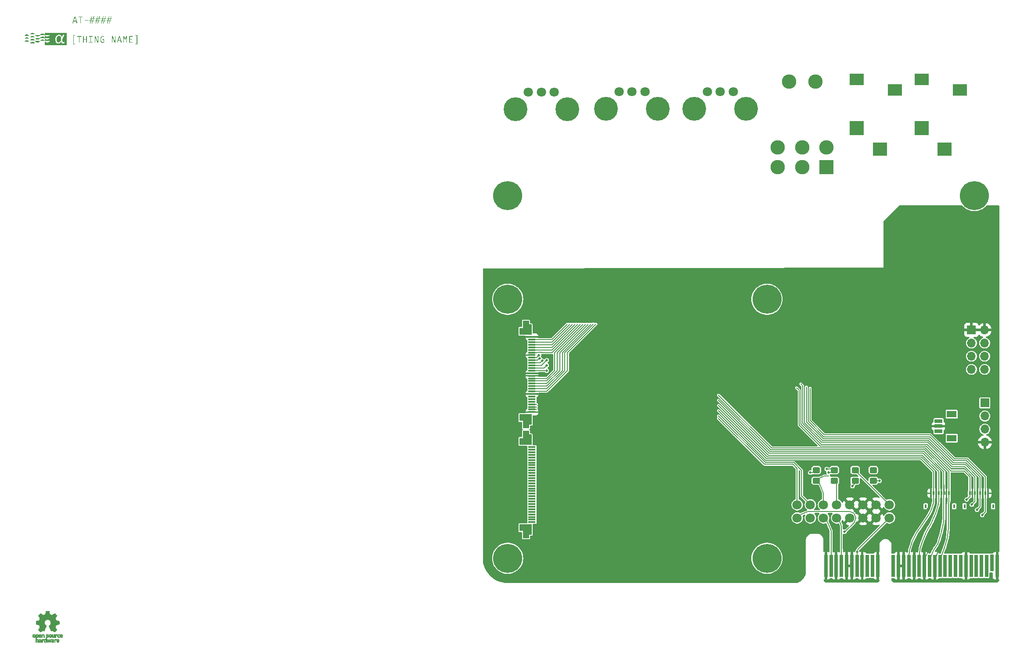
<source format=gbr>
%TF.GenerationSoftware,KiCad,Pcbnew,8.0.5*%
%TF.CreationDate,2024-11-27T23:03:38-05:00*%
%TF.ProjectId,HacKeys,4861634b-6579-4732-9e6b-696361645f70,rev?*%
%TF.SameCoordinates,Original*%
%TF.FileFunction,Copper,L1,Top*%
%TF.FilePolarity,Positive*%
%FSLAX46Y46*%
G04 Gerber Fmt 4.6, Leading zero omitted, Abs format (unit mm)*
G04 Created by KiCad (PCBNEW 8.0.5) date 2024-11-27 23:03:38*
%MOMM*%
%LPD*%
G01*
G04 APERTURE LIST*
G04 Aperture macros list*
%AMRoundRect*
0 Rectangle with rounded corners*
0 $1 Rounding radius*
0 $2 $3 $4 $5 $6 $7 $8 $9 X,Y pos of 4 corners*
0 Add a 4 corners polygon primitive as box body*
4,1,4,$2,$3,$4,$5,$6,$7,$8,$9,$2,$3,0*
0 Add four circle primitives for the rounded corners*
1,1,$1+$1,$2,$3*
1,1,$1+$1,$4,$5*
1,1,$1+$1,$6,$7*
1,1,$1+$1,$8,$9*
0 Add four rect primitives between the rounded corners*
20,1,$1+$1,$2,$3,$4,$5,0*
20,1,$1+$1,$4,$5,$6,$7,0*
20,1,$1+$1,$6,$7,$8,$9,0*
20,1,$1+$1,$8,$9,$2,$3,0*%
%AMFreePoly0*
4,1,21,0.978536,0.803536,0.980000,0.800000,0.980000,-1.500000,0.978536,-1.503536,0.975000,-1.505000,-0.275000,-1.505000,-0.278536,-1.503536,-0.280000,-1.500000,-0.280000,-0.805000,-1.675000,-0.805000,-1.678536,-0.803536,-1.680000,-0.800000,-1.680000,0.300000,-1.678536,0.303536,-1.675000,0.305000,-0.980000,0.305000,-0.980000,0.800000,-0.978536,0.803536,-0.975000,0.805000,0.975000,0.805000,
0.978536,0.803536,0.978536,0.803536,$1*%
%AMFreePoly1*
4,1,21,0.978536,0.803536,0.980000,0.800000,0.980000,0.305000,1.675000,0.305000,1.678536,0.303536,1.680000,0.300000,1.680000,-0.800000,1.678536,-0.803536,1.675000,-0.805000,0.280000,-0.805000,0.280000,-1.500000,0.278536,-1.503536,0.275000,-1.505000,-0.975000,-1.505000,-0.978536,-1.503536,-0.980000,-1.500000,-0.980000,0.800000,-0.978536,0.803536,-0.975000,0.805000,0.975000,0.805000,
0.978536,0.803536,0.978536,0.803536,$1*%
G04 Aperture macros list end*
%ADD10C,0.150000*%
%TA.AperFunction,NonConductor*%
%ADD11C,0.150000*%
%TD*%
%TA.AperFunction,EtchedComponent*%
%ADD12C,0.010000*%
%TD*%
%TA.AperFunction,EtchedComponent*%
%ADD13C,0.000000*%
%TD*%
%TA.AperFunction,SMDPad,CuDef*%
%ADD14R,2.800000X2.200000*%
%TD*%
%TA.AperFunction,SMDPad,CuDef*%
%ADD15R,2.800000X2.800000*%
%TD*%
%TA.AperFunction,SMDPad,CuDef*%
%ADD16R,2.800000X2.600000*%
%TD*%
%TA.AperFunction,SMDPad,CuDef*%
%ADD17R,0.300000X0.800000*%
%TD*%
%TA.AperFunction,SMDPad,CuDef*%
%ADD18R,0.400000X0.800000*%
%TD*%
%TA.AperFunction,ConnectorPad*%
%ADD19R,0.700000X4.300000*%
%TD*%
%TA.AperFunction,ConnectorPad*%
%ADD20R,0.700000X3.200000*%
%TD*%
%TA.AperFunction,ComponentPad*%
%ADD21C,4.600000*%
%TD*%
%TA.AperFunction,ComponentPad*%
%ADD22C,1.800000*%
%TD*%
%TA.AperFunction,SMDPad,CuDef*%
%ADD23R,1.400000X0.300000*%
%TD*%
%TA.AperFunction,SMDPad,CuDef*%
%ADD24FreePoly0,270.000000*%
%TD*%
%TA.AperFunction,SMDPad,CuDef*%
%ADD25FreePoly1,270.000000*%
%TD*%
%TA.AperFunction,SMDPad,CuDef*%
%ADD26RoundRect,0.250000X-0.450000X0.325000X-0.450000X-0.325000X0.450000X-0.325000X0.450000X0.325000X0*%
%TD*%
%TA.AperFunction,SMDPad,CuDef*%
%ADD27RoundRect,0.250000X0.450000X-0.325000X0.450000X0.325000X-0.450000X0.325000X-0.450000X-0.325000X0*%
%TD*%
%TA.AperFunction,ComponentPad*%
%ADD28R,1.700000X1.700000*%
%TD*%
%TA.AperFunction,ComponentPad*%
%ADD29O,1.700000X1.700000*%
%TD*%
%TA.AperFunction,ComponentPad*%
%ADD30C,5.600000*%
%TD*%
%TA.AperFunction,SMDPad,CuDef*%
%ADD31R,1.549400X0.660400*%
%TD*%
%TA.AperFunction,SMDPad,CuDef*%
%ADD32R,1.905000X1.295400*%
%TD*%
%TA.AperFunction,ComponentPad*%
%ADD33R,2.781300X2.781300*%
%TD*%
%TA.AperFunction,ComponentPad*%
%ADD34C,2.781300*%
%TD*%
%TA.AperFunction,ComponentPad*%
%ADD35C,1.803400*%
%TD*%
%TA.AperFunction,ViaPad*%
%ADD36C,0.460000*%
%TD*%
%TA.AperFunction,Conductor*%
%ADD37C,0.152400*%
%TD*%
G04 APERTURE END LIST*
D10*
D11*
G36*
X46356053Y-39872042D02*
G01*
X46000069Y-39872042D01*
X46000069Y-41683103D01*
X46356053Y-41683103D01*
X46410265Y-41652601D01*
X46415587Y-41627538D01*
X46380229Y-41575636D01*
X46356053Y-41571973D01*
X46126770Y-41571973D01*
X46126770Y-39984089D01*
X46356053Y-39984089D01*
X46411326Y-39953424D01*
X46416809Y-39927608D01*
X46380623Y-39875774D01*
X46356053Y-39872042D01*
G37*
G36*
X47529335Y-40067437D02*
G01*
X46808818Y-40067437D01*
X46752260Y-40095120D01*
X46745315Y-40126971D01*
X46776228Y-40180234D01*
X46810650Y-40186505D01*
X47093667Y-40186505D01*
X47093667Y-41256899D01*
X47109056Y-41316327D01*
X47164192Y-41337500D01*
X47220904Y-41311708D01*
X47232580Y-41256899D01*
X47232580Y-40186505D01*
X47527808Y-40186505D01*
X47584147Y-40160475D01*
X47592533Y-40125444D01*
X47559603Y-40072379D01*
X47529335Y-40067437D01*
G37*
G36*
X48565840Y-40047897D02*
G01*
X48508406Y-40072945D01*
X48495621Y-40121781D01*
X48495621Y-40616372D01*
X48049877Y-40616372D01*
X48049877Y-40121781D01*
X48029491Y-40062549D01*
X47981795Y-40047897D01*
X47923970Y-40072945D01*
X47910964Y-40121781D01*
X47910964Y-41264837D01*
X47932155Y-41322988D01*
X47981184Y-41337500D01*
X48037553Y-41313542D01*
X48049877Y-41264837D01*
X48049877Y-40731777D01*
X48495621Y-40731777D01*
X48495621Y-41264837D01*
X48516812Y-41322988D01*
X48565840Y-41337500D01*
X48623571Y-41310824D01*
X48633923Y-41264837D01*
X48633923Y-40121781D01*
X48613779Y-40062549D01*
X48565840Y-40047897D01*
G37*
G36*
X49648752Y-40067437D02*
G01*
X49090352Y-40067437D01*
X49038285Y-40100040D01*
X49032650Y-40126971D01*
X49062193Y-40183087D01*
X49090352Y-40190169D01*
X49301011Y-40190169D01*
X49301011Y-41212325D01*
X49048831Y-41212325D01*
X48998985Y-41248040D01*
X48994181Y-41276439D01*
X49024063Y-41332209D01*
X49048831Y-41337500D01*
X49694242Y-41337500D01*
X49747963Y-41303796D01*
X49753777Y-41275828D01*
X49725637Y-41221027D01*
X49694242Y-41212325D01*
X49434124Y-41212325D01*
X49434124Y-40190169D01*
X49648752Y-40190169D01*
X49700697Y-40154787D01*
X49706454Y-40126666D01*
X49673739Y-40072570D01*
X49648752Y-40067437D01*
G37*
G36*
X50707240Y-40141015D02*
G01*
X50708710Y-40203745D01*
X50710471Y-40271786D01*
X50712412Y-40343516D01*
X50714419Y-40417315D01*
X50716382Y-40491561D01*
X50718188Y-40564632D01*
X50718841Y-40593169D01*
X50720510Y-40665844D01*
X50722462Y-40738475D01*
X50724578Y-40811077D01*
X50726741Y-40883666D01*
X50728832Y-40956254D01*
X50730734Y-41028857D01*
X50732328Y-41101488D01*
X50733496Y-41174162D01*
X50727084Y-41196755D01*
X50713040Y-41177826D01*
X50691214Y-41114491D01*
X50668148Y-41047705D01*
X50644088Y-40978193D01*
X50619284Y-40906683D01*
X50593982Y-40833900D01*
X50568430Y-40760573D01*
X50542877Y-40687427D01*
X50517570Y-40615189D01*
X50492756Y-40544587D01*
X50468684Y-40476346D01*
X50445601Y-40411194D01*
X50423756Y-40349857D01*
X50393848Y-40266595D01*
X50368118Y-40196005D01*
X50353698Y-40157196D01*
X50325865Y-40098295D01*
X50281141Y-40056057D01*
X50239209Y-40047897D01*
X50178277Y-40066363D01*
X50145654Y-40123371D01*
X50142428Y-40138878D01*
X50136460Y-40205472D01*
X50134131Y-40267696D01*
X50132653Y-40342985D01*
X50131957Y-40411064D01*
X50131588Y-40484831D01*
X50131450Y-40563099D01*
X50131437Y-40603550D01*
X50131510Y-40670448D01*
X50131573Y-40737685D01*
X50131645Y-40804716D01*
X50131748Y-40870992D01*
X50131904Y-40935968D01*
X50132133Y-40999098D01*
X50132590Y-41079455D01*
X50133265Y-41154262D01*
X50134208Y-41222225D01*
X50134795Y-41253236D01*
X50149273Y-41314445D01*
X50203183Y-41337500D01*
X50252461Y-41298213D01*
X50257222Y-41253236D01*
X50255969Y-41186976D01*
X50254285Y-41112636D01*
X50252697Y-41049008D01*
X50250953Y-40983058D01*
X50249107Y-40916052D01*
X50247214Y-40849258D01*
X50245325Y-40783941D01*
X50244399Y-40752233D01*
X50242746Y-40686070D01*
X50241194Y-40619922D01*
X50239698Y-40553773D01*
X50238217Y-40487611D01*
X50236707Y-40421419D01*
X50235126Y-40355185D01*
X50233430Y-40288894D01*
X50231577Y-40222531D01*
X50238599Y-40200549D01*
X50250811Y-40219478D01*
X50272949Y-40284713D01*
X50296684Y-40354817D01*
X50321708Y-40428749D01*
X50347716Y-40505466D01*
X50374400Y-40583928D01*
X50401453Y-40663092D01*
X50428569Y-40741917D01*
X50455440Y-40819361D01*
X50481761Y-40894384D01*
X50507224Y-40965942D01*
X50531522Y-41032995D01*
X50554349Y-41094502D01*
X50585160Y-41174082D01*
X50610934Y-41235324D01*
X50624808Y-41264227D01*
X50660204Y-41315090D01*
X50717973Y-41337425D01*
X50727695Y-41337500D01*
X50790356Y-41318485D01*
X50822492Y-41264212D01*
X50832109Y-41208967D01*
X50836283Y-41141953D01*
X50837330Y-41072628D01*
X50837009Y-41004963D01*
X50836317Y-40942578D01*
X50835588Y-40874592D01*
X50835467Y-40860310D01*
X50835212Y-40794305D01*
X50834810Y-40726014D01*
X50834291Y-40656047D01*
X50833685Y-40585016D01*
X50833024Y-40513533D01*
X50832336Y-40442207D01*
X50831652Y-40371652D01*
X50831002Y-40302478D01*
X50830417Y-40235296D01*
X50829926Y-40170717D01*
X50829666Y-40129413D01*
X50813562Y-40067589D01*
X50768606Y-40047897D01*
X50715010Y-40082065D01*
X50707240Y-40142236D01*
X50707240Y-40141015D01*
G37*
G36*
X51978524Y-41239802D02*
G01*
X51978524Y-40740936D01*
X51953300Y-40684184D01*
X51912578Y-40674991D01*
X51649406Y-40674991D01*
X51593223Y-40702808D01*
X51585903Y-40734525D01*
X51621237Y-40785701D01*
X51649406Y-40790396D01*
X51842663Y-40790396D01*
X51844338Y-40859960D01*
X51845239Y-40932816D01*
X51845400Y-40995121D01*
X51845025Y-41058084D01*
X51844112Y-41120962D01*
X51842663Y-41183016D01*
X51788653Y-41213713D01*
X51728584Y-41229406D01*
X51675357Y-41233391D01*
X51600526Y-41224951D01*
X51536206Y-41199588D01*
X51482232Y-41157238D01*
X51438442Y-41097836D01*
X51412182Y-41042056D01*
X51391487Y-40976621D01*
X51376289Y-40901503D01*
X51366518Y-40816677D01*
X51362984Y-40754718D01*
X51361810Y-40688424D01*
X51363075Y-40624114D01*
X51369696Y-40535108D01*
X51381951Y-40455125D01*
X51399801Y-40384246D01*
X51423206Y-40322553D01*
X51462987Y-40254727D01*
X51512481Y-40203569D01*
X51571597Y-40169273D01*
X51640240Y-40152033D01*
X51678105Y-40149869D01*
X51743740Y-40154985D01*
X51807060Y-40174691D01*
X51865258Y-40207721D01*
X51893954Y-40227721D01*
X51956728Y-40234623D01*
X51995643Y-40184909D01*
X51996231Y-40176735D01*
X51967533Y-40123613D01*
X51915495Y-40088860D01*
X51853643Y-40059184D01*
X51790835Y-40040063D01*
X51727359Y-40030287D01*
X51681769Y-40028358D01*
X51602501Y-40034716D01*
X51530049Y-40053560D01*
X51464626Y-40084545D01*
X51406448Y-40127324D01*
X51355728Y-40181553D01*
X51312680Y-40246885D01*
X51277520Y-40322975D01*
X51250460Y-40409477D01*
X51237028Y-40472759D01*
X51227354Y-40540412D01*
X51221503Y-40612335D01*
X51219539Y-40688424D01*
X51221109Y-40765612D01*
X51225863Y-40838544D01*
X51233862Y-40907120D01*
X51245170Y-40971240D01*
X51259850Y-41030806D01*
X51288331Y-41111398D01*
X51324754Y-41181184D01*
X51369332Y-41239829D01*
X51422277Y-41286997D01*
X51483802Y-41322354D01*
X51554120Y-41345565D01*
X51633444Y-41356294D01*
X51661924Y-41357039D01*
X51729504Y-41352420D01*
X51794915Y-41339023D01*
X51856695Y-41317536D01*
X51913384Y-41288646D01*
X51963520Y-41253043D01*
X51978524Y-41239802D01*
G37*
G36*
X54019173Y-40141015D02*
G01*
X54020643Y-40203745D01*
X54022404Y-40271786D01*
X54024345Y-40343516D01*
X54026352Y-40417315D01*
X54028315Y-40491561D01*
X54030121Y-40564632D01*
X54030774Y-40593169D01*
X54032443Y-40665844D01*
X54034395Y-40738475D01*
X54036511Y-40811077D01*
X54038674Y-40883666D01*
X54040765Y-40956254D01*
X54042667Y-41028857D01*
X54044261Y-41101488D01*
X54045429Y-41174162D01*
X54039017Y-41196755D01*
X54024973Y-41177826D01*
X54003147Y-41114491D01*
X53980081Y-41047705D01*
X53956021Y-40978193D01*
X53931217Y-40906683D01*
X53905915Y-40833900D01*
X53880363Y-40760573D01*
X53854810Y-40687427D01*
X53829503Y-40615189D01*
X53804689Y-40544587D01*
X53780617Y-40476346D01*
X53757534Y-40411194D01*
X53735689Y-40349857D01*
X53705781Y-40266595D01*
X53680051Y-40196005D01*
X53665631Y-40157196D01*
X53637798Y-40098295D01*
X53593074Y-40056057D01*
X53551142Y-40047897D01*
X53490210Y-40066363D01*
X53457587Y-40123371D01*
X53454361Y-40138878D01*
X53448393Y-40205472D01*
X53446064Y-40267696D01*
X53444586Y-40342985D01*
X53443890Y-40411064D01*
X53443521Y-40484831D01*
X53443383Y-40563099D01*
X53443370Y-40603550D01*
X53443443Y-40670448D01*
X53443506Y-40737685D01*
X53443578Y-40804716D01*
X53443681Y-40870992D01*
X53443837Y-40935968D01*
X53444066Y-40999098D01*
X53444523Y-41079455D01*
X53445198Y-41154262D01*
X53446141Y-41222225D01*
X53446728Y-41253236D01*
X53461206Y-41314445D01*
X53515116Y-41337500D01*
X53564394Y-41298213D01*
X53569155Y-41253236D01*
X53567902Y-41186976D01*
X53566218Y-41112636D01*
X53564630Y-41049008D01*
X53562886Y-40983058D01*
X53561040Y-40916052D01*
X53559147Y-40849258D01*
X53557258Y-40783941D01*
X53556332Y-40752233D01*
X53554679Y-40686070D01*
X53553127Y-40619922D01*
X53551631Y-40553773D01*
X53550150Y-40487611D01*
X53548640Y-40421419D01*
X53547059Y-40355185D01*
X53545363Y-40288894D01*
X53543510Y-40222531D01*
X53550532Y-40200549D01*
X53562744Y-40219478D01*
X53584882Y-40284713D01*
X53608617Y-40354817D01*
X53633641Y-40428749D01*
X53659649Y-40505466D01*
X53686333Y-40583928D01*
X53713386Y-40663092D01*
X53740502Y-40741917D01*
X53767373Y-40819361D01*
X53793694Y-40894384D01*
X53819157Y-40965942D01*
X53843455Y-41032995D01*
X53866282Y-41094502D01*
X53897093Y-41174082D01*
X53922867Y-41235324D01*
X53936741Y-41264227D01*
X53972137Y-41315090D01*
X54029906Y-41337425D01*
X54039628Y-41337500D01*
X54102289Y-41318485D01*
X54134425Y-41264212D01*
X54144042Y-41208967D01*
X54148216Y-41141953D01*
X54149263Y-41072628D01*
X54148942Y-41004963D01*
X54148250Y-40942578D01*
X54147521Y-40874592D01*
X54147400Y-40860310D01*
X54147145Y-40794305D01*
X54146743Y-40726014D01*
X54146224Y-40656047D01*
X54145618Y-40585016D01*
X54144957Y-40513533D01*
X54144269Y-40442207D01*
X54143585Y-40371652D01*
X54142935Y-40302478D01*
X54142350Y-40235296D01*
X54141859Y-40170717D01*
X54141599Y-40129413D01*
X54125495Y-40067589D01*
X54080539Y-40047897D01*
X54026943Y-40082065D01*
X54019173Y-40142236D01*
X54019173Y-40141015D01*
G37*
G36*
X54936676Y-40031841D02*
G01*
X54987652Y-40071217D01*
X55009883Y-40128192D01*
X55316102Y-41247740D01*
X55319766Y-41289872D01*
X55312766Y-41311246D01*
X55256873Y-41337500D01*
X55215535Y-41328761D01*
X55183295Y-41274302D01*
X55102695Y-40980294D01*
X54678018Y-40980294D01*
X54592838Y-41281629D01*
X54578013Y-41313173D01*
X54519870Y-41337500D01*
X54503552Y-41335893D01*
X54457894Y-41293230D01*
X54462473Y-41245298D01*
X54575610Y-40868553D01*
X54706411Y-40868553D01*
X55076439Y-40868553D01*
X54907301Y-40195969D01*
X54890204Y-40195969D01*
X54706411Y-40868553D01*
X54575610Y-40868553D01*
X54797391Y-40130024D01*
X54810090Y-40095133D01*
X54847192Y-40044867D01*
X54906079Y-40028358D01*
X54936676Y-40031841D01*
G37*
G36*
X56010057Y-40552259D02*
G01*
X55999066Y-40562944D01*
X55988381Y-40552259D01*
X55968588Y-40489297D01*
X55948825Y-40427981D01*
X55929433Y-40369384D01*
X55906240Y-40301597D01*
X55884836Y-40241832D01*
X55862457Y-40183655D01*
X55850078Y-40154754D01*
X55821139Y-40100713D01*
X55770190Y-40060336D01*
X55742306Y-40056751D01*
X55681508Y-40072958D01*
X55645304Y-40122770D01*
X55632105Y-40189768D01*
X55631481Y-40198717D01*
X55628933Y-40273223D01*
X55627771Y-40345535D01*
X55627136Y-40409548D01*
X55626672Y-40480551D01*
X55626354Y-40557293D01*
X55626153Y-40638524D01*
X55626043Y-40722993D01*
X55625996Y-40809447D01*
X55625985Y-40896635D01*
X55625985Y-40925645D01*
X55625858Y-40994596D01*
X55625615Y-41061357D01*
X55625460Y-41124963D01*
X55625665Y-41193892D01*
X55626596Y-41255678D01*
X55642777Y-41316739D01*
X55695594Y-41337500D01*
X55753474Y-41311273D01*
X55764898Y-41255678D01*
X55764451Y-41188249D01*
X55763606Y-41119065D01*
X55762533Y-41046275D01*
X55761392Y-40976612D01*
X55760319Y-40915265D01*
X55759161Y-40851569D01*
X55757915Y-40785367D01*
X55756574Y-40717227D01*
X55755129Y-40647720D01*
X55753574Y-40577414D01*
X55751900Y-40506878D01*
X55750101Y-40436681D01*
X55748169Y-40367393D01*
X55746095Y-40299581D01*
X55743873Y-40233816D01*
X55742306Y-40191390D01*
X55757266Y-40188948D01*
X55778670Y-40248272D01*
X55800441Y-40311376D01*
X55820430Y-40370547D01*
X55840868Y-40431706D01*
X55857711Y-40482344D01*
X55879576Y-40544910D01*
X55902282Y-40605932D01*
X55926276Y-40663261D01*
X55939532Y-40688729D01*
X55986686Y-40728387D01*
X55996013Y-40729030D01*
X56048569Y-40696214D01*
X56053105Y-40688729D01*
X56079226Y-40628430D01*
X56101014Y-40569675D01*
X56122799Y-40508597D01*
X56136147Y-40470743D01*
X56156141Y-40412495D01*
X56175925Y-40354581D01*
X56198033Y-40290289D01*
X56220983Y-40225284D01*
X56233539Y-40191390D01*
X56249110Y-40192611D01*
X56247611Y-40256054D01*
X56246358Y-40322774D01*
X56245325Y-40392052D01*
X56244484Y-40463172D01*
X56243808Y-40535416D01*
X56243269Y-40608069D01*
X56242842Y-40680414D01*
X56242498Y-40751732D01*
X56242210Y-40821307D01*
X56241952Y-40888423D01*
X56241782Y-40931446D01*
X56241153Y-40996497D01*
X56240527Y-41069555D01*
X56240079Y-41132421D01*
X56239754Y-41201238D01*
X56239951Y-41257510D01*
X56256590Y-41317655D01*
X56311697Y-41337500D01*
X56368181Y-41309199D01*
X56378864Y-41259952D01*
X56379557Y-41190074D01*
X56379152Y-41119095D01*
X56378294Y-41056478D01*
X56377283Y-40991430D01*
X56376421Y-40923203D01*
X56375737Y-40835579D01*
X56375194Y-40748198D01*
X56374741Y-40662317D01*
X56374328Y-40579194D01*
X56373903Y-40500086D01*
X56373415Y-40426250D01*
X56372811Y-40358944D01*
X56371740Y-40281532D01*
X56369800Y-40208775D01*
X56368789Y-40188337D01*
X56358225Y-40124906D01*
X56323742Y-40072394D01*
X56267428Y-40056751D01*
X56208370Y-40075060D01*
X56168188Y-40121948D01*
X56147138Y-40161165D01*
X56119966Y-40223991D01*
X56095918Y-40289020D01*
X56073865Y-40353127D01*
X56050281Y-40424861D01*
X56030498Y-40486868D01*
X56010057Y-40552259D01*
G37*
G36*
X56800183Y-40158722D02*
G01*
X56800183Y-41259952D01*
X56817547Y-41320250D01*
X56877730Y-41337500D01*
X57399799Y-41337500D01*
X57452582Y-41305894D01*
X57459333Y-41271249D01*
X57430366Y-41217385D01*
X57403463Y-41212325D01*
X56940622Y-41212325D01*
X56939401Y-40751622D01*
X57359193Y-40751622D01*
X57408309Y-40714141D01*
X57411706Y-40690256D01*
X57379573Y-40637031D01*
X57359193Y-40634080D01*
X56939401Y-40634080D01*
X56939401Y-40190169D01*
X57378428Y-40190169D01*
X57432244Y-40159673D01*
X57437962Y-40125444D01*
X57406628Y-40072424D01*
X57378428Y-40067437D01*
X56904596Y-40067437D01*
X56843582Y-40074343D01*
X56802702Y-40123996D01*
X56800183Y-40158722D01*
G37*
G36*
X57980486Y-39872042D02*
G01*
X57925336Y-39902545D01*
X57919731Y-39927608D01*
X57953219Y-39979299D01*
X57980486Y-39984089D01*
X58209159Y-39984089D01*
X58209159Y-41571973D01*
X57980486Y-41571973D01*
X57926397Y-41602204D01*
X57920952Y-41627538D01*
X57956555Y-41679371D01*
X57980486Y-41683103D01*
X58335860Y-41683103D01*
X58335860Y-39872042D01*
X57980486Y-39872042D01*
G37*
D10*
D11*
G36*
X46354855Y-36281841D02*
G01*
X46405831Y-36321217D01*
X46428061Y-36378192D01*
X46734281Y-37497740D01*
X46737944Y-37539872D01*
X46730944Y-37561246D01*
X46675052Y-37587500D01*
X46633714Y-37578761D01*
X46601474Y-37524302D01*
X46520874Y-37230294D01*
X46096196Y-37230294D01*
X46011017Y-37531629D01*
X45996192Y-37563173D01*
X45938049Y-37587500D01*
X45921730Y-37585893D01*
X45876072Y-37543230D01*
X45880652Y-37495298D01*
X45993789Y-37118553D01*
X46124590Y-37118553D01*
X46494617Y-37118553D01*
X46325479Y-36445969D01*
X46308382Y-36445969D01*
X46124590Y-37118553D01*
X45993789Y-37118553D01*
X46215570Y-36380024D01*
X46228269Y-36345133D01*
X46265370Y-36294867D01*
X46324258Y-36278358D01*
X46354855Y-36281841D01*
G37*
G36*
X47779335Y-36317437D02*
G01*
X47058818Y-36317437D01*
X47002260Y-36345120D01*
X46995315Y-36376971D01*
X47026228Y-36430234D01*
X47060650Y-36436505D01*
X47343667Y-36436505D01*
X47343667Y-37506899D01*
X47359056Y-37566327D01*
X47414192Y-37587500D01*
X47470904Y-37561708D01*
X47482580Y-37506899D01*
X47482580Y-36436505D01*
X47777808Y-36436505D01*
X47834147Y-36410475D01*
X47842533Y-36375444D01*
X47809603Y-36322379D01*
X47779335Y-36317437D01*
G37*
G36*
X48802407Y-36981777D02*
G01*
X48234542Y-36981777D01*
X48176608Y-37005389D01*
X48160659Y-37049555D01*
X48189162Y-37104822D01*
X48234542Y-37117332D01*
X48802407Y-37117332D01*
X48860555Y-37093144D01*
X48876290Y-37048944D01*
X48848056Y-36994094D01*
X48802407Y-36981777D01*
G37*
G36*
X50000812Y-36201074D02*
G01*
X50039497Y-36249965D01*
X50037055Y-36273168D01*
X49936610Y-36643196D01*
X50093536Y-36643196D01*
X50118197Y-36649886D01*
X50144827Y-36705172D01*
X50141578Y-36727560D01*
X50093536Y-36766844D01*
X49903942Y-36766844D01*
X49822426Y-37059935D01*
X49990954Y-37059935D01*
X50015615Y-37066625D01*
X50042245Y-37121912D01*
X50038996Y-37144347D01*
X49990954Y-37183888D01*
X49789148Y-37183888D01*
X49663668Y-37652834D01*
X49615736Y-37691913D01*
X49606423Y-37691080D01*
X49566277Y-37643675D01*
X49567803Y-37628410D01*
X49686871Y-37183888D01*
X49410266Y-37183888D01*
X49286008Y-37647644D01*
X49238381Y-37686723D01*
X49228941Y-37685890D01*
X49188005Y-37638180D01*
X49189837Y-37623220D01*
X49307074Y-37183888D01*
X49139767Y-37183888D01*
X49120438Y-37178455D01*
X49095193Y-37121912D01*
X49096795Y-37104742D01*
X49139767Y-37059935D01*
X49340352Y-37059935D01*
X49443545Y-37059935D01*
X49720150Y-37059935D01*
X49801360Y-36766844D01*
X49524755Y-36766844D01*
X49443545Y-37059935D01*
X49340352Y-37059935D01*
X49421563Y-36766844D01*
X49242349Y-36766844D01*
X49223068Y-36761458D01*
X49198080Y-36705172D01*
X49199654Y-36688002D01*
X49242349Y-36643196D01*
X49454230Y-36643196D01*
X49562002Y-36243553D01*
X49563702Y-36238236D01*
X49613293Y-36200200D01*
X49622655Y-36201061D01*
X49661837Y-36249965D01*
X49659394Y-36263398D01*
X49558033Y-36643196D01*
X49834638Y-36643196D01*
X49941189Y-36244164D01*
X49942889Y-36238639D01*
X49991564Y-36200200D01*
X50000812Y-36201074D01*
G37*
G36*
X51104789Y-36201074D02*
G01*
X51143475Y-36249965D01*
X51141032Y-36273168D01*
X51040587Y-36643196D01*
X51197513Y-36643196D01*
X51222174Y-36649886D01*
X51248804Y-36705172D01*
X51245556Y-36727560D01*
X51197513Y-36766844D01*
X51007920Y-36766844D01*
X50926404Y-37059935D01*
X51094931Y-37059935D01*
X51119592Y-37066625D01*
X51146222Y-37121912D01*
X51142974Y-37144347D01*
X51094931Y-37183888D01*
X50893126Y-37183888D01*
X50767646Y-37652834D01*
X50719713Y-37691913D01*
X50710400Y-37691080D01*
X50670254Y-37643675D01*
X50671781Y-37628410D01*
X50790849Y-37183888D01*
X50514244Y-37183888D01*
X50389986Y-37647644D01*
X50342358Y-37686723D01*
X50332918Y-37685890D01*
X50291983Y-37638180D01*
X50293815Y-37623220D01*
X50411051Y-37183888D01*
X50243745Y-37183888D01*
X50224416Y-37178455D01*
X50199171Y-37121912D01*
X50200773Y-37104742D01*
X50243745Y-37059935D01*
X50444330Y-37059935D01*
X50547522Y-37059935D01*
X50824127Y-37059935D01*
X50905338Y-36766844D01*
X50628733Y-36766844D01*
X50547522Y-37059935D01*
X50444330Y-37059935D01*
X50525540Y-36766844D01*
X50346327Y-36766844D01*
X50327045Y-36761458D01*
X50302058Y-36705172D01*
X50303632Y-36688002D01*
X50346327Y-36643196D01*
X50558208Y-36643196D01*
X50665980Y-36243553D01*
X50667680Y-36238236D01*
X50717271Y-36200200D01*
X50726632Y-36201061D01*
X50765814Y-36249965D01*
X50763372Y-36263398D01*
X50662011Y-36643196D01*
X50938616Y-36643196D01*
X51045167Y-36244164D01*
X51046866Y-36238639D01*
X51095542Y-36200200D01*
X51104789Y-36201074D01*
G37*
G36*
X52208767Y-36201074D02*
G01*
X52247452Y-36249965D01*
X52245010Y-36273168D01*
X52144565Y-36643196D01*
X52301491Y-36643196D01*
X52326152Y-36649886D01*
X52352782Y-36705172D01*
X52349534Y-36727560D01*
X52301491Y-36766844D01*
X52111898Y-36766844D01*
X52030382Y-37059935D01*
X52198909Y-37059935D01*
X52223570Y-37066625D01*
X52250200Y-37121912D01*
X52246952Y-37144347D01*
X52198909Y-37183888D01*
X51997103Y-37183888D01*
X51871624Y-37652834D01*
X51823691Y-37691913D01*
X51814378Y-37691080D01*
X51774232Y-37643675D01*
X51775758Y-37628410D01*
X51894827Y-37183888D01*
X51618222Y-37183888D01*
X51493963Y-37647644D01*
X51446336Y-37686723D01*
X51436896Y-37685890D01*
X51395961Y-37638180D01*
X51397793Y-37623220D01*
X51515029Y-37183888D01*
X51347723Y-37183888D01*
X51328393Y-37178455D01*
X51303148Y-37121912D01*
X51304750Y-37104742D01*
X51347723Y-37059935D01*
X51548307Y-37059935D01*
X51651500Y-37059935D01*
X51928105Y-37059935D01*
X52009316Y-36766844D01*
X51732711Y-36766844D01*
X51651500Y-37059935D01*
X51548307Y-37059935D01*
X51629518Y-36766844D01*
X51450305Y-36766844D01*
X51431023Y-36761458D01*
X51406036Y-36705172D01*
X51407610Y-36688002D01*
X51450305Y-36643196D01*
X51662185Y-36643196D01*
X51769958Y-36243553D01*
X51771657Y-36238236D01*
X51821249Y-36200200D01*
X51830610Y-36201061D01*
X51869792Y-36249965D01*
X51867349Y-36263398D01*
X51765989Y-36643196D01*
X52042594Y-36643196D01*
X52149145Y-36244164D01*
X52150844Y-36238639D01*
X52199520Y-36200200D01*
X52208767Y-36201074D01*
G37*
G36*
X53312745Y-36201074D02*
G01*
X53351430Y-36249965D01*
X53348988Y-36273168D01*
X53248543Y-36643196D01*
X53405469Y-36643196D01*
X53430130Y-36649886D01*
X53456760Y-36705172D01*
X53453511Y-36727560D01*
X53405469Y-36766844D01*
X53215875Y-36766844D01*
X53134359Y-37059935D01*
X53302887Y-37059935D01*
X53327548Y-37066625D01*
X53354178Y-37121912D01*
X53350929Y-37144347D01*
X53302887Y-37183888D01*
X53101081Y-37183888D01*
X52975601Y-37652834D01*
X52927669Y-37691913D01*
X52918356Y-37691080D01*
X52878210Y-37643675D01*
X52879736Y-37628410D01*
X52998804Y-37183888D01*
X52722199Y-37183888D01*
X52597941Y-37647644D01*
X52550314Y-37686723D01*
X52540874Y-37685890D01*
X52499938Y-37638180D01*
X52501770Y-37623220D01*
X52619007Y-37183888D01*
X52451700Y-37183888D01*
X52432371Y-37178455D01*
X52407126Y-37121912D01*
X52408728Y-37104742D01*
X52451700Y-37059935D01*
X52652285Y-37059935D01*
X52755478Y-37059935D01*
X53032083Y-37059935D01*
X53113293Y-36766844D01*
X52836688Y-36766844D01*
X52755478Y-37059935D01*
X52652285Y-37059935D01*
X52733496Y-36766844D01*
X52554282Y-36766844D01*
X52535001Y-36761458D01*
X52510013Y-36705172D01*
X52511587Y-36688002D01*
X52554282Y-36643196D01*
X52766163Y-36643196D01*
X52873935Y-36243553D01*
X52875635Y-36238236D01*
X52925226Y-36200200D01*
X52934588Y-36201061D01*
X52973770Y-36249965D01*
X52971327Y-36263398D01*
X52869966Y-36643196D01*
X53146571Y-36643196D01*
X53253122Y-36244164D01*
X53254822Y-36238639D01*
X53303497Y-36200200D01*
X53312745Y-36201074D01*
G37*
D12*
%TO.C,#SYM2*%
X42811960Y-155508030D02*
X42855211Y-155521245D01*
X42883058Y-155537941D01*
X42892129Y-155551145D01*
X42889632Y-155566797D01*
X42873431Y-155591385D01*
X42859732Y-155608800D01*
X42831492Y-155640283D01*
X42810275Y-155653529D01*
X42792188Y-155652664D01*
X42738535Y-155639010D01*
X42699130Y-155639630D01*
X42667132Y-155655104D01*
X42656390Y-155664161D01*
X42622005Y-155696027D01*
X42622005Y-156112179D01*
X42483688Y-156112179D01*
X42483688Y-155508614D01*
X42552847Y-155508614D01*
X42594369Y-155510256D01*
X42615791Y-155516087D01*
X42622002Y-155527461D01*
X42622005Y-155527798D01*
X42624939Y-155539713D01*
X42638204Y-155538159D01*
X42656584Y-155529563D01*
X42694546Y-155513568D01*
X42725372Y-155503945D01*
X42765036Y-155501478D01*
X42811960Y-155508030D01*
%TA.AperFunction,EtchedComponent*%
G36*
X42811960Y-155508030D02*
G01*
X42855211Y-155521245D01*
X42883058Y-155537941D01*
X42892129Y-155551145D01*
X42889632Y-155566797D01*
X42873431Y-155591385D01*
X42859732Y-155608800D01*
X42831492Y-155640283D01*
X42810275Y-155653529D01*
X42792188Y-155652664D01*
X42738535Y-155639010D01*
X42699130Y-155639630D01*
X42667132Y-155655104D01*
X42656390Y-155664161D01*
X42622005Y-155696027D01*
X42622005Y-156112179D01*
X42483688Y-156112179D01*
X42483688Y-155508614D01*
X42552847Y-155508614D01*
X42594369Y-155510256D01*
X42615791Y-155516087D01*
X42622002Y-155527461D01*
X42622005Y-155527798D01*
X42624939Y-155539713D01*
X42638204Y-155538159D01*
X42656584Y-155529563D01*
X42694546Y-155513568D01*
X42725372Y-155503945D01*
X42765036Y-155501478D01*
X42811960Y-155508030D01*
G37*
%TD.AperFunction*%
X42647755Y-156451486D02*
X42696095Y-156461015D01*
X42723614Y-156475125D01*
X42752564Y-156498568D01*
X42711376Y-156550571D01*
X42685982Y-156582064D01*
X42668738Y-156597428D01*
X42651602Y-156599776D01*
X42626527Y-156592217D01*
X42614757Y-156587941D01*
X42566770Y-156581631D01*
X42522824Y-156595156D01*
X42490560Y-156625710D01*
X42485319Y-156635452D01*
X42479612Y-156661258D01*
X42475206Y-156708817D01*
X42472311Y-156774758D01*
X42471131Y-156855710D01*
X42471114Y-156867226D01*
X42471114Y-157067822D01*
X42332797Y-157067822D01*
X42332797Y-156451683D01*
X42401956Y-156451683D01*
X42441833Y-156452725D01*
X42462607Y-156457358D01*
X42470289Y-156467849D01*
X42471114Y-156477745D01*
X42471114Y-156503806D01*
X42504245Y-156477745D01*
X42542235Y-156459965D01*
X42593270Y-156451174D01*
X42647755Y-156451486D01*
%TA.AperFunction,EtchedComponent*%
G36*
X42647755Y-156451486D02*
G01*
X42696095Y-156461015D01*
X42723614Y-156475125D01*
X42752564Y-156498568D01*
X42711376Y-156550571D01*
X42685982Y-156582064D01*
X42668738Y-156597428D01*
X42651602Y-156599776D01*
X42626527Y-156592217D01*
X42614757Y-156587941D01*
X42566770Y-156581631D01*
X42522824Y-156595156D01*
X42490560Y-156625710D01*
X42485319Y-156635452D01*
X42479612Y-156661258D01*
X42475206Y-156708817D01*
X42472311Y-156774758D01*
X42471131Y-156855710D01*
X42471114Y-156867226D01*
X42471114Y-157067822D01*
X42332797Y-157067822D01*
X42332797Y-156451683D01*
X42401956Y-156451683D01*
X42441833Y-156452725D01*
X42462607Y-156457358D01*
X42470289Y-156467849D01*
X42471114Y-156477745D01*
X42471114Y-156503806D01*
X42504245Y-156477745D01*
X42542235Y-156459965D01*
X42593270Y-156451174D01*
X42647755Y-156451486D01*
G37*
%TD.AperFunction*%
X40019144Y-156453020D02*
X40037961Y-156458660D01*
X40044027Y-156471053D01*
X40044282Y-156476647D01*
X40045371Y-156492230D01*
X40052868Y-156494676D01*
X40073119Y-156483993D01*
X40085149Y-156476694D01*
X40123100Y-156461063D01*
X40168428Y-156453334D01*
X40215956Y-156452740D01*
X40260505Y-156458513D01*
X40296898Y-156469884D01*
X40319957Y-156486088D01*
X40324504Y-156506355D01*
X40322209Y-156511843D01*
X40305480Y-156534626D01*
X40279537Y-156562647D01*
X40274845Y-156567177D01*
X40250117Y-156588005D01*
X40228782Y-156594735D01*
X40198945Y-156590038D01*
X40186992Y-156586917D01*
X40149795Y-156579421D01*
X40123641Y-156582792D01*
X40101554Y-156594681D01*
X40081322Y-156610635D01*
X40066421Y-156630700D01*
X40056066Y-156658702D01*
X40049471Y-156698467D01*
X40045851Y-156753823D01*
X40044422Y-156828594D01*
X40044282Y-156873740D01*
X40044282Y-157067822D01*
X39918540Y-157067822D01*
X39918540Y-156451683D01*
X39981411Y-156451683D01*
X40019144Y-156453020D01*
%TA.AperFunction,EtchedComponent*%
G36*
X40019144Y-156453020D02*
G01*
X40037961Y-156458660D01*
X40044027Y-156471053D01*
X40044282Y-156476647D01*
X40045371Y-156492230D01*
X40052868Y-156494676D01*
X40073119Y-156483993D01*
X40085149Y-156476694D01*
X40123100Y-156461063D01*
X40168428Y-156453334D01*
X40215956Y-156452740D01*
X40260505Y-156458513D01*
X40296898Y-156469884D01*
X40319957Y-156486088D01*
X40324504Y-156506355D01*
X40322209Y-156511843D01*
X40305480Y-156534626D01*
X40279537Y-156562647D01*
X40274845Y-156567177D01*
X40250117Y-156588005D01*
X40228782Y-156594735D01*
X40198945Y-156590038D01*
X40186992Y-156586917D01*
X40149795Y-156579421D01*
X40123641Y-156582792D01*
X40101554Y-156594681D01*
X40081322Y-156610635D01*
X40066421Y-156630700D01*
X40056066Y-156658702D01*
X40049471Y-156698467D01*
X40045851Y-156753823D01*
X40044422Y-156828594D01*
X40044282Y-156873740D01*
X40044282Y-157067822D01*
X39918540Y-157067822D01*
X39918540Y-156451683D01*
X39981411Y-156451683D01*
X40019144Y-156453020D01*
G37*
%TD.AperFunction*%
X42005867Y-155704342D02*
X42007055Y-155796563D01*
X42011397Y-155866610D01*
X42020058Y-155917381D01*
X42034204Y-155951772D01*
X42055000Y-155972679D01*
X42083610Y-155983000D01*
X42119035Y-155985636D01*
X42156136Y-155982682D01*
X42184318Y-155971889D01*
X42204743Y-155950360D01*
X42218579Y-155915199D01*
X42226991Y-155863510D01*
X42231143Y-155792394D01*
X42232203Y-155704342D01*
X42232203Y-155508614D01*
X42370520Y-155508614D01*
X42370520Y-156112179D01*
X42301362Y-156112179D01*
X42259670Y-156110489D01*
X42238201Y-156104556D01*
X42232203Y-156093293D01*
X42228591Y-156083261D01*
X42214214Y-156085383D01*
X42185236Y-156099580D01*
X42118819Y-156121480D01*
X42048375Y-156119928D01*
X41980877Y-156096147D01*
X41948733Y-156077362D01*
X41924215Y-156057022D01*
X41906304Y-156031573D01*
X41893979Y-155997458D01*
X41886223Y-155951121D01*
X41882016Y-155889007D01*
X41880340Y-155807561D01*
X41880124Y-155744578D01*
X41880124Y-155508614D01*
X42005867Y-155508614D01*
X42005867Y-155704342D01*
%TA.AperFunction,EtchedComponent*%
G36*
X42005867Y-155704342D02*
G01*
X42007055Y-155796563D01*
X42011397Y-155866610D01*
X42020058Y-155917381D01*
X42034204Y-155951772D01*
X42055000Y-155972679D01*
X42083610Y-155983000D01*
X42119035Y-155985636D01*
X42156136Y-155982682D01*
X42184318Y-155971889D01*
X42204743Y-155950360D01*
X42218579Y-155915199D01*
X42226991Y-155863510D01*
X42231143Y-155792394D01*
X42232203Y-155704342D01*
X42232203Y-155508614D01*
X42370520Y-155508614D01*
X42370520Y-156112179D01*
X42301362Y-156112179D01*
X42259670Y-156110489D01*
X42238201Y-156104556D01*
X42232203Y-156093293D01*
X42228591Y-156083261D01*
X42214214Y-156085383D01*
X42185236Y-156099580D01*
X42118819Y-156121480D01*
X42048375Y-156119928D01*
X41980877Y-156096147D01*
X41948733Y-156077362D01*
X41924215Y-156057022D01*
X41906304Y-156031573D01*
X41893979Y-155997458D01*
X41886223Y-155951121D01*
X41882016Y-155889007D01*
X41880340Y-155807561D01*
X41880124Y-155744578D01*
X41880124Y-155508614D01*
X42005867Y-155508614D01*
X42005867Y-155704342D01*
G37*
%TD.AperFunction*%
X40258488Y-155519002D02*
X40289783Y-155533950D01*
X40320091Y-155555541D01*
X40343182Y-155580391D01*
X40360000Y-155612087D01*
X40371494Y-155654214D01*
X40378609Y-155710358D01*
X40382293Y-155784106D01*
X40383492Y-155879044D01*
X40383511Y-155888985D01*
X40383787Y-156112179D01*
X40245470Y-156112179D01*
X40245470Y-155906418D01*
X40245372Y-155830189D01*
X40244691Y-155774939D01*
X40242849Y-155736501D01*
X40239267Y-155710706D01*
X40233368Y-155693384D01*
X40224573Y-155680368D01*
X40212320Y-155667507D01*
X40169453Y-155639873D01*
X40122657Y-155634745D01*
X40078076Y-155652217D01*
X40062572Y-155665221D01*
X40051190Y-155677447D01*
X40043019Y-155690540D01*
X40037526Y-155708615D01*
X40034180Y-155735787D01*
X40032449Y-155776170D01*
X40031803Y-155833879D01*
X40031708Y-155904132D01*
X40031708Y-156112179D01*
X39893391Y-156112179D01*
X39893391Y-155508614D01*
X39962550Y-155508614D01*
X40004072Y-155510256D01*
X40025494Y-155516087D01*
X40031705Y-155527461D01*
X40031708Y-155527798D01*
X40034590Y-155538938D01*
X40047301Y-155537674D01*
X40072574Y-155525434D01*
X40129895Y-155507424D01*
X40195463Y-155505421D01*
X40258488Y-155519002D01*
%TA.AperFunction,EtchedComponent*%
G36*
X40258488Y-155519002D02*
G01*
X40289783Y-155533950D01*
X40320091Y-155555541D01*
X40343182Y-155580391D01*
X40360000Y-155612087D01*
X40371494Y-155654214D01*
X40378609Y-155710358D01*
X40382293Y-155784106D01*
X40383492Y-155879044D01*
X40383511Y-155888985D01*
X40383787Y-156112179D01*
X40245470Y-156112179D01*
X40245470Y-155906418D01*
X40245372Y-155830189D01*
X40244691Y-155774939D01*
X40242849Y-155736501D01*
X40239267Y-155710706D01*
X40233368Y-155693384D01*
X40224573Y-155680368D01*
X40212320Y-155667507D01*
X40169453Y-155639873D01*
X40122657Y-155634745D01*
X40078076Y-155652217D01*
X40062572Y-155665221D01*
X40051190Y-155677447D01*
X40043019Y-155690540D01*
X40037526Y-155708615D01*
X40034180Y-155735787D01*
X40032449Y-155776170D01*
X40031803Y-155833879D01*
X40031708Y-155904132D01*
X40031708Y-156112179D01*
X39893391Y-156112179D01*
X39893391Y-155508614D01*
X39962550Y-155508614D01*
X40004072Y-155510256D01*
X40025494Y-155516087D01*
X40031705Y-155527461D01*
X40031708Y-155527798D01*
X40034590Y-155538938D01*
X40047301Y-155537674D01*
X40072574Y-155525434D01*
X40129895Y-155507424D01*
X40195463Y-155505421D01*
X40258488Y-155519002D01*
G37*
%TD.AperFunction*%
X43229726Y-155513880D02*
X43302580Y-155544830D01*
X43325527Y-155559895D01*
X43354854Y-155583048D01*
X43373264Y-155601253D01*
X43376461Y-155607183D01*
X43367435Y-155620340D01*
X43344337Y-155642667D01*
X43325844Y-155658250D01*
X43275228Y-155698926D01*
X43235260Y-155665295D01*
X43204374Y-155643584D01*
X43174259Y-155636090D01*
X43139792Y-155637920D01*
X43085061Y-155651528D01*
X43047386Y-155679772D01*
X43024491Y-155725433D01*
X43014097Y-155791289D01*
X43014095Y-155791331D01*
X43014994Y-155864939D01*
X43028963Y-155918946D01*
X43056828Y-155955716D01*
X43075825Y-155968168D01*
X43126276Y-155983673D01*
X43180163Y-155983683D01*
X43227046Y-155968638D01*
X43238144Y-155961287D01*
X43265976Y-155942511D01*
X43287736Y-155939434D01*
X43311204Y-155953409D01*
X43337149Y-155978510D01*
X43378216Y-156020880D01*
X43332621Y-156058464D01*
X43262174Y-156100882D01*
X43182733Y-156121785D01*
X43099715Y-156120272D01*
X43045194Y-156106411D01*
X42981470Y-156072135D01*
X42930505Y-156018212D01*
X42907351Y-155980149D01*
X42888599Y-155925536D01*
X42879215Y-155856369D01*
X42879143Y-155781407D01*
X42888324Y-155709409D01*
X42906699Y-155649137D01*
X42909593Y-155642958D01*
X42952452Y-155582351D01*
X43010479Y-155538224D01*
X43079091Y-155511493D01*
X43153701Y-155503073D01*
X43229726Y-155513880D01*
%TA.AperFunction,EtchedComponent*%
G36*
X43229726Y-155513880D02*
G01*
X43302580Y-155544830D01*
X43325527Y-155559895D01*
X43354854Y-155583048D01*
X43373264Y-155601253D01*
X43376461Y-155607183D01*
X43367435Y-155620340D01*
X43344337Y-155642667D01*
X43325844Y-155658250D01*
X43275228Y-155698926D01*
X43235260Y-155665295D01*
X43204374Y-155643584D01*
X43174259Y-155636090D01*
X43139792Y-155637920D01*
X43085061Y-155651528D01*
X43047386Y-155679772D01*
X43024491Y-155725433D01*
X43014097Y-155791289D01*
X43014095Y-155791331D01*
X43014994Y-155864939D01*
X43028963Y-155918946D01*
X43056828Y-155955716D01*
X43075825Y-155968168D01*
X43126276Y-155983673D01*
X43180163Y-155983683D01*
X43227046Y-155968638D01*
X43238144Y-155961287D01*
X43265976Y-155942511D01*
X43287736Y-155939434D01*
X43311204Y-155953409D01*
X43337149Y-155978510D01*
X43378216Y-156020880D01*
X43332621Y-156058464D01*
X43262174Y-156100882D01*
X43182733Y-156121785D01*
X43099715Y-156120272D01*
X43045194Y-156106411D01*
X42981470Y-156072135D01*
X42930505Y-156018212D01*
X42907351Y-155980149D01*
X42888599Y-155925536D01*
X42879215Y-155856369D01*
X42879143Y-155781407D01*
X42888324Y-155709409D01*
X42906699Y-155649137D01*
X42909593Y-155642958D01*
X42952452Y-155582351D01*
X43010479Y-155538224D01*
X43079091Y-155511493D01*
X43153701Y-155503073D01*
X43229726Y-155513880D01*
G37*
%TD.AperFunction*%
X41623262Y-155516055D02*
X41686863Y-155550692D01*
X41736623Y-155605372D01*
X41760068Y-155649842D01*
X41770134Y-155689121D01*
X41776656Y-155745116D01*
X41779451Y-155809621D01*
X41778336Y-155874429D01*
X41773126Y-155931334D01*
X41767041Y-155961727D01*
X41746514Y-156003306D01*
X41710963Y-156047468D01*
X41668119Y-156086087D01*
X41625711Y-156111034D01*
X41624677Y-156111430D01*
X41572053Y-156122331D01*
X41509688Y-156122601D01*
X41450424Y-156112676D01*
X41427540Y-156104722D01*
X41368602Y-156071300D01*
X41326390Y-156027511D01*
X41298656Y-155969538D01*
X41283151Y-155893565D01*
X41279643Y-155853771D01*
X41280090Y-155803766D01*
X41414876Y-155803766D01*
X41419417Y-155876732D01*
X41432486Y-155932334D01*
X41453256Y-155967861D01*
X41468052Y-155978020D01*
X41505964Y-155985104D01*
X41551027Y-155983007D01*
X41589987Y-155972812D01*
X41600204Y-155967204D01*
X41627159Y-155934538D01*
X41644951Y-155884545D01*
X41652524Y-155823705D01*
X41648825Y-155758497D01*
X41640557Y-155719253D01*
X41616820Y-155673805D01*
X41579349Y-155645396D01*
X41534220Y-155635573D01*
X41487511Y-155645887D01*
X41451632Y-155671112D01*
X41432777Y-155691925D01*
X41421772Y-155712439D01*
X41416526Y-155740203D01*
X41414949Y-155782762D01*
X41414876Y-155803766D01*
X41280090Y-155803766D01*
X41280594Y-155747580D01*
X41297888Y-155660501D01*
X41331529Y-155592530D01*
X41381518Y-155543664D01*
X41447856Y-155513899D01*
X41462101Y-155510448D01*
X41547710Y-155502345D01*
X41623262Y-155516055D01*
%TA.AperFunction,EtchedComponent*%
G36*
X41623262Y-155516055D02*
G01*
X41686863Y-155550692D01*
X41736623Y-155605372D01*
X41760068Y-155649842D01*
X41770134Y-155689121D01*
X41776656Y-155745116D01*
X41779451Y-155809621D01*
X41778336Y-155874429D01*
X41773126Y-155931334D01*
X41767041Y-155961727D01*
X41746514Y-156003306D01*
X41710963Y-156047468D01*
X41668119Y-156086087D01*
X41625711Y-156111034D01*
X41624677Y-156111430D01*
X41572053Y-156122331D01*
X41509688Y-156122601D01*
X41450424Y-156112676D01*
X41427540Y-156104722D01*
X41368602Y-156071300D01*
X41326390Y-156027511D01*
X41298656Y-155969538D01*
X41283151Y-155893565D01*
X41279643Y-155853771D01*
X41280090Y-155803766D01*
X41414876Y-155803766D01*
X41419417Y-155876732D01*
X41432486Y-155932334D01*
X41453256Y-155967861D01*
X41468052Y-155978020D01*
X41505964Y-155985104D01*
X41551027Y-155983007D01*
X41589987Y-155972812D01*
X41600204Y-155967204D01*
X41627159Y-155934538D01*
X41644951Y-155884545D01*
X41652524Y-155823705D01*
X41648825Y-155758497D01*
X41640557Y-155719253D01*
X41616820Y-155673805D01*
X41579349Y-155645396D01*
X41534220Y-155635573D01*
X41487511Y-155645887D01*
X41451632Y-155671112D01*
X41432777Y-155691925D01*
X41421772Y-155712439D01*
X41416526Y-155740203D01*
X41414949Y-155782762D01*
X41414876Y-155803766D01*
X41280090Y-155803766D01*
X41280594Y-155747580D01*
X41297888Y-155660501D01*
X41331529Y-155592530D01*
X41381518Y-155543664D01*
X41447856Y-155513899D01*
X41462101Y-155510448D01*
X41547710Y-155502345D01*
X41623262Y-155516055D01*
G37*
%TD.AperFunction*%
X41294024Y-156454237D02*
X41343755Y-156457971D01*
X41473791Y-156847773D01*
X41494178Y-156778614D01*
X41506446Y-156735874D01*
X41522585Y-156678115D01*
X41540012Y-156614625D01*
X41549226Y-156580570D01*
X41583888Y-156451683D01*
X41726891Y-156451683D01*
X41684146Y-156586857D01*
X41663096Y-156653342D01*
X41637667Y-156733539D01*
X41611110Y-156817193D01*
X41587402Y-156891782D01*
X41533402Y-157061535D01*
X41475098Y-157065328D01*
X41416795Y-157069122D01*
X41385179Y-156964734D01*
X41365682Y-156899889D01*
X41344404Y-156828400D01*
X41325808Y-156765263D01*
X41325074Y-156762750D01*
X41311184Y-156719969D01*
X41298929Y-156690779D01*
X41290346Y-156679741D01*
X41288582Y-156681018D01*
X41282391Y-156698130D01*
X41270628Y-156734787D01*
X41254725Y-156786378D01*
X41236114Y-156848294D01*
X41226043Y-156882352D01*
X41171507Y-157067822D01*
X41055764Y-157067822D01*
X40963237Y-156775471D01*
X40937244Y-156693462D01*
X40913566Y-156618987D01*
X40893320Y-156555544D01*
X40877626Y-156506632D01*
X40867602Y-156475749D01*
X40864555Y-156466726D01*
X40866967Y-156457487D01*
X40885908Y-156453441D01*
X40925323Y-156453846D01*
X40931493Y-156454152D01*
X41004586Y-156457971D01*
X41052457Y-156634010D01*
X41070053Y-156698211D01*
X41085777Y-156754649D01*
X41098246Y-156798422D01*
X41106074Y-156824630D01*
X41107520Y-156828903D01*
X41113514Y-156823990D01*
X41125601Y-156798532D01*
X41142393Y-156755997D01*
X41162503Y-156699850D01*
X41179503Y-156649130D01*
X41244294Y-156450504D01*
X41294024Y-156454237D01*
%TA.AperFunction,EtchedComponent*%
G36*
X41294024Y-156454237D02*
G01*
X41343755Y-156457971D01*
X41473791Y-156847773D01*
X41494178Y-156778614D01*
X41506446Y-156735874D01*
X41522585Y-156678115D01*
X41540012Y-156614625D01*
X41549226Y-156580570D01*
X41583888Y-156451683D01*
X41726891Y-156451683D01*
X41684146Y-156586857D01*
X41663096Y-156653342D01*
X41637667Y-156733539D01*
X41611110Y-156817193D01*
X41587402Y-156891782D01*
X41533402Y-157061535D01*
X41475098Y-157065328D01*
X41416795Y-157069122D01*
X41385179Y-156964734D01*
X41365682Y-156899889D01*
X41344404Y-156828400D01*
X41325808Y-156765263D01*
X41325074Y-156762750D01*
X41311184Y-156719969D01*
X41298929Y-156690779D01*
X41290346Y-156679741D01*
X41288582Y-156681018D01*
X41282391Y-156698130D01*
X41270628Y-156734787D01*
X41254725Y-156786378D01*
X41236114Y-156848294D01*
X41226043Y-156882352D01*
X41171507Y-157067822D01*
X41055764Y-157067822D01*
X40963237Y-156775471D01*
X40937244Y-156693462D01*
X40913566Y-156618987D01*
X40893320Y-156555544D01*
X40877626Y-156506632D01*
X40867602Y-156475749D01*
X40864555Y-156466726D01*
X40866967Y-156457487D01*
X40885908Y-156453441D01*
X40925323Y-156453846D01*
X40931493Y-156454152D01*
X41004586Y-156457971D01*
X41052457Y-156634010D01*
X41070053Y-156698211D01*
X41085777Y-156754649D01*
X41098246Y-156798422D01*
X41106074Y-156824630D01*
X41107520Y-156828903D01*
X41113514Y-156823990D01*
X41125601Y-156798532D01*
X41142393Y-156755997D01*
X41162503Y-156699850D01*
X41179503Y-156649130D01*
X41244294Y-156450504D01*
X41294024Y-156454237D01*
G37*
%TD.AperFunction*%
X38474239Y-155515148D02*
X38540021Y-155544231D01*
X38589960Y-155592793D01*
X38624126Y-155660908D01*
X38642593Y-155748651D01*
X38643917Y-155762351D01*
X38644954Y-155858939D01*
X38631507Y-155943602D01*
X38604392Y-156012221D01*
X38589873Y-156034294D01*
X38539299Y-156081011D01*
X38474891Y-156111268D01*
X38402834Y-156123824D01*
X38329315Y-156117439D01*
X38273428Y-156097772D01*
X38225368Y-156064629D01*
X38186088Y-156021175D01*
X38185408Y-156020158D01*
X38169456Y-155993338D01*
X38159090Y-155966368D01*
X38152812Y-155932332D01*
X38149127Y-155884310D01*
X38147503Y-155844931D01*
X38146828Y-155809219D01*
X38272545Y-155809219D01*
X38273774Y-155844770D01*
X38278234Y-155892094D01*
X38286103Y-155922465D01*
X38300293Y-155944072D01*
X38313583Y-155956694D01*
X38360698Y-155983122D01*
X38409995Y-155986653D01*
X38455907Y-155967639D01*
X38478862Y-155946331D01*
X38495404Y-155924859D01*
X38505079Y-155904313D01*
X38509326Y-155877574D01*
X38509580Y-155837523D01*
X38508272Y-155800638D01*
X38505457Y-155747947D01*
X38500995Y-155713772D01*
X38492952Y-155691480D01*
X38479397Y-155674442D01*
X38468655Y-155664703D01*
X38423723Y-155639123D01*
X38375251Y-155637847D01*
X38334606Y-155652999D01*
X38299933Y-155684642D01*
X38279276Y-155736620D01*
X38272545Y-155809219D01*
X38146828Y-155809219D01*
X38146021Y-155766621D01*
X38148552Y-155708056D01*
X38156138Y-155664007D01*
X38169819Y-155629248D01*
X38190635Y-155598551D01*
X38198353Y-155589436D01*
X38246611Y-155544021D01*
X38298372Y-155517493D01*
X38361672Y-155506379D01*
X38392539Y-155505471D01*
X38474239Y-155515148D01*
%TA.AperFunction,EtchedComponent*%
G36*
X38474239Y-155515148D02*
G01*
X38540021Y-155544231D01*
X38589960Y-155592793D01*
X38624126Y-155660908D01*
X38642593Y-155748651D01*
X38643917Y-155762351D01*
X38644954Y-155858939D01*
X38631507Y-155943602D01*
X38604392Y-156012221D01*
X38589873Y-156034294D01*
X38539299Y-156081011D01*
X38474891Y-156111268D01*
X38402834Y-156123824D01*
X38329315Y-156117439D01*
X38273428Y-156097772D01*
X38225368Y-156064629D01*
X38186088Y-156021175D01*
X38185408Y-156020158D01*
X38169456Y-155993338D01*
X38159090Y-155966368D01*
X38152812Y-155932332D01*
X38149127Y-155884310D01*
X38147503Y-155844931D01*
X38146828Y-155809219D01*
X38272545Y-155809219D01*
X38273774Y-155844770D01*
X38278234Y-155892094D01*
X38286103Y-155922465D01*
X38300293Y-155944072D01*
X38313583Y-155956694D01*
X38360698Y-155983122D01*
X38409995Y-155986653D01*
X38455907Y-155967639D01*
X38478862Y-155946331D01*
X38495404Y-155924859D01*
X38505079Y-155904313D01*
X38509326Y-155877574D01*
X38509580Y-155837523D01*
X38508272Y-155800638D01*
X38505457Y-155747947D01*
X38500995Y-155713772D01*
X38492952Y-155691480D01*
X38479397Y-155674442D01*
X38468655Y-155664703D01*
X38423723Y-155639123D01*
X38375251Y-155637847D01*
X38334606Y-155652999D01*
X38299933Y-155684642D01*
X38279276Y-155736620D01*
X38272545Y-155809219D01*
X38146828Y-155809219D01*
X38146021Y-155766621D01*
X38148552Y-155708056D01*
X38156138Y-155664007D01*
X38169819Y-155629248D01*
X38190635Y-155598551D01*
X38198353Y-155589436D01*
X38246611Y-155544021D01*
X38298372Y-155517493D01*
X38361672Y-155506379D01*
X38392539Y-155505471D01*
X38474239Y-155515148D01*
G37*
%TD.AperFunction*%
X40811312Y-157067822D02*
X40742154Y-157067822D01*
X40702012Y-157066645D01*
X40681106Y-157061772D01*
X40673578Y-157051186D01*
X40672995Y-157044029D01*
X40671726Y-157029676D01*
X40663721Y-157026923D01*
X40642685Y-157035771D01*
X40626327Y-157044029D01*
X40563523Y-157063597D01*
X40495252Y-157064729D01*
X40439748Y-157050135D01*
X40388062Y-157014877D01*
X40348662Y-156962835D01*
X40327087Y-156901450D01*
X40326538Y-156898018D01*
X40323333Y-156860571D01*
X40321739Y-156806813D01*
X40321867Y-156766155D01*
X40459221Y-156766155D01*
X40462403Y-156820194D01*
X40469641Y-156864735D01*
X40479440Y-156889888D01*
X40516511Y-156924260D01*
X40560526Y-156936582D01*
X40605916Y-156926618D01*
X40644703Y-156896895D01*
X40659392Y-156876905D01*
X40667981Y-156853050D01*
X40672004Y-156818230D01*
X40672995Y-156765930D01*
X40671222Y-156714139D01*
X40666537Y-156668634D01*
X40659897Y-156638181D01*
X40658790Y-156635452D01*
X40632009Y-156603000D01*
X40592921Y-156585183D01*
X40549185Y-156582306D01*
X40508462Y-156594674D01*
X40478413Y-156622593D01*
X40475296Y-156628148D01*
X40465539Y-156662022D01*
X40460223Y-156710728D01*
X40459221Y-156766155D01*
X40321867Y-156766155D01*
X40321932Y-156745540D01*
X40322836Y-156712563D01*
X40328986Y-156630981D01*
X40341767Y-156569730D01*
X40363029Y-156524449D01*
X40394622Y-156490779D01*
X40425293Y-156471014D01*
X40468146Y-156457120D01*
X40521444Y-156452354D01*
X40576020Y-156456236D01*
X40622708Y-156468282D01*
X40647376Y-156482693D01*
X40672995Y-156505878D01*
X40672995Y-156212773D01*
X40811312Y-156212773D01*
X40811312Y-157067822D01*
%TA.AperFunction,EtchedComponent*%
G36*
X40811312Y-157067822D02*
G01*
X40742154Y-157067822D01*
X40702012Y-157066645D01*
X40681106Y-157061772D01*
X40673578Y-157051186D01*
X40672995Y-157044029D01*
X40671726Y-157029676D01*
X40663721Y-157026923D01*
X40642685Y-157035771D01*
X40626327Y-157044029D01*
X40563523Y-157063597D01*
X40495252Y-157064729D01*
X40439748Y-157050135D01*
X40388062Y-157014877D01*
X40348662Y-156962835D01*
X40327087Y-156901450D01*
X40326538Y-156898018D01*
X40323333Y-156860571D01*
X40321739Y-156806813D01*
X40321867Y-156766155D01*
X40459221Y-156766155D01*
X40462403Y-156820194D01*
X40469641Y-156864735D01*
X40479440Y-156889888D01*
X40516511Y-156924260D01*
X40560526Y-156936582D01*
X40605916Y-156926618D01*
X40644703Y-156896895D01*
X40659392Y-156876905D01*
X40667981Y-156853050D01*
X40672004Y-156818230D01*
X40672995Y-156765930D01*
X40671222Y-156714139D01*
X40666537Y-156668634D01*
X40659897Y-156638181D01*
X40658790Y-156635452D01*
X40632009Y-156603000D01*
X40592921Y-156585183D01*
X40549185Y-156582306D01*
X40508462Y-156594674D01*
X40478413Y-156622593D01*
X40475296Y-156628148D01*
X40465539Y-156662022D01*
X40460223Y-156710728D01*
X40459221Y-156766155D01*
X40321867Y-156766155D01*
X40321932Y-156745540D01*
X40322836Y-156712563D01*
X40328986Y-156630981D01*
X40341767Y-156569730D01*
X40363029Y-156524449D01*
X40394622Y-156490779D01*
X40425293Y-156471014D01*
X40468146Y-156457120D01*
X40521444Y-156452354D01*
X40576020Y-156456236D01*
X40622708Y-156468282D01*
X40647376Y-156482693D01*
X40672995Y-156505878D01*
X40672995Y-156212773D01*
X40811312Y-156212773D01*
X40811312Y-157067822D01*
G37*
%TD.AperFunction*%
X43690398Y-155506457D02*
X43722596Y-155514279D01*
X43784325Y-155542921D01*
X43837110Y-155586667D01*
X43873641Y-155639117D01*
X43878660Y-155650893D01*
X43885545Y-155681740D01*
X43890364Y-155727371D01*
X43892005Y-155773492D01*
X43892005Y-155860693D01*
X43709678Y-155860693D01*
X43634479Y-155860978D01*
X43581503Y-155862704D01*
X43547825Y-155867181D01*
X43530520Y-155875720D01*
X43526663Y-155889630D01*
X43533329Y-155910222D01*
X43545270Y-155934315D01*
X43578580Y-155974525D01*
X43624868Y-155994558D01*
X43681444Y-155993905D01*
X43745531Y-155972101D01*
X43800917Y-155945193D01*
X43846875Y-155981532D01*
X43892833Y-156017872D01*
X43849596Y-156057819D01*
X43791874Y-156095563D01*
X43720886Y-156118320D01*
X43644529Y-156124688D01*
X43570699Y-156113268D01*
X43558787Y-156109393D01*
X43493899Y-156075506D01*
X43445630Y-156024986D01*
X43412965Y-155956325D01*
X43394885Y-155868014D01*
X43394675Y-155866121D01*
X43393056Y-155769878D01*
X43399600Y-155735542D01*
X43527352Y-155735542D01*
X43539084Y-155740822D01*
X43570938Y-155744867D01*
X43617897Y-155747176D01*
X43647654Y-155747525D01*
X43703148Y-155747306D01*
X43737846Y-155745916D01*
X43756101Y-155742251D01*
X43762266Y-155735210D01*
X43760695Y-155723690D01*
X43759378Y-155719233D01*
X43736882Y-155677355D01*
X43701503Y-155643604D01*
X43670280Y-155628773D01*
X43628801Y-155629668D01*
X43586769Y-155648164D01*
X43551512Y-155678786D01*
X43530354Y-155716062D01*
X43527352Y-155735542D01*
X43399600Y-155735542D01*
X43409190Y-155685229D01*
X43441198Y-155614191D01*
X43487201Y-155558779D01*
X43545321Y-155521009D01*
X43613680Y-155502896D01*
X43690398Y-155506457D01*
%TA.AperFunction,EtchedComponent*%
G36*
X43690398Y-155506457D02*
G01*
X43722596Y-155514279D01*
X43784325Y-155542921D01*
X43837110Y-155586667D01*
X43873641Y-155639117D01*
X43878660Y-155650893D01*
X43885545Y-155681740D01*
X43890364Y-155727371D01*
X43892005Y-155773492D01*
X43892005Y-155860693D01*
X43709678Y-155860693D01*
X43634479Y-155860978D01*
X43581503Y-155862704D01*
X43547825Y-155867181D01*
X43530520Y-155875720D01*
X43526663Y-155889630D01*
X43533329Y-155910222D01*
X43545270Y-155934315D01*
X43578580Y-155974525D01*
X43624868Y-155994558D01*
X43681444Y-155993905D01*
X43745531Y-155972101D01*
X43800917Y-155945193D01*
X43846875Y-155981532D01*
X43892833Y-156017872D01*
X43849596Y-156057819D01*
X43791874Y-156095563D01*
X43720886Y-156118320D01*
X43644529Y-156124688D01*
X43570699Y-156113268D01*
X43558787Y-156109393D01*
X43493899Y-156075506D01*
X43445630Y-156024986D01*
X43412965Y-155956325D01*
X43394885Y-155868014D01*
X43394675Y-155866121D01*
X43393056Y-155769878D01*
X43399600Y-155735542D01*
X43527352Y-155735542D01*
X43539084Y-155740822D01*
X43570938Y-155744867D01*
X43617897Y-155747176D01*
X43647654Y-155747525D01*
X43703148Y-155747306D01*
X43737846Y-155745916D01*
X43756101Y-155742251D01*
X43762266Y-155735210D01*
X43760695Y-155723690D01*
X43759378Y-155719233D01*
X43736882Y-155677355D01*
X43701503Y-155643604D01*
X43670280Y-155628773D01*
X43628801Y-155629668D01*
X43586769Y-155648164D01*
X43551512Y-155678786D01*
X43530354Y-155716062D01*
X43527352Y-155735542D01*
X43399600Y-155735542D01*
X43409190Y-155685229D01*
X43441198Y-155614191D01*
X43487201Y-155558779D01*
X43545321Y-155521009D01*
X43613680Y-155502896D01*
X43690398Y-155506457D01*
G37*
%TD.AperFunction*%
X41026517Y-155506452D02*
X41074134Y-155515482D01*
X41123534Y-155534370D01*
X41128812Y-155536777D01*
X41166274Y-155556476D01*
X41192217Y-155574781D01*
X41200603Y-155586508D01*
X41192617Y-155605632D01*
X41173220Y-155633850D01*
X41164610Y-155644384D01*
X41129128Y-155685847D01*
X41083385Y-155658858D01*
X41039850Y-155640878D01*
X40989550Y-155631267D01*
X40941312Y-155630660D01*
X40903967Y-155639691D01*
X40895005Y-155645327D01*
X40877937Y-155671171D01*
X40875863Y-155700941D01*
X40888634Y-155724197D01*
X40896188Y-155728708D01*
X40918825Y-155734309D01*
X40958615Y-155740892D01*
X41007666Y-155747183D01*
X41016715Y-155748170D01*
X41095496Y-155761798D01*
X41152636Y-155784946D01*
X41190530Y-155819752D01*
X41211579Y-155868354D01*
X41218135Y-155927718D01*
X41209077Y-155995198D01*
X41179664Y-156048188D01*
X41129778Y-156086783D01*
X41059300Y-156111081D01*
X40981065Y-156120667D01*
X40917266Y-156120552D01*
X40865516Y-156111845D01*
X40830173Y-156099825D01*
X40785517Y-156078880D01*
X40744247Y-156054574D01*
X40729579Y-156043876D01*
X40691857Y-156013084D01*
X40737352Y-155967049D01*
X40782847Y-155921013D01*
X40834572Y-155955243D01*
X40886452Y-155980952D01*
X40941851Y-155994399D01*
X40995105Y-155995818D01*
X41040549Y-155985443D01*
X41072516Y-155963507D01*
X41082838Y-155944998D01*
X41081289Y-155915314D01*
X41055640Y-155892615D01*
X41005960Y-155876940D01*
X40951531Y-155869695D01*
X40867764Y-155855873D01*
X40805533Y-155829796D01*
X40764007Y-155790699D01*
X40742353Y-155737820D01*
X40739353Y-155675126D01*
X40754171Y-155609642D01*
X40787954Y-155560144D01*
X40841005Y-155526408D01*
X40913626Y-155508207D01*
X40967428Y-155504639D01*
X41026517Y-155506452D01*
%TA.AperFunction,EtchedComponent*%
G36*
X41026517Y-155506452D02*
G01*
X41074134Y-155515482D01*
X41123534Y-155534370D01*
X41128812Y-155536777D01*
X41166274Y-155556476D01*
X41192217Y-155574781D01*
X41200603Y-155586508D01*
X41192617Y-155605632D01*
X41173220Y-155633850D01*
X41164610Y-155644384D01*
X41129128Y-155685847D01*
X41083385Y-155658858D01*
X41039850Y-155640878D01*
X40989550Y-155631267D01*
X40941312Y-155630660D01*
X40903967Y-155639691D01*
X40895005Y-155645327D01*
X40877937Y-155671171D01*
X40875863Y-155700941D01*
X40888634Y-155724197D01*
X40896188Y-155728708D01*
X40918825Y-155734309D01*
X40958615Y-155740892D01*
X41007666Y-155747183D01*
X41016715Y-155748170D01*
X41095496Y-155761798D01*
X41152636Y-155784946D01*
X41190530Y-155819752D01*
X41211579Y-155868354D01*
X41218135Y-155927718D01*
X41209077Y-155995198D01*
X41179664Y-156048188D01*
X41129778Y-156086783D01*
X41059300Y-156111081D01*
X40981065Y-156120667D01*
X40917266Y-156120552D01*
X40865516Y-156111845D01*
X40830173Y-156099825D01*
X40785517Y-156078880D01*
X40744247Y-156054574D01*
X40729579Y-156043876D01*
X40691857Y-156013084D01*
X40737352Y-155967049D01*
X40782847Y-155921013D01*
X40834572Y-155955243D01*
X40886452Y-155980952D01*
X40941851Y-155994399D01*
X40995105Y-155995818D01*
X41040549Y-155985443D01*
X41072516Y-155963507D01*
X41082838Y-155944998D01*
X41081289Y-155915314D01*
X41055640Y-155892615D01*
X41005960Y-155876940D01*
X40951531Y-155869695D01*
X40867764Y-155855873D01*
X40805533Y-155829796D01*
X40764007Y-155790699D01*
X40742353Y-155737820D01*
X40739353Y-155675126D01*
X40754171Y-155609642D01*
X40787954Y-155560144D01*
X40841005Y-155526408D01*
X40913626Y-155508207D01*
X40967428Y-155504639D01*
X41026517Y-155506452D01*
G37*
%TD.AperFunction*%
X43045081Y-156454970D02*
X43105185Y-156470597D01*
X43155521Y-156502848D01*
X43179893Y-156526940D01*
X43219845Y-156583895D01*
X43242742Y-156649965D01*
X43250608Y-156731182D01*
X43250648Y-156737748D01*
X43250718Y-156803763D01*
X42870764Y-156803763D01*
X42878863Y-156838342D01*
X42893487Y-156869659D01*
X42919081Y-156902291D01*
X42924435Y-156907500D01*
X42970443Y-156935694D01*
X43022910Y-156940475D01*
X43083303Y-156921926D01*
X43093540Y-156916931D01*
X43124939Y-156901745D01*
X43145970Y-156893094D01*
X43149639Y-156892293D01*
X43162448Y-156900063D01*
X43186878Y-156919072D01*
X43199279Y-156929460D01*
X43224976Y-156953321D01*
X43233415Y-156969077D01*
X43227558Y-156983571D01*
X43224428Y-156987534D01*
X43203225Y-157004879D01*
X43168238Y-157025959D01*
X43143837Y-157038265D01*
X43074572Y-157059946D01*
X42997888Y-157066971D01*
X42925265Y-157058647D01*
X42904926Y-157052686D01*
X42841976Y-157018952D01*
X42795315Y-156967045D01*
X42764673Y-156896459D01*
X42749782Y-156806692D01*
X42748147Y-156759753D01*
X42752921Y-156691413D01*
X42873490Y-156691413D01*
X42885152Y-156696465D01*
X42916498Y-156700429D01*
X42962071Y-156702768D01*
X42992946Y-156703169D01*
X43048481Y-156702783D01*
X43083533Y-156700975D01*
X43102762Y-156696773D01*
X43110830Y-156689203D01*
X43112401Y-156678218D01*
X43101621Y-156644381D01*
X43074480Y-156610940D01*
X43038777Y-156585272D01*
X43003060Y-156574772D01*
X42954548Y-156584086D01*
X42912553Y-156611013D01*
X42883436Y-156649827D01*
X42873490Y-156691413D01*
X42752921Y-156691413D01*
X42755099Y-156660236D01*
X42776555Y-156580949D01*
X42812970Y-156521263D01*
X42864797Y-156480549D01*
X42932490Y-156458179D01*
X42969162Y-156453871D01*
X43045081Y-156454970D01*
%TA.AperFunction,EtchedComponent*%
G36*
X43045081Y-156454970D02*
G01*
X43105185Y-156470597D01*
X43155521Y-156502848D01*
X43179893Y-156526940D01*
X43219845Y-156583895D01*
X43242742Y-156649965D01*
X43250608Y-156731182D01*
X43250648Y-156737748D01*
X43250718Y-156803763D01*
X42870764Y-156803763D01*
X42878863Y-156838342D01*
X42893487Y-156869659D01*
X42919081Y-156902291D01*
X42924435Y-156907500D01*
X42970443Y-156935694D01*
X43022910Y-156940475D01*
X43083303Y-156921926D01*
X43093540Y-156916931D01*
X43124939Y-156901745D01*
X43145970Y-156893094D01*
X43149639Y-156892293D01*
X43162448Y-156900063D01*
X43186878Y-156919072D01*
X43199279Y-156929460D01*
X43224976Y-156953321D01*
X43233415Y-156969077D01*
X43227558Y-156983571D01*
X43224428Y-156987534D01*
X43203225Y-157004879D01*
X43168238Y-157025959D01*
X43143837Y-157038265D01*
X43074572Y-157059946D01*
X42997888Y-157066971D01*
X42925265Y-157058647D01*
X42904926Y-157052686D01*
X42841976Y-157018952D01*
X42795315Y-156967045D01*
X42764673Y-156896459D01*
X42749782Y-156806692D01*
X42748147Y-156759753D01*
X42752921Y-156691413D01*
X42873490Y-156691413D01*
X42885152Y-156696465D01*
X42916498Y-156700429D01*
X42962071Y-156702768D01*
X42992946Y-156703169D01*
X43048481Y-156702783D01*
X43083533Y-156700975D01*
X43102762Y-156696773D01*
X43110830Y-156689203D01*
X43112401Y-156678218D01*
X43101621Y-156644381D01*
X43074480Y-156610940D01*
X43038777Y-156585272D01*
X43003060Y-156574772D01*
X42954548Y-156584086D01*
X42912553Y-156611013D01*
X42883436Y-156649827D01*
X42873490Y-156691413D01*
X42752921Y-156691413D01*
X42755099Y-156660236D01*
X42776555Y-156580949D01*
X42812970Y-156521263D01*
X42864797Y-156480549D01*
X42932490Y-156458179D01*
X42969162Y-156453871D01*
X43045081Y-156454970D01*
G37*
%TD.AperFunction*%
X39655801Y-155522614D02*
X39668332Y-155528514D01*
X39711701Y-155560283D01*
X39752710Y-155606646D01*
X39783332Y-155657696D01*
X39792041Y-155681166D01*
X39799988Y-155723091D01*
X39804726Y-155773757D01*
X39805301Y-155794679D01*
X39805371Y-155860693D01*
X39425417Y-155860693D01*
X39433517Y-155895273D01*
X39453396Y-155936170D01*
X39488153Y-155971514D01*
X39529502Y-155994282D01*
X39555851Y-155999010D01*
X39591584Y-155993273D01*
X39634218Y-155978882D01*
X39648701Y-155972262D01*
X39702260Y-155945513D01*
X39747967Y-155980376D01*
X39774342Y-156003955D01*
X39788376Y-156023417D01*
X39789086Y-156029129D01*
X39776549Y-156042973D01*
X39749072Y-156064012D01*
X39724134Y-156080425D01*
X39656836Y-156109930D01*
X39581390Y-156123284D01*
X39506612Y-156119812D01*
X39447005Y-156101663D01*
X39385559Y-156062784D01*
X39341892Y-156011595D01*
X39314574Y-155945367D01*
X39302178Y-155861371D01*
X39301079Y-155822936D01*
X39305478Y-155734861D01*
X39306018Y-155732299D01*
X39431918Y-155732299D01*
X39435385Y-155740558D01*
X39449637Y-155745113D01*
X39479030Y-155747065D01*
X39527925Y-155747517D01*
X39546752Y-155747525D01*
X39604033Y-155746843D01*
X39640359Y-155744364D01*
X39659896Y-155739443D01*
X39666810Y-155731434D01*
X39667055Y-155728862D01*
X39659164Y-155708423D01*
X39639415Y-155679789D01*
X39630925Y-155669763D01*
X39599406Y-155641408D01*
X39566551Y-155630259D01*
X39548849Y-155629327D01*
X39500961Y-155640981D01*
X39460801Y-155672285D01*
X39435327Y-155717752D01*
X39434875Y-155719233D01*
X39431918Y-155732299D01*
X39306018Y-155732299D01*
X39320108Y-155665510D01*
X39346462Y-155610025D01*
X39378693Y-155570639D01*
X39438283Y-155527931D01*
X39508332Y-155505109D01*
X39582839Y-155503046D01*
X39655801Y-155522614D01*
%TA.AperFunction,EtchedComponent*%
G36*
X39655801Y-155522614D02*
G01*
X39668332Y-155528514D01*
X39711701Y-155560283D01*
X39752710Y-155606646D01*
X39783332Y-155657696D01*
X39792041Y-155681166D01*
X39799988Y-155723091D01*
X39804726Y-155773757D01*
X39805301Y-155794679D01*
X39805371Y-155860693D01*
X39425417Y-155860693D01*
X39433517Y-155895273D01*
X39453396Y-155936170D01*
X39488153Y-155971514D01*
X39529502Y-155994282D01*
X39555851Y-155999010D01*
X39591584Y-155993273D01*
X39634218Y-155978882D01*
X39648701Y-155972262D01*
X39702260Y-155945513D01*
X39747967Y-155980376D01*
X39774342Y-156003955D01*
X39788376Y-156023417D01*
X39789086Y-156029129D01*
X39776549Y-156042973D01*
X39749072Y-156064012D01*
X39724134Y-156080425D01*
X39656836Y-156109930D01*
X39581390Y-156123284D01*
X39506612Y-156119812D01*
X39447005Y-156101663D01*
X39385559Y-156062784D01*
X39341892Y-156011595D01*
X39314574Y-155945367D01*
X39302178Y-155861371D01*
X39301079Y-155822936D01*
X39305478Y-155734861D01*
X39306018Y-155732299D01*
X39431918Y-155732299D01*
X39435385Y-155740558D01*
X39449637Y-155745113D01*
X39479030Y-155747065D01*
X39527925Y-155747517D01*
X39546752Y-155747525D01*
X39604033Y-155746843D01*
X39640359Y-155744364D01*
X39659896Y-155739443D01*
X39666810Y-155731434D01*
X39667055Y-155728862D01*
X39659164Y-155708423D01*
X39639415Y-155679789D01*
X39630925Y-155669763D01*
X39599406Y-155641408D01*
X39566551Y-155630259D01*
X39548849Y-155629327D01*
X39500961Y-155640981D01*
X39460801Y-155672285D01*
X39435327Y-155717752D01*
X39434875Y-155719233D01*
X39431918Y-155732299D01*
X39306018Y-155732299D01*
X39320108Y-155665510D01*
X39346462Y-155610025D01*
X39378693Y-155570639D01*
X39438283Y-155527931D01*
X39508332Y-155505109D01*
X39582839Y-155503046D01*
X39655801Y-155522614D01*
G37*
%TD.AperFunction*%
X42050911Y-156455417D02*
X42103911Y-156468290D01*
X42119231Y-156475110D01*
X42148928Y-156492974D01*
X42171720Y-156513093D01*
X42188583Y-156538962D01*
X42200498Y-156574073D01*
X42208442Y-156621920D01*
X42213394Y-156685996D01*
X42216331Y-156769794D01*
X42217447Y-156825768D01*
X42221552Y-157067822D01*
X42151432Y-157067822D01*
X42108893Y-157066038D01*
X42086976Y-157059942D01*
X42081312Y-157049706D01*
X42078321Y-157038637D01*
X42064951Y-157040754D01*
X42046733Y-157049629D01*
X42001124Y-157063233D01*
X41942507Y-157066899D01*
X41880854Y-157060903D01*
X41826138Y-157045521D01*
X41821230Y-157043386D01*
X41771223Y-157008255D01*
X41738256Y-156959419D01*
X41723087Y-156902333D01*
X41724246Y-156881824D01*
X41848008Y-156881824D01*
X41858913Y-156909425D01*
X41891245Y-156929204D01*
X41943410Y-156939819D01*
X41971287Y-156941228D01*
X42017747Y-156937620D01*
X42048629Y-156923597D01*
X42056164Y-156916931D01*
X42076576Y-156880666D01*
X42081312Y-156847773D01*
X42081312Y-156803763D01*
X42020013Y-156803763D01*
X41948756Y-156807395D01*
X41898776Y-156818818D01*
X41867196Y-156838824D01*
X41860126Y-156847743D01*
X41848008Y-156881824D01*
X41724246Y-156881824D01*
X41726471Y-156842456D01*
X41749163Y-156785244D01*
X41780124Y-156746580D01*
X41798876Y-156729864D01*
X41817233Y-156718878D01*
X41841119Y-156712180D01*
X41876457Y-156708326D01*
X41929169Y-156705873D01*
X41950077Y-156705168D01*
X42081312Y-156700879D01*
X42081120Y-156661158D01*
X42076037Y-156619405D01*
X42057662Y-156594158D01*
X42020539Y-156578030D01*
X42019543Y-156577742D01*
X41966910Y-156571400D01*
X41915406Y-156579684D01*
X41877130Y-156599827D01*
X41861772Y-156609773D01*
X41845230Y-156608397D01*
X41819775Y-156593987D01*
X41804828Y-156583817D01*
X41775591Y-156562088D01*
X41757480Y-156545800D01*
X41754574Y-156541137D01*
X41766540Y-156517005D01*
X41801896Y-156488185D01*
X41817253Y-156478461D01*
X41861401Y-156461714D01*
X41920898Y-156452227D01*
X41986987Y-156450095D01*
X42050911Y-156455417D01*
%TA.AperFunction,EtchedComponent*%
G36*
X42050911Y-156455417D02*
G01*
X42103911Y-156468290D01*
X42119231Y-156475110D01*
X42148928Y-156492974D01*
X42171720Y-156513093D01*
X42188583Y-156538962D01*
X42200498Y-156574073D01*
X42208442Y-156621920D01*
X42213394Y-156685996D01*
X42216331Y-156769794D01*
X42217447Y-156825768D01*
X42221552Y-157067822D01*
X42151432Y-157067822D01*
X42108893Y-157066038D01*
X42086976Y-157059942D01*
X42081312Y-157049706D01*
X42078321Y-157038637D01*
X42064951Y-157040754D01*
X42046733Y-157049629D01*
X42001124Y-157063233D01*
X41942507Y-157066899D01*
X41880854Y-157060903D01*
X41826138Y-157045521D01*
X41821230Y-157043386D01*
X41771223Y-157008255D01*
X41738256Y-156959419D01*
X41723087Y-156902333D01*
X41724246Y-156881824D01*
X41848008Y-156881824D01*
X41858913Y-156909425D01*
X41891245Y-156929204D01*
X41943410Y-156939819D01*
X41971287Y-156941228D01*
X42017747Y-156937620D01*
X42048629Y-156923597D01*
X42056164Y-156916931D01*
X42076576Y-156880666D01*
X42081312Y-156847773D01*
X42081312Y-156803763D01*
X42020013Y-156803763D01*
X41948756Y-156807395D01*
X41898776Y-156818818D01*
X41867196Y-156838824D01*
X41860126Y-156847743D01*
X41848008Y-156881824D01*
X41724246Y-156881824D01*
X41726471Y-156842456D01*
X41749163Y-156785244D01*
X41780124Y-156746580D01*
X41798876Y-156729864D01*
X41817233Y-156718878D01*
X41841119Y-156712180D01*
X41876457Y-156708326D01*
X41929169Y-156705873D01*
X41950077Y-156705168D01*
X42081312Y-156700879D01*
X42081120Y-156661158D01*
X42076037Y-156619405D01*
X42057662Y-156594158D01*
X42020539Y-156578030D01*
X42019543Y-156577742D01*
X41966910Y-156571400D01*
X41915406Y-156579684D01*
X41877130Y-156599827D01*
X41861772Y-156609773D01*
X41845230Y-156608397D01*
X41819775Y-156593987D01*
X41804828Y-156583817D01*
X41775591Y-156562088D01*
X41757480Y-156545800D01*
X41754574Y-156541137D01*
X41766540Y-156517005D01*
X41801896Y-156488185D01*
X41817253Y-156478461D01*
X41861401Y-156461714D01*
X41920898Y-156452227D01*
X41986987Y-156450095D01*
X42050911Y-156455417D01*
G37*
%TD.AperFunction*%
X39628290Y-156456555D02*
X39687445Y-156472339D01*
X39732477Y-156500948D01*
X39764254Y-156538419D01*
X39774134Y-156554411D01*
X39781427Y-156571163D01*
X39786526Y-156592592D01*
X39789821Y-156622616D01*
X39791703Y-156665154D01*
X39792563Y-156724122D01*
X39792793Y-156803440D01*
X39792797Y-156824484D01*
X39792797Y-157067822D01*
X39732441Y-157067822D01*
X39693943Y-157065126D01*
X39665477Y-157058295D01*
X39658345Y-157054083D01*
X39638848Y-157046813D01*
X39618934Y-157054083D01*
X39586147Y-157063160D01*
X39538522Y-157066813D01*
X39485736Y-157065228D01*
X39437464Y-157058589D01*
X39409282Y-157050072D01*
X39354747Y-157015063D01*
X39320665Y-156966479D01*
X39305343Y-156901882D01*
X39305201Y-156900223D01*
X39306545Y-156871566D01*
X39428144Y-156871566D01*
X39438774Y-156904161D01*
X39456090Y-156922505D01*
X39490848Y-156936379D01*
X39536727Y-156941917D01*
X39583512Y-156939191D01*
X39620986Y-156928274D01*
X39631485Y-156921269D01*
X39649832Y-156888904D01*
X39654480Y-156852111D01*
X39654480Y-156803763D01*
X39584918Y-156803763D01*
X39518833Y-156808850D01*
X39468736Y-156823263D01*
X39437571Y-156845729D01*
X39428144Y-156871566D01*
X39306545Y-156871566D01*
X39308513Y-156829647D01*
X39331790Y-156773845D01*
X39375552Y-156731647D01*
X39381601Y-156727808D01*
X39407593Y-156715309D01*
X39439765Y-156707740D01*
X39484740Y-156704061D01*
X39538169Y-156703216D01*
X39654480Y-156703169D01*
X39654480Y-156654411D01*
X39649547Y-156616581D01*
X39636957Y-156591236D01*
X39635483Y-156589887D01*
X39607466Y-156578800D01*
X39565174Y-156574503D01*
X39518436Y-156576615D01*
X39477082Y-156584756D01*
X39452543Y-156596965D01*
X39439247Y-156606746D01*
X39425206Y-156608613D01*
X39405829Y-156600600D01*
X39376524Y-156580739D01*
X39332697Y-156547063D01*
X39328675Y-156543909D01*
X39330736Y-156532236D01*
X39347932Y-156512822D01*
X39374067Y-156491248D01*
X39402948Y-156473096D01*
X39412022Y-156468809D01*
X39445120Y-156460256D01*
X39493620Y-156454155D01*
X39547805Y-156451708D01*
X39550339Y-156451703D01*
X39628290Y-156456555D01*
%TA.AperFunction,EtchedComponent*%
G36*
X39628290Y-156456555D02*
G01*
X39687445Y-156472339D01*
X39732477Y-156500948D01*
X39764254Y-156538419D01*
X39774134Y-156554411D01*
X39781427Y-156571163D01*
X39786526Y-156592592D01*
X39789821Y-156622616D01*
X39791703Y-156665154D01*
X39792563Y-156724122D01*
X39792793Y-156803440D01*
X39792797Y-156824484D01*
X39792797Y-157067822D01*
X39732441Y-157067822D01*
X39693943Y-157065126D01*
X39665477Y-157058295D01*
X39658345Y-157054083D01*
X39638848Y-157046813D01*
X39618934Y-157054083D01*
X39586147Y-157063160D01*
X39538522Y-157066813D01*
X39485736Y-157065228D01*
X39437464Y-157058589D01*
X39409282Y-157050072D01*
X39354747Y-157015063D01*
X39320665Y-156966479D01*
X39305343Y-156901882D01*
X39305201Y-156900223D01*
X39306545Y-156871566D01*
X39428144Y-156871566D01*
X39438774Y-156904161D01*
X39456090Y-156922505D01*
X39490848Y-156936379D01*
X39536727Y-156941917D01*
X39583512Y-156939191D01*
X39620986Y-156928274D01*
X39631485Y-156921269D01*
X39649832Y-156888904D01*
X39654480Y-156852111D01*
X39654480Y-156803763D01*
X39584918Y-156803763D01*
X39518833Y-156808850D01*
X39468736Y-156823263D01*
X39437571Y-156845729D01*
X39428144Y-156871566D01*
X39306545Y-156871566D01*
X39308513Y-156829647D01*
X39331790Y-156773845D01*
X39375552Y-156731647D01*
X39381601Y-156727808D01*
X39407593Y-156715309D01*
X39439765Y-156707740D01*
X39484740Y-156704061D01*
X39538169Y-156703216D01*
X39654480Y-156703169D01*
X39654480Y-156654411D01*
X39649547Y-156616581D01*
X39636957Y-156591236D01*
X39635483Y-156589887D01*
X39607466Y-156578800D01*
X39565174Y-156574503D01*
X39518436Y-156576615D01*
X39477082Y-156584756D01*
X39452543Y-156596965D01*
X39439247Y-156606746D01*
X39425206Y-156608613D01*
X39405829Y-156600600D01*
X39376524Y-156580739D01*
X39332697Y-156547063D01*
X39328675Y-156543909D01*
X39330736Y-156532236D01*
X39347932Y-156512822D01*
X39374067Y-156491248D01*
X39402948Y-156473096D01*
X39412022Y-156468809D01*
X39445120Y-156460256D01*
X39493620Y-156454155D01*
X39547805Y-156451708D01*
X39550339Y-156451703D01*
X39628290Y-156456555D01*
G37*
%TD.AperFunction*%
X39103741Y-155519184D02*
X39130253Y-155532282D01*
X39162947Y-155555106D01*
X39186775Y-155579996D01*
X39203094Y-155611249D01*
X39213260Y-155653166D01*
X39218628Y-155710044D01*
X39220556Y-155786184D01*
X39220669Y-155818917D01*
X39220339Y-155890656D01*
X39218973Y-155941927D01*
X39216000Y-155977404D01*
X39210851Y-156001763D01*
X39202957Y-156019680D01*
X39194743Y-156031902D01*
X39142313Y-156083905D01*
X39080570Y-156115184D01*
X39013964Y-156124592D01*
X38946942Y-156110980D01*
X38925708Y-156101354D01*
X38874876Y-156074859D01*
X38874876Y-156490052D01*
X38911975Y-156470868D01*
X38960857Y-156456025D01*
X39020939Y-156452222D01*
X39080936Y-156459243D01*
X39126244Y-156475013D01*
X39163825Y-156505047D01*
X39195936Y-156548024D01*
X39198350Y-156552436D01*
X39208533Y-156573221D01*
X39215970Y-156594170D01*
X39221089Y-156619548D01*
X39224319Y-156653618D01*
X39226087Y-156700641D01*
X39226823Y-156764882D01*
X39226956Y-156837176D01*
X39226956Y-157067822D01*
X39088639Y-157067822D01*
X39088639Y-156642533D01*
X39049951Y-156609979D01*
X39009762Y-156583940D01*
X38971703Y-156579205D01*
X38933434Y-156591389D01*
X38913038Y-156603320D01*
X38897858Y-156620313D01*
X38887062Y-156645995D01*
X38879817Y-156683991D01*
X38875292Y-156737926D01*
X38872656Y-156811425D01*
X38871728Y-156860347D01*
X38868589Y-157061535D01*
X38802574Y-157065336D01*
X38736560Y-157069136D01*
X38736560Y-155820650D01*
X38874876Y-155820650D01*
X38878403Y-155890254D01*
X38890285Y-155938569D01*
X38912480Y-155968631D01*
X38946941Y-155983471D01*
X38981758Y-155986436D01*
X39021171Y-155983028D01*
X39047329Y-155969617D01*
X39063686Y-155951896D01*
X39076563Y-155932835D01*
X39084228Y-155911601D01*
X39087639Y-155881849D01*
X39087751Y-155837236D01*
X39086603Y-155799880D01*
X39083968Y-155743604D01*
X39080044Y-155706658D01*
X39073437Y-155683223D01*
X39062751Y-155667480D01*
X39052667Y-155658380D01*
X39010530Y-155638537D01*
X38960660Y-155635332D01*
X38932024Y-155642168D01*
X38903672Y-155666464D01*
X38884891Y-155713728D01*
X38875788Y-155783624D01*
X38874876Y-155820650D01*
X38736560Y-155820650D01*
X38736560Y-155508614D01*
X38805718Y-155508614D01*
X38847240Y-155510256D01*
X38868662Y-155516087D01*
X38874874Y-155527461D01*
X38874876Y-155527798D01*
X38877758Y-155538938D01*
X38890470Y-155537673D01*
X38915743Y-155525433D01*
X38974631Y-155506707D01*
X39040885Y-155504739D01*
X39103741Y-155519184D01*
%TA.AperFunction,EtchedComponent*%
G36*
X39103741Y-155519184D02*
G01*
X39130253Y-155532282D01*
X39162947Y-155555106D01*
X39186775Y-155579996D01*
X39203094Y-155611249D01*
X39213260Y-155653166D01*
X39218628Y-155710044D01*
X39220556Y-155786184D01*
X39220669Y-155818917D01*
X39220339Y-155890656D01*
X39218973Y-155941927D01*
X39216000Y-155977404D01*
X39210851Y-156001763D01*
X39202957Y-156019680D01*
X39194743Y-156031902D01*
X39142313Y-156083905D01*
X39080570Y-156115184D01*
X39013964Y-156124592D01*
X38946942Y-156110980D01*
X38925708Y-156101354D01*
X38874876Y-156074859D01*
X38874876Y-156490052D01*
X38911975Y-156470868D01*
X38960857Y-156456025D01*
X39020939Y-156452222D01*
X39080936Y-156459243D01*
X39126244Y-156475013D01*
X39163825Y-156505047D01*
X39195936Y-156548024D01*
X39198350Y-156552436D01*
X39208533Y-156573221D01*
X39215970Y-156594170D01*
X39221089Y-156619548D01*
X39224319Y-156653618D01*
X39226087Y-156700641D01*
X39226823Y-156764882D01*
X39226956Y-156837176D01*
X39226956Y-157067822D01*
X39088639Y-157067822D01*
X39088639Y-156642533D01*
X39049951Y-156609979D01*
X39009762Y-156583940D01*
X38971703Y-156579205D01*
X38933434Y-156591389D01*
X38913038Y-156603320D01*
X38897858Y-156620313D01*
X38887062Y-156645995D01*
X38879817Y-156683991D01*
X38875292Y-156737926D01*
X38872656Y-156811425D01*
X38871728Y-156860347D01*
X38868589Y-157061535D01*
X38802574Y-157065336D01*
X38736560Y-157069136D01*
X38736560Y-155820650D01*
X38874876Y-155820650D01*
X38878403Y-155890254D01*
X38890285Y-155938569D01*
X38912480Y-155968631D01*
X38946941Y-155983471D01*
X38981758Y-155986436D01*
X39021171Y-155983028D01*
X39047329Y-155969617D01*
X39063686Y-155951896D01*
X39076563Y-155932835D01*
X39084228Y-155911601D01*
X39087639Y-155881849D01*
X39087751Y-155837236D01*
X39086603Y-155799880D01*
X39083968Y-155743604D01*
X39080044Y-155706658D01*
X39073437Y-155683223D01*
X39062751Y-155667480D01*
X39052667Y-155658380D01*
X39010530Y-155638537D01*
X38960660Y-155635332D01*
X38932024Y-155642168D01*
X38903672Y-155666464D01*
X38884891Y-155713728D01*
X38875788Y-155783624D01*
X38874876Y-155820650D01*
X38736560Y-155820650D01*
X38736560Y-155508614D01*
X38805718Y-155508614D01*
X38847240Y-155510256D01*
X38868662Y-155516087D01*
X38874874Y-155527461D01*
X38874876Y-155527798D01*
X38877758Y-155538938D01*
X38890470Y-155537673D01*
X38915743Y-155525433D01*
X38974631Y-155506707D01*
X39040885Y-155504739D01*
X39103741Y-155519184D01*
G37*
%TD.AperFunction*%
X41389464Y-151340018D02*
X41446312Y-151641570D01*
X41865838Y-151814512D01*
X42117484Y-151643395D01*
X42187958Y-151595750D01*
X42251663Y-151553210D01*
X42305626Y-151517715D01*
X42346873Y-151491210D01*
X42372434Y-151475636D01*
X42379395Y-151472278D01*
X42391935Y-151480914D01*
X42418731Y-151504792D01*
X42456780Y-151540859D01*
X42503079Y-151586067D01*
X42554623Y-151637364D01*
X42608409Y-151691701D01*
X42661435Y-151746028D01*
X42710695Y-151797295D01*
X42753187Y-151842451D01*
X42785907Y-151878446D01*
X42805851Y-151902230D01*
X42810619Y-151910190D01*
X42803757Y-151924865D01*
X42784520Y-151957014D01*
X42754930Y-152003492D01*
X42717010Y-152061156D01*
X42672782Y-152126860D01*
X42647154Y-152164336D01*
X42600441Y-152232768D01*
X42558932Y-152294520D01*
X42524640Y-152346519D01*
X42499580Y-152385692D01*
X42485764Y-152408965D01*
X42483688Y-152413855D01*
X42488395Y-152427755D01*
X42501223Y-152460150D01*
X42520238Y-152506485D01*
X42543503Y-152562206D01*
X42569084Y-152622758D01*
X42595045Y-152683586D01*
X42619450Y-152740136D01*
X42640363Y-152787852D01*
X42655849Y-152822181D01*
X42663972Y-152838568D01*
X42664452Y-152839212D01*
X42677207Y-152842341D01*
X42711177Y-152849321D01*
X42762840Y-152859467D01*
X42828676Y-152872092D01*
X42905164Y-152886509D01*
X42949790Y-152894823D01*
X43031521Y-152910384D01*
X43105343Y-152925192D01*
X43167521Y-152938436D01*
X43214322Y-152949305D01*
X43242009Y-152956989D01*
X43247574Y-152959427D01*
X43253026Y-152975930D01*
X43257424Y-153013200D01*
X43260772Y-153066880D01*
X43263074Y-153132612D01*
X43264332Y-153206037D01*
X43264548Y-153282796D01*
X43263727Y-153358532D01*
X43261871Y-153428886D01*
X43258982Y-153489500D01*
X43255065Y-153536016D01*
X43250122Y-153564075D01*
X43247157Y-153569916D01*
X43229434Y-153576917D01*
X43191881Y-153586927D01*
X43139464Y-153598769D01*
X43077152Y-153611267D01*
X43055400Y-153615310D01*
X42950524Y-153634520D01*
X42867680Y-153649991D01*
X42804130Y-153662337D01*
X42757137Y-153672173D01*
X42723963Y-153680114D01*
X42701871Y-153686776D01*
X42688124Y-153692773D01*
X42679984Y-153698719D01*
X42678845Y-153699894D01*
X42667477Y-153718826D01*
X42650135Y-153755669D01*
X42628550Y-153805913D01*
X42604454Y-153865046D01*
X42579579Y-153928556D01*
X42555657Y-153991932D01*
X42534419Y-154050662D01*
X42517597Y-154100235D01*
X42506922Y-154136139D01*
X42504127Y-154153862D01*
X42504360Y-154154483D01*
X42513831Y-154168970D01*
X42535318Y-154200844D01*
X42566563Y-154246789D01*
X42605307Y-154303485D01*
X42649293Y-154367617D01*
X42661819Y-154385842D01*
X42706484Y-154451914D01*
X42745788Y-154512200D01*
X42777588Y-154563235D01*
X42799745Y-154601560D01*
X42810117Y-154623711D01*
X42810619Y-154626432D01*
X42801905Y-154640736D01*
X42777825Y-154669072D01*
X42741476Y-154708396D01*
X42695953Y-154755661D01*
X42644352Y-154807823D01*
X42589767Y-154861835D01*
X42535294Y-154914653D01*
X42484029Y-154963231D01*
X42439067Y-155004523D01*
X42403504Y-155035485D01*
X42380435Y-155053070D01*
X42374054Y-155055941D01*
X42359199Y-155049178D01*
X42328786Y-155030939D01*
X42287768Y-155004297D01*
X42256209Y-154982852D01*
X42199025Y-154943503D01*
X42131306Y-154897171D01*
X42063380Y-154850913D01*
X42026861Y-154826155D01*
X41903252Y-154742547D01*
X41799491Y-154798650D01*
X41752220Y-154823228D01*
X41712023Y-154842331D01*
X41684826Y-154853227D01*
X41677902Y-154854743D01*
X41669577Y-154843549D01*
X41653154Y-154811917D01*
X41629857Y-154762765D01*
X41600914Y-154699010D01*
X41567550Y-154623571D01*
X41530991Y-154539364D01*
X41492464Y-154449308D01*
X41453194Y-154356321D01*
X41414408Y-154263320D01*
X41377330Y-154173223D01*
X41343189Y-154088948D01*
X41313208Y-154013413D01*
X41288616Y-153949534D01*
X41270636Y-153900231D01*
X41260497Y-153868421D01*
X41258866Y-153857496D01*
X41271791Y-153843561D01*
X41300089Y-153820940D01*
X41337846Y-153794333D01*
X41341015Y-153792228D01*
X41438600Y-153714114D01*
X41517286Y-153622982D01*
X41576391Y-153521745D01*
X41615232Y-153413318D01*
X41633128Y-153300614D01*
X41629397Y-153186548D01*
X41603357Y-153074034D01*
X41554325Y-152965985D01*
X41539900Y-152942345D01*
X41464869Y-152846887D01*
X41376230Y-152770232D01*
X41277049Y-152712780D01*
X41170395Y-152674929D01*
X41059336Y-152657078D01*
X40946939Y-152659625D01*
X40836273Y-152682970D01*
X40730406Y-152727510D01*
X40632405Y-152793645D01*
X40602090Y-152820487D01*
X40524938Y-152904512D01*
X40468718Y-152992966D01*
X40430153Y-153092115D01*
X40408674Y-153190303D01*
X40403372Y-153300697D01*
X40421052Y-153411640D01*
X40459919Y-153519381D01*
X40518177Y-153620169D01*
X40594031Y-153710256D01*
X40685683Y-153785892D01*
X40697728Y-153793864D01*
X40735889Y-153819974D01*
X40764899Y-153842595D01*
X40778768Y-153857039D01*
X40778969Y-153857496D01*
X40775992Y-153873121D01*
X40764189Y-153908582D01*
X40744786Y-153960962D01*
X40719012Y-154027345D01*
X40688091Y-154104814D01*
X40653251Y-154190450D01*
X40615717Y-154281337D01*
X40576717Y-154374559D01*
X40537477Y-154467197D01*
X40499224Y-154556335D01*
X40463183Y-154639055D01*
X40430583Y-154712441D01*
X40402648Y-154773575D01*
X40380605Y-154819541D01*
X40365682Y-154847421D01*
X40359672Y-154854743D01*
X40341309Y-154849041D01*
X40306948Y-154833749D01*
X40262516Y-154811599D01*
X40238083Y-154798650D01*
X40134322Y-154742547D01*
X40010713Y-154826155D01*
X39947614Y-154868987D01*
X39878530Y-154916122D01*
X39813793Y-154960503D01*
X39781366Y-154982852D01*
X39735759Y-155013477D01*
X39697140Y-155037747D01*
X39670548Y-155052587D01*
X39661910Y-155055724D01*
X39649339Y-155047261D01*
X39621516Y-155023636D01*
X39581139Y-154987302D01*
X39530905Y-154940711D01*
X39473512Y-154886317D01*
X39437214Y-154851392D01*
X39373710Y-154788996D01*
X39318827Y-154733188D01*
X39274786Y-154686354D01*
X39243805Y-154650882D01*
X39228102Y-154629161D01*
X39226595Y-154624752D01*
X39233586Y-154607985D01*
X39252906Y-154574082D01*
X39282409Y-154526476D01*
X39319955Y-154468599D01*
X39363400Y-154403884D01*
X39375755Y-154385842D01*
X39420773Y-154320267D01*
X39461160Y-154261228D01*
X39494660Y-154212042D01*
X39519014Y-154176028D01*
X39531964Y-154156502D01*
X39533215Y-154154483D01*
X39531344Y-154138922D01*
X39521413Y-154104709D01*
X39505153Y-154056355D01*
X39484295Y-153998371D01*
X39460573Y-153935270D01*
X39435716Y-153871563D01*
X39411458Y-153811761D01*
X39389529Y-153760376D01*
X39371662Y-153721919D01*
X39359587Y-153700902D01*
X39358729Y-153699894D01*
X39351346Y-153693888D01*
X39338875Y-153687948D01*
X39318580Y-153681460D01*
X39287722Y-153673809D01*
X39243566Y-153664380D01*
X39183374Y-153652559D01*
X39104407Y-153637729D01*
X39003930Y-153619277D01*
X38982175Y-153615310D01*
X38917698Y-153602853D01*
X38861489Y-153590666D01*
X38818513Y-153579926D01*
X38793740Y-153571809D01*
X38790418Y-153569916D01*
X38784944Y-153553138D01*
X38780494Y-153515645D01*
X38777072Y-153461794D01*
X38774681Y-153395944D01*
X38773323Y-153322453D01*
X38773001Y-153245680D01*
X38773719Y-153169983D01*
X38775479Y-153099720D01*
X38778284Y-153039250D01*
X38782138Y-152992930D01*
X38787043Y-152965119D01*
X38790000Y-152959427D01*
X38806463Y-152953686D01*
X38843949Y-152944345D01*
X38898725Y-152932215D01*
X38967055Y-152918107D01*
X39045206Y-152902830D01*
X39087784Y-152894823D01*
X39168571Y-152879721D01*
X39240613Y-152866040D01*
X39300389Y-152854467D01*
X39344379Y-152845687D01*
X39369061Y-152840387D01*
X39373123Y-152839212D01*
X39379989Y-152825965D01*
X39394502Y-152794057D01*
X39414729Y-152748047D01*
X39438734Y-152692492D01*
X39464582Y-152631953D01*
X39490340Y-152570986D01*
X39514073Y-152514151D01*
X39533846Y-152466006D01*
X39547724Y-152431110D01*
X39553774Y-152414021D01*
X39553886Y-152413274D01*
X39547028Y-152399793D01*
X39527802Y-152368770D01*
X39498228Y-152323289D01*
X39460327Y-152266432D01*
X39416120Y-152201283D01*
X39390421Y-152163862D01*
X39343593Y-152095247D01*
X39302001Y-152032952D01*
X39267675Y-151980129D01*
X39242643Y-151939927D01*
X39228935Y-151915500D01*
X39226956Y-151910024D01*
X39235466Y-151897278D01*
X39258993Y-151870063D01*
X39294532Y-151831428D01*
X39339077Y-151784423D01*
X39389623Y-151732095D01*
X39443164Y-151677495D01*
X39496695Y-151623670D01*
X39547211Y-151573670D01*
X39591706Y-151530543D01*
X39627175Y-151497339D01*
X39650613Y-151477106D01*
X39658454Y-151472278D01*
X39671220Y-151479067D01*
X39701756Y-151498142D01*
X39747090Y-151527561D01*
X39804256Y-151565381D01*
X39870284Y-151609661D01*
X39920090Y-151643395D01*
X40171736Y-151814512D01*
X40381499Y-151728041D01*
X40591263Y-151641570D01*
X40648111Y-151340018D01*
X40704960Y-151038466D01*
X41332615Y-151038466D01*
X41389464Y-151340018D01*
%TA.AperFunction,EtchedComponent*%
G36*
X41389464Y-151340018D02*
G01*
X41446312Y-151641570D01*
X41865838Y-151814512D01*
X42117484Y-151643395D01*
X42187958Y-151595750D01*
X42251663Y-151553210D01*
X42305626Y-151517715D01*
X42346873Y-151491210D01*
X42372434Y-151475636D01*
X42379395Y-151472278D01*
X42391935Y-151480914D01*
X42418731Y-151504792D01*
X42456780Y-151540859D01*
X42503079Y-151586067D01*
X42554623Y-151637364D01*
X42608409Y-151691701D01*
X42661435Y-151746028D01*
X42710695Y-151797295D01*
X42753187Y-151842451D01*
X42785907Y-151878446D01*
X42805851Y-151902230D01*
X42810619Y-151910190D01*
X42803757Y-151924865D01*
X42784520Y-151957014D01*
X42754930Y-152003492D01*
X42717010Y-152061156D01*
X42672782Y-152126860D01*
X42647154Y-152164336D01*
X42600441Y-152232768D01*
X42558932Y-152294520D01*
X42524640Y-152346519D01*
X42499580Y-152385692D01*
X42485764Y-152408965D01*
X42483688Y-152413855D01*
X42488395Y-152427755D01*
X42501223Y-152460150D01*
X42520238Y-152506485D01*
X42543503Y-152562206D01*
X42569084Y-152622758D01*
X42595045Y-152683586D01*
X42619450Y-152740136D01*
X42640363Y-152787852D01*
X42655849Y-152822181D01*
X42663972Y-152838568D01*
X42664452Y-152839212D01*
X42677207Y-152842341D01*
X42711177Y-152849321D01*
X42762840Y-152859467D01*
X42828676Y-152872092D01*
X42905164Y-152886509D01*
X42949790Y-152894823D01*
X43031521Y-152910384D01*
X43105343Y-152925192D01*
X43167521Y-152938436D01*
X43214322Y-152949305D01*
X43242009Y-152956989D01*
X43247574Y-152959427D01*
X43253026Y-152975930D01*
X43257424Y-153013200D01*
X43260772Y-153066880D01*
X43263074Y-153132612D01*
X43264332Y-153206037D01*
X43264548Y-153282796D01*
X43263727Y-153358532D01*
X43261871Y-153428886D01*
X43258982Y-153489500D01*
X43255065Y-153536016D01*
X43250122Y-153564075D01*
X43247157Y-153569916D01*
X43229434Y-153576917D01*
X43191881Y-153586927D01*
X43139464Y-153598769D01*
X43077152Y-153611267D01*
X43055400Y-153615310D01*
X42950524Y-153634520D01*
X42867680Y-153649991D01*
X42804130Y-153662337D01*
X42757137Y-153672173D01*
X42723963Y-153680114D01*
X42701871Y-153686776D01*
X42688124Y-153692773D01*
X42679984Y-153698719D01*
X42678845Y-153699894D01*
X42667477Y-153718826D01*
X42650135Y-153755669D01*
X42628550Y-153805913D01*
X42604454Y-153865046D01*
X42579579Y-153928556D01*
X42555657Y-153991932D01*
X42534419Y-154050662D01*
X42517597Y-154100235D01*
X42506922Y-154136139D01*
X42504127Y-154153862D01*
X42504360Y-154154483D01*
X42513831Y-154168970D01*
X42535318Y-154200844D01*
X42566563Y-154246789D01*
X42605307Y-154303485D01*
X42649293Y-154367617D01*
X42661819Y-154385842D01*
X42706484Y-154451914D01*
X42745788Y-154512200D01*
X42777588Y-154563235D01*
X42799745Y-154601560D01*
X42810117Y-154623711D01*
X42810619Y-154626432D01*
X42801905Y-154640736D01*
X42777825Y-154669072D01*
X42741476Y-154708396D01*
X42695953Y-154755661D01*
X42644352Y-154807823D01*
X42589767Y-154861835D01*
X42535294Y-154914653D01*
X42484029Y-154963231D01*
X42439067Y-155004523D01*
X42403504Y-155035485D01*
X42380435Y-155053070D01*
X42374054Y-155055941D01*
X42359199Y-155049178D01*
X42328786Y-155030939D01*
X42287768Y-155004297D01*
X42256209Y-154982852D01*
X42199025Y-154943503D01*
X42131306Y-154897171D01*
X42063380Y-154850913D01*
X42026861Y-154826155D01*
X41903252Y-154742547D01*
X41799491Y-154798650D01*
X41752220Y-154823228D01*
X41712023Y-154842331D01*
X41684826Y-154853227D01*
X41677902Y-154854743D01*
X41669577Y-154843549D01*
X41653154Y-154811917D01*
X41629857Y-154762765D01*
X41600914Y-154699010D01*
X41567550Y-154623571D01*
X41530991Y-154539364D01*
X41492464Y-154449308D01*
X41453194Y-154356321D01*
X41414408Y-154263320D01*
X41377330Y-154173223D01*
X41343189Y-154088948D01*
X41313208Y-154013413D01*
X41288616Y-153949534D01*
X41270636Y-153900231D01*
X41260497Y-153868421D01*
X41258866Y-153857496D01*
X41271791Y-153843561D01*
X41300089Y-153820940D01*
X41337846Y-153794333D01*
X41341015Y-153792228D01*
X41438600Y-153714114D01*
X41517286Y-153622982D01*
X41576391Y-153521745D01*
X41615232Y-153413318D01*
X41633128Y-153300614D01*
X41629397Y-153186548D01*
X41603357Y-153074034D01*
X41554325Y-152965985D01*
X41539900Y-152942345D01*
X41464869Y-152846887D01*
X41376230Y-152770232D01*
X41277049Y-152712780D01*
X41170395Y-152674929D01*
X41059336Y-152657078D01*
X40946939Y-152659625D01*
X40836273Y-152682970D01*
X40730406Y-152727510D01*
X40632405Y-152793645D01*
X40602090Y-152820487D01*
X40524938Y-152904512D01*
X40468718Y-152992966D01*
X40430153Y-153092115D01*
X40408674Y-153190303D01*
X40403372Y-153300697D01*
X40421052Y-153411640D01*
X40459919Y-153519381D01*
X40518177Y-153620169D01*
X40594031Y-153710256D01*
X40685683Y-153785892D01*
X40697728Y-153793864D01*
X40735889Y-153819974D01*
X40764899Y-153842595D01*
X40778768Y-153857039D01*
X40778969Y-153857496D01*
X40775992Y-153873121D01*
X40764189Y-153908582D01*
X40744786Y-153960962D01*
X40719012Y-154027345D01*
X40688091Y-154104814D01*
X40653251Y-154190450D01*
X40615717Y-154281337D01*
X40576717Y-154374559D01*
X40537477Y-154467197D01*
X40499224Y-154556335D01*
X40463183Y-154639055D01*
X40430583Y-154712441D01*
X40402648Y-154773575D01*
X40380605Y-154819541D01*
X40365682Y-154847421D01*
X40359672Y-154854743D01*
X40341309Y-154849041D01*
X40306948Y-154833749D01*
X40262516Y-154811599D01*
X40238083Y-154798650D01*
X40134322Y-154742547D01*
X40010713Y-154826155D01*
X39947614Y-154868987D01*
X39878530Y-154916122D01*
X39813793Y-154960503D01*
X39781366Y-154982852D01*
X39735759Y-155013477D01*
X39697140Y-155037747D01*
X39670548Y-155052587D01*
X39661910Y-155055724D01*
X39649339Y-155047261D01*
X39621516Y-155023636D01*
X39581139Y-154987302D01*
X39530905Y-154940711D01*
X39473512Y-154886317D01*
X39437214Y-154851392D01*
X39373710Y-154788996D01*
X39318827Y-154733188D01*
X39274786Y-154686354D01*
X39243805Y-154650882D01*
X39228102Y-154629161D01*
X39226595Y-154624752D01*
X39233586Y-154607985D01*
X39252906Y-154574082D01*
X39282409Y-154526476D01*
X39319955Y-154468599D01*
X39363400Y-154403884D01*
X39375755Y-154385842D01*
X39420773Y-154320267D01*
X39461160Y-154261228D01*
X39494660Y-154212042D01*
X39519014Y-154176028D01*
X39531964Y-154156502D01*
X39533215Y-154154483D01*
X39531344Y-154138922D01*
X39521413Y-154104709D01*
X39505153Y-154056355D01*
X39484295Y-153998371D01*
X39460573Y-153935270D01*
X39435716Y-153871563D01*
X39411458Y-153811761D01*
X39389529Y-153760376D01*
X39371662Y-153721919D01*
X39359587Y-153700902D01*
X39358729Y-153699894D01*
X39351346Y-153693888D01*
X39338875Y-153687948D01*
X39318580Y-153681460D01*
X39287722Y-153673809D01*
X39243566Y-153664380D01*
X39183374Y-153652559D01*
X39104407Y-153637729D01*
X39003930Y-153619277D01*
X38982175Y-153615310D01*
X38917698Y-153602853D01*
X38861489Y-153590666D01*
X38818513Y-153579926D01*
X38793740Y-153571809D01*
X38790418Y-153569916D01*
X38784944Y-153553138D01*
X38780494Y-153515645D01*
X38777072Y-153461794D01*
X38774681Y-153395944D01*
X38773323Y-153322453D01*
X38773001Y-153245680D01*
X38773719Y-153169983D01*
X38775479Y-153099720D01*
X38778284Y-153039250D01*
X38782138Y-152992930D01*
X38787043Y-152965119D01*
X38790000Y-152959427D01*
X38806463Y-152953686D01*
X38843949Y-152944345D01*
X38898725Y-152932215D01*
X38967055Y-152918107D01*
X39045206Y-152902830D01*
X39087784Y-152894823D01*
X39168571Y-152879721D01*
X39240613Y-152866040D01*
X39300389Y-152854467D01*
X39344379Y-152845687D01*
X39369061Y-152840387D01*
X39373123Y-152839212D01*
X39379989Y-152825965D01*
X39394502Y-152794057D01*
X39414729Y-152748047D01*
X39438734Y-152692492D01*
X39464582Y-152631953D01*
X39490340Y-152570986D01*
X39514073Y-152514151D01*
X39533846Y-152466006D01*
X39547724Y-152431110D01*
X39553774Y-152414021D01*
X39553886Y-152413274D01*
X39547028Y-152399793D01*
X39527802Y-152368770D01*
X39498228Y-152323289D01*
X39460327Y-152266432D01*
X39416120Y-152201283D01*
X39390421Y-152163862D01*
X39343593Y-152095247D01*
X39302001Y-152032952D01*
X39267675Y-151980129D01*
X39242643Y-151939927D01*
X39228935Y-151915500D01*
X39226956Y-151910024D01*
X39235466Y-151897278D01*
X39258993Y-151870063D01*
X39294532Y-151831428D01*
X39339077Y-151784423D01*
X39389623Y-151732095D01*
X39443164Y-151677495D01*
X39496695Y-151623670D01*
X39547211Y-151573670D01*
X39591706Y-151530543D01*
X39627175Y-151497339D01*
X39650613Y-151477106D01*
X39658454Y-151472278D01*
X39671220Y-151479067D01*
X39701756Y-151498142D01*
X39747090Y-151527561D01*
X39804256Y-151565381D01*
X39870284Y-151609661D01*
X39920090Y-151643395D01*
X40171736Y-151814512D01*
X40381499Y-151728041D01*
X40591263Y-151641570D01*
X40648111Y-151340018D01*
X40704960Y-151038466D01*
X41332615Y-151038466D01*
X41389464Y-151340018D01*
G37*
%TD.AperFunction*%
D13*
%TA.AperFunction,EtchedComponent*%
%TO.C,#SYM1*%
G36*
X38195029Y-41175374D02*
G01*
X38321284Y-41208361D01*
X38431499Y-41268039D01*
X38517598Y-41352126D01*
X38529353Y-41368832D01*
X38583067Y-41450000D01*
X38122783Y-41450000D01*
X37956704Y-41449119D01*
X37826642Y-41446508D01*
X37733611Y-41442212D01*
X37678624Y-41436275D01*
X37662500Y-41429553D01*
X37678398Y-41391836D01*
X37719929Y-41342618D01*
X37777847Y-41289980D01*
X37842907Y-41242003D01*
X37905865Y-41206769D01*
X37926711Y-41198601D01*
X38060812Y-41171360D01*
X38195029Y-41175374D01*
G37*
%TD.AperFunction*%
%TA.AperFunction,EtchedComponent*%
G36*
X38210051Y-40597074D02*
G01*
X38336665Y-40632499D01*
X38445517Y-40693579D01*
X38529367Y-40778019D01*
X38548630Y-40807677D01*
X38584761Y-40870000D01*
X38123630Y-40870000D01*
X37962844Y-40869352D01*
X37839369Y-40867323D01*
X37750538Y-40863779D01*
X37693681Y-40858588D01*
X37666131Y-40851618D01*
X37662500Y-40847142D01*
X37677946Y-40813457D01*
X37718106Y-40766730D01*
X37773712Y-40715019D01*
X37835496Y-40666385D01*
X37894190Y-40628884D01*
X37932500Y-40612369D01*
X38072916Y-40589599D01*
X38210051Y-40597074D01*
G37*
%TD.AperFunction*%
%TA.AperFunction,EtchedComponent*%
G36*
X37154141Y-40891137D02*
G01*
X37269100Y-40929687D01*
X37366855Y-40988832D01*
X37438733Y-41066358D01*
X37452296Y-41089605D01*
X37483527Y-41150000D01*
X37022309Y-41150000D01*
X36875086Y-41149835D01*
X36763304Y-41149099D01*
X36682402Y-41147433D01*
X36627823Y-41144474D01*
X36595007Y-41139863D01*
X36579394Y-41133237D01*
X36576427Y-41124237D01*
X36580139Y-41115000D01*
X36624559Y-41055354D01*
X36689698Y-40992164D01*
X36760286Y-40939345D01*
X36792781Y-40921206D01*
X36907308Y-40884682D01*
X37030652Y-40875397D01*
X37154141Y-40891137D01*
G37*
%TD.AperFunction*%
%TA.AperFunction,EtchedComponent*%
G36*
X39282155Y-41010647D02*
G01*
X39405630Y-41012676D01*
X39494461Y-41016220D01*
X39551318Y-41021411D01*
X39578868Y-41028381D01*
X39582500Y-41032857D01*
X39567053Y-41066542D01*
X39526893Y-41113269D01*
X39471287Y-41164980D01*
X39409503Y-41213614D01*
X39350809Y-41251115D01*
X39312500Y-41267630D01*
X39220806Y-41283810D01*
X39116739Y-41288204D01*
X39016262Y-41281190D01*
X38935337Y-41263142D01*
X38923385Y-41258452D01*
X38816753Y-41197995D01*
X38731841Y-41121510D01*
X38696369Y-41072322D01*
X38660238Y-41010000D01*
X39121369Y-41010000D01*
X39282155Y-41010647D01*
G37*
%TD.AperFunction*%
%TA.AperFunction,EtchedComponent*%
G36*
X37179989Y-40326219D02*
G01*
X37210179Y-40334446D01*
X37259785Y-40357882D01*
X37319941Y-40398397D01*
X37381444Y-40448063D01*
X37435092Y-40498951D01*
X37471680Y-40543133D01*
X37482500Y-40569047D01*
X37462751Y-40576844D01*
X37403435Y-40582831D01*
X37304451Y-40587011D01*
X37165695Y-40589390D01*
X37021319Y-40590000D01*
X36868908Y-40589568D01*
X36752681Y-40588130D01*
X36668827Y-40585474D01*
X36613539Y-40581386D01*
X36583006Y-40575654D01*
X36573421Y-40568063D01*
X36574270Y-40565000D01*
X36658456Y-40454198D01*
X36766265Y-40373054D01*
X36892554Y-40323432D01*
X37032176Y-40307199D01*
X37179989Y-40326219D01*
G37*
%TD.AperFunction*%
%TA.AperFunction,EtchedComponent*%
G36*
X37185999Y-39745557D02*
G01*
X37212500Y-39752369D01*
X37262119Y-39775261D01*
X37322200Y-39815696D01*
X37383474Y-39865616D01*
X37436673Y-39916963D01*
X37472529Y-39961676D01*
X37482500Y-39987142D01*
X37469446Y-39995112D01*
X37428505Y-40001232D01*
X37357009Y-40005635D01*
X37252289Y-40008453D01*
X37111676Y-40009819D01*
X37021319Y-40010000D01*
X36868908Y-40009568D01*
X36752681Y-40008130D01*
X36668827Y-40005474D01*
X36613539Y-40001386D01*
X36583006Y-39995654D01*
X36573421Y-39988063D01*
X36574270Y-39985000D01*
X36658500Y-39874128D01*
X36766522Y-39793023D01*
X36893602Y-39743409D01*
X37035006Y-39727012D01*
X37185999Y-39745557D01*
G37*
%TD.AperFunction*%
%TA.AperFunction,EtchedComponent*%
G36*
X38181194Y-40022492D02*
G01*
X38309492Y-40053501D01*
X38424394Y-40113204D01*
X38501621Y-40182054D01*
X38535417Y-40221407D01*
X38556698Y-40251729D01*
X38561884Y-40274199D01*
X38547394Y-40289991D01*
X38509651Y-40300285D01*
X38445072Y-40306256D01*
X38350080Y-40309082D01*
X38221095Y-40309940D01*
X38112500Y-40310000D01*
X37983164Y-40309534D01*
X37868362Y-40308229D01*
X37773738Y-40306223D01*
X37704937Y-40303653D01*
X37667604Y-40300658D01*
X37662500Y-40299006D01*
X37676786Y-40256181D01*
X37713554Y-40200951D01*
X37763670Y-40145412D01*
X37804679Y-40110720D01*
X37919913Y-40050193D01*
X38048376Y-40021086D01*
X38181194Y-40022492D01*
G37*
%TD.AperFunction*%
%TA.AperFunction,EtchedComponent*%
G36*
X39297228Y-39870904D02*
G01*
X39425435Y-39873591D01*
X39516224Y-39878019D01*
X39568694Y-39884147D01*
X39582500Y-39890526D01*
X39569301Y-39914495D01*
X39534961Y-39956268D01*
X39494350Y-39999201D01*
X39391059Y-40076660D01*
X39268212Y-40127682D01*
X39137278Y-40149308D01*
X39009726Y-40138578D01*
X38982370Y-40131313D01*
X38852122Y-40071954D01*
X38745665Y-39980549D01*
X38745468Y-39980325D01*
X38708285Y-39934226D01*
X38685678Y-39898967D01*
X38682500Y-39889304D01*
X38701951Y-39882883D01*
X38758135Y-39877604D01*
X38847799Y-39873605D01*
X38967688Y-39871028D01*
X39114547Y-39870010D01*
X39132500Y-39870000D01*
X39297228Y-39870904D01*
G37*
%TD.AperFunction*%
%TA.AperFunction,EtchedComponent*%
G36*
X40180823Y-39587455D02*
G01*
X40303265Y-39632829D01*
X40410297Y-39709264D01*
X40439393Y-39739517D01*
X40473933Y-39779661D01*
X40495892Y-39810590D01*
X40501708Y-39833506D01*
X40487818Y-39849610D01*
X40450661Y-39860105D01*
X40386673Y-39866190D01*
X40292294Y-39869068D01*
X40163961Y-39869940D01*
X40052500Y-39870000D01*
X39905441Y-39869701D01*
X39793728Y-39868595D01*
X39712707Y-39866365D01*
X39657726Y-39862697D01*
X39624134Y-39857274D01*
X39607278Y-39849782D01*
X39602505Y-39839904D01*
X39602500Y-39839473D01*
X39615858Y-39810036D01*
X39650586Y-39764247D01*
X39690970Y-39720477D01*
X39798045Y-39639652D01*
X39920512Y-39590670D01*
X40050672Y-39573337D01*
X40180823Y-39587455D01*
G37*
%TD.AperFunction*%
%TA.AperFunction,EtchedComponent*%
G36*
X38237497Y-39447330D02*
G01*
X38359831Y-39495041D01*
X38463840Y-39566710D01*
X38477345Y-39579582D01*
X38522217Y-39625275D01*
X38552080Y-39660628D01*
X38563715Y-39686968D01*
X38553906Y-39705621D01*
X38519435Y-39717913D01*
X38457086Y-39725171D01*
X38363641Y-39728721D01*
X38235883Y-39729889D01*
X38112500Y-39730000D01*
X37965441Y-39729701D01*
X37853728Y-39728595D01*
X37772707Y-39726365D01*
X37717726Y-39722697D01*
X37684134Y-39717274D01*
X37667278Y-39709782D01*
X37662505Y-39699904D01*
X37662500Y-39699473D01*
X37675857Y-39670010D01*
X37710573Y-39624232D01*
X37750649Y-39580798D01*
X37855672Y-39501611D01*
X37979916Y-39449388D01*
X38109258Y-39430012D01*
X38112500Y-39430000D01*
X38237497Y-39447330D01*
G37*
%TD.AperFunction*%
%TA.AperFunction,EtchedComponent*%
G36*
X39261834Y-40450654D02*
G01*
X39376636Y-40452487D01*
X39471260Y-40455305D01*
X39540061Y-40458915D01*
X39577394Y-40463122D01*
X39582500Y-40465443D01*
X39567834Y-40498385D01*
X39530090Y-40545271D01*
X39478646Y-40596669D01*
X39422882Y-40643144D01*
X39375565Y-40673577D01*
X39288802Y-40703459D01*
X39180566Y-40720298D01*
X39067626Y-40722781D01*
X38966749Y-40709599D01*
X38954680Y-40706467D01*
X38905743Y-40683885D01*
X38845914Y-40644032D01*
X38784456Y-40594828D01*
X38730628Y-40544195D01*
X38693694Y-40500054D01*
X38682500Y-40473676D01*
X38693818Y-40465471D01*
X38729930Y-40459200D01*
X38794066Y-40454692D01*
X38889460Y-40451778D01*
X39019343Y-40450287D01*
X39132500Y-40450000D01*
X39261834Y-40450654D01*
G37*
%TD.AperFunction*%
%TA.AperFunction,EtchedComponent*%
G36*
X43376941Y-40007522D02*
G01*
X43477179Y-40059003D01*
X43557705Y-40143270D01*
X43617365Y-40258706D01*
X43655006Y-40403697D01*
X43669299Y-40566308D01*
X43669183Y-40647428D01*
X43662387Y-40709714D01*
X43645228Y-40769243D01*
X43614023Y-40842090D01*
X43598675Y-40874599D01*
X43515788Y-41022540D01*
X43424467Y-41139259D01*
X43327250Y-41223021D01*
X43226677Y-41272092D01*
X43125288Y-41284740D01*
X43031508Y-41261868D01*
X42943377Y-41203114D01*
X42875969Y-41112264D01*
X42829007Y-40988614D01*
X42802215Y-40831460D01*
X42795122Y-40660000D01*
X42797409Y-40549303D01*
X42804050Y-40466324D01*
X42816723Y-40398870D01*
X42837103Y-40334749D01*
X42841433Y-40323360D01*
X42908853Y-40191962D01*
X42996020Y-40091469D01*
X43099979Y-40024242D01*
X43217775Y-39992642D01*
X43258142Y-39990439D01*
X43376941Y-40007522D01*
G37*
%TD.AperFunction*%
%TA.AperFunction,EtchedComponent*%
G36*
X42647500Y-39434909D02*
G01*
X44772500Y-39440000D01*
X44777657Y-40635000D01*
X44782814Y-41830000D01*
X42652657Y-41830000D01*
X40522500Y-41830000D01*
X40523108Y-41425000D01*
X40523843Y-41283666D01*
X40525700Y-41179131D01*
X40528877Y-41108202D01*
X40533573Y-41067687D01*
X40539986Y-41054396D01*
X40545839Y-41060000D01*
X40619654Y-41154017D01*
X40720573Y-41225650D01*
X40840958Y-41272339D01*
X40973171Y-41291526D01*
X41109575Y-41280649D01*
X41164054Y-41267171D01*
X41249787Y-41227635D01*
X41332412Y-41166378D01*
X41396738Y-41095519D01*
X41413430Y-41068200D01*
X41443527Y-41010000D01*
X40523013Y-41010000D01*
X40335431Y-41009636D01*
X40160685Y-41008595D01*
X40002722Y-41006950D01*
X39865487Y-41004776D01*
X39752929Y-41002147D01*
X39668993Y-40999137D01*
X39617626Y-40995820D01*
X39602500Y-40992697D01*
X39614624Y-40965218D01*
X39644579Y-40921438D01*
X39682739Y-40874146D01*
X39719478Y-40836128D01*
X39722030Y-40833902D01*
X39819158Y-40774782D01*
X39938055Y-40739532D01*
X40067626Y-40729219D01*
X40196776Y-40744909D01*
X40296307Y-40778723D01*
X40402229Y-40847240D01*
X40461307Y-40911528D01*
X40522500Y-40996001D01*
X40522500Y-40730000D01*
X40522500Y-40463998D01*
X40580702Y-40544345D01*
X40666444Y-40631934D01*
X40775674Y-40689169D01*
X40910356Y-40716908D01*
X40982500Y-40720000D01*
X41087129Y-40710000D01*
X42534324Y-40710000D01*
X42547482Y-40911828D01*
X42585742Y-41085866D01*
X42648574Y-41230854D01*
X42735449Y-41345534D01*
X42833903Y-41421879D01*
X42951500Y-41471144D01*
X43080863Y-41492473D01*
X43210543Y-41485871D01*
X43329092Y-41451339D01*
X43383421Y-41421763D01*
X43510964Y-41315704D01*
X43617972Y-41183014D01*
X43635504Y-41155000D01*
X43667755Y-41105917D01*
X43693548Y-41075212D01*
X43702095Y-41070000D01*
X43712807Y-41088064D01*
X43724341Y-41134861D01*
X43732146Y-41185000D01*
X43752479Y-41301790D01*
X43783055Y-41384077D01*
X43828731Y-41436989D01*
X43894361Y-41465658D01*
X43984797Y-41475215D01*
X44006792Y-41475280D01*
X44115753Y-41459774D01*
X44217882Y-41419233D01*
X44300837Y-41359567D01*
X44335797Y-41317774D01*
X44356740Y-41279809D01*
X44351987Y-41253485D01*
X44327387Y-41225998D01*
X44285977Y-41184588D01*
X44214764Y-41228600D01*
X44133347Y-41262342D01*
X44078025Y-41266306D01*
X44026117Y-41248388D01*
X43983958Y-41203592D01*
X43950235Y-41128832D01*
X43923631Y-41021019D01*
X43902834Y-40877069D01*
X43899646Y-40847475D01*
X43875643Y-40614951D01*
X44069071Y-40255352D01*
X44127864Y-40144013D01*
X44179463Y-40042404D01*
X44220971Y-39956550D01*
X44249492Y-39892475D01*
X44262132Y-39856206D01*
X44262500Y-39852876D01*
X44258716Y-39828822D01*
X44241134Y-39815936D01*
X44200404Y-39810808D01*
X44144948Y-39810000D01*
X44070984Y-39814300D01*
X44021632Y-39826013D01*
X44008484Y-39835000D01*
X43992914Y-39863324D01*
X43966334Y-39919297D01*
X43933064Y-39993623D01*
X43911035Y-40044696D01*
X43877014Y-40122314D01*
X43848078Y-40183920D01*
X43828027Y-40221665D01*
X43821450Y-40229696D01*
X43809242Y-40212714D01*
X43789317Y-40168578D01*
X43772779Y-40125376D01*
X43722566Y-40026723D01*
X43649651Y-39935216D01*
X43563944Y-39860877D01*
X43475354Y-39813729D01*
X43459858Y-39808901D01*
X43300913Y-39784804D01*
X43142529Y-39796907D01*
X42991804Y-39843003D01*
X42855834Y-39920881D01*
X42741717Y-40028334D01*
X42737259Y-40033768D01*
X42653323Y-40153967D01*
X42593657Y-40281120D01*
X42555783Y-40423494D01*
X42537220Y-40589353D01*
X42534324Y-40710000D01*
X41087129Y-40710000D01*
X41128887Y-40706009D01*
X41248959Y-40663262D01*
X41345361Y-40590593D01*
X41385750Y-40542345D01*
X41445405Y-40460000D01*
X40523952Y-40454800D01*
X40336272Y-40453514D01*
X40161425Y-40451879D01*
X40003356Y-40449962D01*
X39866011Y-40447832D01*
X39753334Y-40445557D01*
X39669269Y-40443207D01*
X39617762Y-40440848D01*
X39602500Y-40438807D01*
X39616048Y-40398283D01*
X39650408Y-40344680D01*
X39696155Y-40291104D01*
X39731577Y-40259347D01*
X39818056Y-40209147D01*
X39922829Y-40170754D01*
X40025392Y-40151165D01*
X40052048Y-40150000D01*
X40177176Y-40166792D01*
X40297668Y-40213319D01*
X40402602Y-40283802D01*
X40481058Y-40372467D01*
X40485241Y-40379147D01*
X40522350Y-40440000D01*
X40522762Y-40160000D01*
X40523173Y-39880000D01*
X40563267Y-39942578D01*
X40638055Y-40025391D01*
X40741277Y-40091011D01*
X40862878Y-40133129D01*
X40869056Y-40134462D01*
X41003223Y-40145674D01*
X41133892Y-40125535D01*
X41252693Y-40077156D01*
X41351254Y-40003644D01*
X41406171Y-39935000D01*
X41446428Y-39870000D01*
X40984464Y-39870000D01*
X40522500Y-39870000D01*
X40522500Y-39649909D01*
X40522500Y-39429818D01*
X42647500Y-39434909D01*
G37*
%TD.AperFunction*%
%TD*%
D14*
%TO.P,J10,R*%
%TO.N,unconnected-(J10-PadR)*%
X216962500Y-50450000D03*
%TO.P,J10,S*%
%TO.N,unconnected-(J10-PadS)*%
X209562499Y-48450000D03*
D15*
%TO.P,J10,T*%
%TO.N,unconnected-(J10-PadT)*%
X209562500Y-57850000D03*
D16*
%TO.P,J10,TN*%
%TO.N,unconnected-(J10-PadTN)*%
X214012501Y-61850000D03*
%TD*%
D17*
%TO.P,J6,1,Pin_1*%
%TO.N,Net-(J3-Audio_Out_A)*%
X218862500Y-128300000D03*
%TO.P,J6,2,Pin_2*%
%TO.N,GND*%
X219362500Y-128300000D03*
%TO.P,J6,3,Pin_3*%
%TO.N,Net-(J3-Audio_Out_B)*%
X219862500Y-128300000D03*
%TO.P,J6,4,Pin_4*%
%TO.N,GND*%
X220362500Y-128300000D03*
%TO.P,J6,5,Pin_5*%
%TO.N,Net-(J3-Audio_Out_C)*%
X220862500Y-128300000D03*
%TO.P,J6,6,Pin_6*%
%TO.N,GND*%
X221362500Y-128300000D03*
%TO.P,J6,7,Pin_7*%
%TO.N,Net-(J3-Audio_Out_D)*%
X221862500Y-128300000D03*
%TO.P,J6,8,Pin_8*%
%TO.N,GND*%
X222362500Y-128300000D03*
D18*
%TO.P,J6,SH1*%
%TO.N,N/C*%
X217862500Y-130800000D03*
%TO.P,J6,SH2*%
X223362500Y-130800000D03*
%TD*%
D19*
%TO.P,J3,B1,GND*%
%TO.N,GND*%
X191112500Y-142300000D03*
%TO.P,J3,B2,+5V*%
%TO.N,+5V*%
X192112500Y-142300000D03*
%TO.P,J3,B3,GND*%
%TO.N,GND*%
X193112500Y-142300000D03*
%TO.P,J3,B4,+12V*%
%TO.N,+12V*%
X194112500Y-142300000D03*
%TO.P,J3,B5,GND*%
%TO.N,GND*%
X195112500Y-142300000D03*
%TO.P,J3,B6,GND*%
X196112500Y-142300000D03*
%TO.P,J3,B7,-12V*%
%TO.N,-12V*%
X197112500Y-142300000D03*
%TO.P,J3,B8,GND*%
%TO.N,GND*%
X198112500Y-142300000D03*
%TO.P,J3,B9,OUT_GATE*%
%TO.N,unconnected-(J3-OUT_GATE-PadB9)*%
X199112500Y-142300000D03*
%TO.P,J3,B10,OUT_CV*%
%TO.N,unconnected-(J3-OUT_CV-PadB10)*%
X200112500Y-142300000D03*
%TO.P,J3,B11,GND*%
%TO.N,GND*%
X201112500Y-142300000D03*
%TO.P,J3,B12,USB_D+*%
%TO.N,/Bus/USB_D+*%
X204112500Y-142300000D03*
%TO.P,J3,B13,GND*%
%TO.N,GND*%
X205112500Y-142300000D03*
%TO.P,J3,B14,GND*%
X206112500Y-142300000D03*
%TO.P,J3,B15,Audio_In_A*%
%TO.N,Net-(J3-Audio_In_A)*%
X207112500Y-142300000D03*
%TO.P,J3,B16,GND*%
%TO.N,GND*%
X208112500Y-142300000D03*
%TO.P,J3,B17,Audio_In_B*%
%TO.N,Net-(J3-Audio_In_B)*%
X209112500Y-142300000D03*
%TO.P,J3,B18,GND*%
%TO.N,GND*%
X210112500Y-142300000D03*
%TO.P,J3,B19,Audio_In_C*%
%TO.N,Net-(J3-Audio_In_C)*%
X211112500Y-142300000D03*
%TO.P,J3,B20,GND*%
%TO.N,GND*%
X212112500Y-142300000D03*
%TO.P,J3,B21,Audio_In_D*%
%TO.N,Net-(J3-Audio_In_D)*%
X213112500Y-142300000D03*
%TO.P,J3,B22,UART_RX*%
%TO.N,Net-(J3-UART_RX)*%
X214112500Y-142300000D03*
%TO.P,J3,B23,I2C0_SCL*%
%TO.N,/Bus/I2C0_SCL*%
X215112500Y-142300000D03*
%TO.P,J3,B24,I2C_ID_0*%
%TO.N,unconnected-(J3-I2C_ID_0-PadB24)*%
X216112500Y-142300000D03*
%TO.P,J3,B25,I2C_ID_2*%
%TO.N,unconnected-(J3-I2C_ID_2-PadB25)*%
X217112500Y-142300000D03*
%TO.P,J3,B26,GND*%
%TO.N,GND*%
X218112500Y-142300000D03*
%TO.P,J3,B27,I2C1_SDA*%
%TO.N,/Bus/I2C1_SDA*%
X219112500Y-142300000D03*
%TO.P,J3,B28*%
%TO.N,N/C*%
X220112500Y-142300000D03*
%TO.P,J3,B29*%
X221112500Y-142300000D03*
%TO.P,J3,B30*%
X222112500Y-142300000D03*
D20*
%TO.P,J3,B31,PRSNT_B*%
%TO.N,Net-(D4-A)*%
X223112500Y-141750000D03*
D19*
%TO.P,J3,B32,GND*%
%TO.N,GND*%
X224112500Y-142300000D03*
%TD*%
D21*
%TO.P,RV2,*%
%TO.N,*%
X148737500Y-54100000D03*
X158737500Y-54100000D03*
D22*
%TO.P,RV2,1,1*%
%TO.N,unconnected-(RV2-Pad1)*%
X156237500Y-50800000D03*
%TO.P,RV2,2,2*%
%TO.N,unconnected-(RV2-Pad2)*%
X153737500Y-50800000D03*
%TO.P,RV2,3,3*%
%TO.N,unconnected-(RV2-Pad3)*%
X151237500Y-50800000D03*
%TD*%
D23*
%TO.P,J11,1,Pin_1*%
%TO.N,GND*%
X134443100Y-98130501D03*
%TO.P,J11,2,Pin_2*%
%TO.N,/EXT_JACK_T_1*%
X134443100Y-98630501D03*
%TO.P,J11,3,Pin_3*%
%TO.N,/EXT_JACK_TN_1*%
X134443100Y-99130501D03*
%TO.P,J11,4,Pin_4*%
%TO.N,/EXT_JACK_R_1*%
X134443100Y-99630501D03*
%TO.P,J11,5,Pin_5*%
%TO.N,/EXT_JACK_T_2*%
X134443100Y-100130501D03*
%TO.P,J11,6,Pin_6*%
%TO.N,/EXT_JACK_TN_2*%
X134443100Y-100630501D03*
%TO.P,J11,7,Pin_7*%
%TO.N,/EXT_JACK_R_2*%
X134443100Y-101130501D03*
%TO.P,J11,8,Pin_8*%
%TO.N,GND*%
X134443100Y-101630501D03*
%TO.P,J11,9,Pin_9*%
%TO.N,/EXT_JACK_T_3*%
X134443100Y-102130501D03*
%TO.P,J11,10,Pin_10*%
%TO.N,/EXT_JACK_TN_3*%
X134443100Y-102630501D03*
%TO.P,J11,11,Pin_11*%
%TO.N,/EXT_JACK_R_3*%
X134443100Y-103130501D03*
%TO.P,J11,12,Pin_12*%
%TO.N,/EXT_JACK_T_4*%
X134443100Y-103630501D03*
%TO.P,J11,13,Pin_13*%
%TO.N,/EXT_JACK_TN_4*%
X134443100Y-104130501D03*
%TO.P,J11,14,Pin_14*%
%TO.N,/EXT_JACK_R_4*%
X134443100Y-104630501D03*
%TO.P,J11,15,Pin_15*%
%TO.N,GND*%
X134443100Y-105130501D03*
%TO.P,J11,16,Pin_16*%
X134443100Y-105630501D03*
%TO.P,J11,17,Pin_17*%
%TO.N,/EXT_JACK_T_5*%
X134443100Y-106130501D03*
%TO.P,J11,18,Pin_18*%
%TO.N,/EXT_JACK_TN_5*%
X134443100Y-106630501D03*
%TO.P,J11,19,Pin_19*%
%TO.N,/EXT_JACK_R_5*%
X134443100Y-107130501D03*
%TO.P,J11,20,Pin_20*%
%TO.N,/EXT_JACK_T_6*%
X134443100Y-107630501D03*
%TO.P,J11,21,Pin_21*%
%TO.N,/EXT_JACK_TN_6*%
X134443100Y-108130501D03*
%TO.P,J11,22,Pin_22*%
%TO.N,/EXT_JACK_R_6*%
X134443100Y-108630501D03*
%TO.P,J11,23,Pin_23*%
%TO.N,GND*%
X134443100Y-109130501D03*
%TO.P,J11,24,Pin_24*%
%TO.N,/EXT_JACK_T_7*%
X134443100Y-109630501D03*
%TO.P,J11,25,Pin_25*%
%TO.N,/EXT_JACK_TN_7*%
X134443100Y-110130501D03*
%TO.P,J11,26,Pin_26*%
%TO.N,/EXT_JACK_R_7*%
X134443100Y-110630501D03*
%TO.P,J11,27,Pin_27*%
%TO.N,/EXT_JACK_T_8*%
X134443100Y-111130501D03*
%TO.P,J11,28,Pin_28*%
%TO.N,/EXT_JACK_TN_8*%
X134443100Y-111630501D03*
%TO.P,J11,29,Pin_29*%
%TO.N,/EXT_JACK_R_8*%
X134443100Y-112130501D03*
%TO.P,J11,30,Pin_30*%
%TO.N,GND*%
X134443100Y-112630501D03*
D24*
%TO.P,J11,SH1*%
%TO.N,N/C*%
X133543100Y-96705501D03*
D25*
%TO.P,J11,SH2*%
X133543100Y-114055501D03*
%TD*%
D26*
%TO.P,D1,1,K*%
%TO.N,Net-(D1-K)*%
X189262500Y-123825000D03*
%TO.P,D1,2,A*%
%TO.N,+5V*%
X189262500Y-125875000D03*
%TD*%
%TO.P,D3,1,K*%
%TO.N,-12V*%
X196762500Y-123825000D03*
%TO.P,D3,2,A*%
%TO.N,Net-(D3-A)*%
X196762500Y-125875000D03*
%TD*%
D14*
%TO.P,J9,R*%
%TO.N,unconnected-(J9-PadR)*%
X204462500Y-50450000D03*
%TO.P,J9,S*%
%TO.N,unconnected-(J9-PadS)*%
X197062499Y-48450000D03*
D15*
%TO.P,J9,T*%
%TO.N,unconnected-(J9-PadT)*%
X197062500Y-57850000D03*
D16*
%TO.P,J9,TN*%
%TO.N,unconnected-(J9-PadTN)*%
X201512501Y-61850000D03*
%TD*%
D27*
%TO.P,D4,1,K*%
%TO.N,Net-(D4-K)*%
X200262500Y-125875000D03*
%TO.P,D4,2,A*%
%TO.N,Net-(D4-A)*%
X200262500Y-123825000D03*
%TD*%
D28*
%TO.P,J4,1,Pin_1*%
%TO.N,Net-(J3-USB_5V)*%
X221762500Y-110850000D03*
D29*
%TO.P,J4,2,Pin_2*%
%TO.N,Net-(J3-USB_D-)*%
X221762500Y-113390000D03*
%TO.P,J4,3,Pin_3*%
%TO.N,/Bus/USB_D+*%
X221762500Y-115930000D03*
%TO.P,J4,4,Pin_4*%
%TO.N,GND*%
X221762500Y-118470000D03*
%TD*%
D30*
%TO.P,H6,1,1*%
%TO.N,unconnected-(H6-Pad1)*%
X219762500Y-70850000D03*
%TD*%
%TO.P,H1,1,1*%
%TO.N,unconnected-(H1-Pad1)*%
X129762500Y-90850000D03*
%TD*%
D23*
%TO.P,J14,1,Pin_1*%
%TO.N,/DB PIN 1*%
X134443100Y-119380501D03*
%TO.P,J14,2,Pin_2*%
%TO.N,/DB PIN 2*%
X134443100Y-119880501D03*
%TO.P,J14,3,Pin_3*%
%TO.N,/DB PIN 3*%
X134443100Y-120380501D03*
%TO.P,J14,4,Pin_4*%
%TO.N,/DB PIN 4*%
X134443100Y-120880501D03*
%TO.P,J14,5,Pin_5*%
%TO.N,/DB PIN 5*%
X134443100Y-121380501D03*
%TO.P,J14,6,Pin_6*%
%TO.N,/DB PIN 6*%
X134443100Y-121880501D03*
%TO.P,J14,7,Pin_7*%
%TO.N,/DB PIN 7*%
X134443100Y-122380501D03*
%TO.P,J14,8,Pin_8*%
%TO.N,/DB PIN 8*%
X134443100Y-122880501D03*
%TO.P,J14,9,Pin_9*%
%TO.N,/DB PIN 9*%
X134443100Y-123380501D03*
%TO.P,J14,10,Pin_10*%
%TO.N,/DB PIN 10*%
X134443100Y-123880501D03*
%TO.P,J14,11,Pin_11*%
%TO.N,/DB PIN 11*%
X134443100Y-124380501D03*
%TO.P,J14,12,Pin_12*%
%TO.N,/DB PIN 12*%
X134443100Y-124880501D03*
%TO.P,J14,13,Pin_13*%
%TO.N,/DB PIN 13*%
X134443100Y-125380501D03*
%TO.P,J14,14,Pin_14*%
%TO.N,/DB PIN 14*%
X134443100Y-125880501D03*
%TO.P,J14,15,Pin_15*%
%TO.N,/DB PIN 15*%
X134443100Y-126380501D03*
%TO.P,J14,16,Pin_16*%
%TO.N,/DB PIN 16*%
X134443100Y-126880501D03*
%TO.P,J14,17,Pin_17*%
%TO.N,/DB PIN 17*%
X134443100Y-127380501D03*
%TO.P,J14,18,Pin_18*%
%TO.N,/DB PIN 18*%
X134443100Y-127880501D03*
%TO.P,J14,19,Pin_19*%
%TO.N,/DB PIN 19*%
X134443100Y-128380501D03*
%TO.P,J14,20,Pin_20*%
%TO.N,/DB PIN 20*%
X134443100Y-128880501D03*
%TO.P,J14,21,Pin_21*%
%TO.N,/DB PIN 21*%
X134443100Y-129380501D03*
%TO.P,J14,22,Pin_22*%
%TO.N,/DB PIN 22*%
X134443100Y-129880501D03*
%TO.P,J14,23,Pin_23*%
%TO.N,/DB PIN 23*%
X134443100Y-130380501D03*
%TO.P,J14,24,Pin_24*%
%TO.N,/DB PIN 24*%
X134443100Y-130880501D03*
%TO.P,J14,25,Pin_25*%
%TO.N,/DB PIN 25*%
X134443100Y-131380501D03*
%TO.P,J14,26,Pin_26*%
%TO.N,/DB PIN 26*%
X134443100Y-131880501D03*
%TO.P,J14,27,Pin_27*%
%TO.N,/DB PIN 27*%
X134443100Y-132380501D03*
%TO.P,J14,28,Pin_28*%
%TO.N,/DB PIN 28*%
X134443100Y-132880501D03*
%TO.P,J14,29,Pin_29*%
%TO.N,/DB PIN 29*%
X134443100Y-133380501D03*
%TO.P,J14,30,Pin_30*%
%TO.N,/DB PIN 30*%
X134443100Y-133880501D03*
D24*
%TO.P,J14,SH1*%
%TO.N,N/C*%
X133543100Y-117955501D03*
D25*
%TO.P,J14,SH2*%
X133543100Y-135305501D03*
%TD*%
D30*
%TO.P,H5,1,1*%
%TO.N,unconnected-(H5-Pad1)*%
X129762500Y-70850000D03*
%TD*%
D21*
%TO.P,RV3,*%
%TO.N,*%
X165737500Y-54100000D03*
X175737500Y-54100000D03*
D22*
%TO.P,RV3,1,1*%
%TO.N,unconnected-(RV3-Pad1)*%
X173237500Y-50800000D03*
%TO.P,RV3,2,2*%
%TO.N,unconnected-(RV3-Pad2)*%
X170737500Y-50800000D03*
%TO.P,RV3,3,3*%
%TO.N,unconnected-(RV3-Pad3)*%
X168237500Y-50800000D03*
%TD*%
D26*
%TO.P,D2,1,K*%
%TO.N,Net-(D2-K)*%
X192762500Y-123825000D03*
%TO.P,D2,2,A*%
%TO.N,+12V*%
X192762500Y-125875000D03*
%TD*%
D30*
%TO.P,H3,1,1*%
%TO.N,unconnected-(H3-Pad1)*%
X129762500Y-140850000D03*
%TD*%
D31*
%TO.P,J7,1,Pin_1*%
%TO.N,Net-(J3-UART_RX)*%
X212834100Y-114349999D03*
%TO.P,J7,2,Pin_2*%
%TO.N,GND*%
X212834100Y-115350000D03*
%TO.P,J7,3,Pin_3*%
%TO.N,Net-(J3-UART_TX)*%
X212834100Y-116350001D03*
D32*
%TO.P,J7,4*%
%TO.N,N/C*%
X215359099Y-117650000D03*
%TO.P,J7,5*%
X215359099Y-113050000D03*
%TD*%
D33*
%TO.P,SW1,1*%
%TO.N,unconnected-(SW1-Pad1)*%
X191224000Y-65360000D03*
D34*
%TO.P,SW1,2*%
%TO.N,unconnected-(SW1-Pad2)*%
X186525000Y-65360000D03*
%TO.P,SW1,3*%
%TO.N,unconnected-(SW1-Pad3)*%
X181826000Y-65360000D03*
%TO.P,SW1,4*%
%TO.N,unconnected-(SW1-Pad4)*%
X191224000Y-61550000D03*
%TO.P,SW1,5*%
%TO.N,unconnected-(SW1-Pad5)*%
X186525000Y-61550000D03*
%TO.P,SW1,6*%
%TO.N,unconnected-(SW1-Pad6)*%
X181826000Y-61550000D03*
%TO.P,SW1,7*%
%TO.N,N/C*%
X189065000Y-48850000D03*
%TO.P,SW1,8*%
X183985000Y-48850000D03*
%TD*%
D30*
%TO.P,H4,1,1*%
%TO.N,unconnected-(H4-Pad1)*%
X179762500Y-140850000D03*
%TD*%
%TO.P,H2,1,1*%
%TO.N,unconnected-(H2-Pad1)*%
X179762500Y-90850000D03*
%TD*%
D28*
%TO.P,J8,1,Pin_1*%
%TO.N,GND*%
X219182500Y-96770000D03*
D29*
%TO.P,J8,2,Pin_2*%
X221722500Y-96770000D03*
%TO.P,J8,3,Pin_3*%
%TO.N,+5V*%
X219182500Y-99310000D03*
%TO.P,J8,4,Pin_4*%
X221722500Y-99310000D03*
%TO.P,J8,5,Pin_5*%
%TO.N,/Bus/I2C0_SCL*%
X219182500Y-101850000D03*
%TO.P,J8,6,Pin_6*%
%TO.N,/Bus/I2C1_SCL*%
X221722500Y-101850000D03*
%TO.P,J8,7,Pin_7*%
%TO.N,/Bus/I2C0_SDA*%
X219182500Y-104390000D03*
%TO.P,J8,8,Pin_8*%
%TO.N,/Bus/I2C1_SDA*%
X221722500Y-104390000D03*
%TD*%
D21*
%TO.P,RV1,*%
%TO.N,*%
X131262500Y-54150000D03*
X141262500Y-54150000D03*
D22*
%TO.P,RV1,1,1*%
%TO.N,unconnected-(RV1-Pad1)*%
X138762500Y-50850000D03*
%TO.P,RV1,2,2*%
%TO.N,unconnected-(RV1-Pad2)*%
X136262500Y-50850000D03*
%TO.P,RV1,3,3*%
%TO.N,unconnected-(RV1-Pad3)*%
X133762500Y-50850000D03*
%TD*%
D17*
%TO.P,J5,1,Pin_1*%
%TO.N,GND*%
X211362500Y-128300000D03*
%TO.P,J5,2,Pin_2*%
%TO.N,Net-(J3-Audio_In_A)*%
X211862500Y-128300000D03*
%TO.P,J5,3,Pin_3*%
%TO.N,GND*%
X212362500Y-128300000D03*
%TO.P,J5,4,Pin_4*%
%TO.N,Net-(J3-Audio_In_B)*%
X212862500Y-128300000D03*
%TO.P,J5,5,Pin_5*%
%TO.N,GND*%
X213362500Y-128300000D03*
%TO.P,J5,6,Pin_6*%
%TO.N,Net-(J3-Audio_In_C)*%
X213862500Y-128300000D03*
%TO.P,J5,7,Pin_7*%
%TO.N,GND*%
X214362500Y-128300000D03*
%TO.P,J5,8,Pin_8*%
%TO.N,Net-(J3-Audio_In_D)*%
X214862500Y-128300000D03*
D18*
%TO.P,J5,SH1*%
%TO.N,N/C*%
X210362500Y-130800000D03*
%TO.P,J5,SH2*%
X215862500Y-130800000D03*
%TD*%
D35*
%TO.P,J2,1,Pin_1*%
%TO.N,-12V*%
X203362500Y-130510000D03*
%TO.P,J2,2,Pin_2*%
X203362500Y-133050000D03*
%TO.P,J2,3,Pin_3*%
%TO.N,GND*%
X200822500Y-130510000D03*
%TO.P,J2,4,Pin_4*%
X200822500Y-133050000D03*
%TO.P,J2,5,Pin_5*%
X198282500Y-130510000D03*
%TO.P,J2,6,Pin_6*%
X198282500Y-133050000D03*
%TO.P,J2,7,Pin_7*%
X195742500Y-130510000D03*
%TO.P,J2,8,Pin_8*%
X195742500Y-133050000D03*
%TO.P,J2,9,Pin_9*%
%TO.N,+12V*%
X193202500Y-130510000D03*
%TO.P,J2,10,Pin_10*%
X193202500Y-133050000D03*
%TO.P,J2,11,Pin_11*%
%TO.N,+5V*%
X190662500Y-130510000D03*
%TO.P,J2,12,Pin_12*%
X190662500Y-133050000D03*
%TO.P,J2,13,Pin_13*%
%TO.N,/Bus/CON_CV*%
X188122500Y-130510000D03*
%TO.P,J2,14,Pin_14*%
X188122500Y-133050000D03*
%TO.P,J2,15,Pin_15*%
%TO.N,/Bus/CON_GATE*%
X185582500Y-130510000D03*
%TO.P,J2,16,Pin_16*%
X185582500Y-133050000D03*
%TD*%
D36*
%TO.N,GND*%
X220762000Y-132000000D03*
X219762000Y-131000000D03*
X221762000Y-133000000D03*
X218762000Y-130000000D03*
X215738000Y-137490000D03*
%TO.N,-12V*%
X197149000Y-139634000D03*
%TO.N,Net-(D4-K)*%
X201423000Y-125879000D03*
%TO.N,Net-(D1-K)*%
X188111000Y-124316000D03*
%TO.N,Net-(D3-A)*%
X196248000Y-126906000D03*
%TO.N,/Bus/CON_GATE*%
X194724000Y-135702000D03*
%TO.N,Net-(J3-Audio_Out_D)*%
X221262000Y-132500000D03*
%TO.N,Net-(J3-Audio_Out_B)*%
X219262000Y-130500000D03*
%TO.N,Net-(J3-Audio_Out_A)*%
X218262000Y-129500000D03*
%TO.N,Net-(J3-Audio_Out_C)*%
X220262000Y-131500000D03*
%TO.N,Net-(D2-K)*%
X191278300Y-123631500D03*
X191630000Y-124316000D03*
%TO.N,/EXT_JACK_TN_3*%
X135912100Y-102286001D03*
%TO.N,/EXT_JACK_T_4*%
X137293100Y-102630001D03*
%TO.N,/EXT_JACK_TN_4*%
X137293100Y-103631001D03*
%TO.N,/EXT_JACK_R_4*%
X137293100Y-104630000D03*
%TO.N,/EXT_JACK_T_3*%
X135793101Y-101637001D03*
%TO.N,/EXT_JACK_R_3*%
X136402100Y-102728999D03*
%TD*%
D37*
%TO.N,GND*%
X214362000Y-124110000D02*
X210138000Y-119886000D01*
X206112000Y-142300000D02*
X206112000Y-140058000D01*
X134743100Y-105630001D02*
X134693100Y-105630000D01*
X179569000Y-122000000D02*
X170419000Y-112850000D01*
X220362000Y-128300000D02*
X220362000Y-129350000D01*
X210914000Y-130863000D02*
X211124000Y-130470000D01*
X208269000Y-139053000D02*
X208734000Y-137522000D01*
X213554000Y-137982000D02*
X213924000Y-136763000D01*
X134932101Y-101630000D02*
X133954100Y-101630000D01*
X215582000Y-120825000D02*
X211405000Y-116648000D01*
X213362000Y-129248000D02*
X213362000Y-129059000D01*
X214362000Y-128980000D02*
X214362000Y-128406000D01*
X133954100Y-101630000D02*
X133924100Y-101599999D01*
X218058000Y-122795000D02*
X215554000Y-122795000D01*
X215554000Y-122795000D02*
X210883000Y-118124000D01*
X207211000Y-135941000D02*
X208810000Y-133547000D01*
X220362000Y-129350000D02*
X220362000Y-128300000D01*
X215761000Y-122000000D02*
X211180000Y-117419000D01*
X211899000Y-131867000D02*
X212245000Y-130724000D01*
X209262000Y-122000000D02*
X179569000Y-122000000D01*
X210138000Y-119886000D02*
X180455000Y-119886000D01*
X211253000Y-130043000D02*
X211343000Y-129594000D01*
X210112000Y-142110000D02*
X210112000Y-142148000D01*
X213450000Y-138233000D02*
X213554000Y-137982000D01*
X211028000Y-133544000D02*
X211809000Y-132082000D01*
X190449000Y-118124000D02*
X187010000Y-114684000D01*
X214362000Y-128385000D02*
X214362000Y-124110000D01*
X190741000Y-117419000D02*
X187714000Y-114392000D01*
X214080000Y-135978000D02*
X214361000Y-133124000D01*
X210112000Y-141466000D02*
X210127000Y-141315000D01*
X179864000Y-121295000D02*
X170419000Y-111850000D01*
X212362000Y-129983000D02*
X212362000Y-128624000D01*
X220362000Y-129350000D02*
X220362000Y-130115000D01*
X212362000Y-128624000D02*
X212362000Y-128623000D01*
X210170000Y-141098000D02*
X210342000Y-140531000D01*
X212112000Y-142300000D02*
X212112000Y-141618000D01*
X212362000Y-124103000D02*
X209554000Y-121295000D01*
X208734000Y-137522000D02*
X208953000Y-136993000D01*
X213362000Y-132472000D02*
X213362000Y-129248000D01*
X212245000Y-130724000D02*
X212332000Y-130286000D01*
X134198100Y-98130001D02*
X134443100Y-98130001D01*
X134749100Y-105130001D02*
X134718100Y-105130001D01*
X211362000Y-128550000D02*
X211362000Y-128500000D01*
X206258000Y-138578000D02*
X206387000Y-137927000D01*
X134137100Y-98130000D02*
X134198100Y-98130001D01*
X219362000Y-128300000D02*
X219362000Y-125100000D01*
X187010000Y-114684000D02*
X187010000Y-107440000D01*
X133924100Y-101599999D02*
X133731100Y-101600000D01*
X216408000Y-121295000D02*
X215938000Y-120825000D01*
X211180000Y-117419000D02*
X190741000Y-117419000D01*
X220289000Y-125026000D02*
X218058000Y-122795000D01*
X213362000Y-124107000D02*
X209846000Y-120590000D01*
X222362000Y-125100000D02*
X218558000Y-121295000D01*
X134443100Y-112630000D02*
X134932100Y-112630000D01*
X212362000Y-128623000D02*
X212362000Y-128606000D01*
X219362000Y-128850000D02*
X219362000Y-128300000D01*
X222362000Y-128300000D02*
X222362000Y-129300000D01*
X134137100Y-98130000D02*
X134198100Y-98130001D01*
X134693100Y-105630000D02*
X134643100Y-105630000D01*
X219362000Y-128850000D02*
X219362000Y-129400000D01*
X211405000Y-116648000D02*
X190967000Y-116648000D01*
X187010000Y-107440000D02*
X186419000Y-106850000D01*
X209646000Y-132528000D02*
X210483000Y-131508000D01*
X211362000Y-128550000D02*
X211362000Y-128500000D01*
X188419000Y-114100000D02*
X188419000Y-108100000D01*
X219362000Y-125100000D02*
X217762000Y-123500000D01*
X212985000Y-134748000D02*
X213288000Y-133223000D01*
X215738000Y-137490000D02*
X217272000Y-137490000D01*
X186305000Y-114976000D02*
X186305000Y-108236000D01*
X212758000Y-139529000D02*
X213450000Y-138233000D01*
X134718100Y-105130001D02*
X134688101Y-105130001D01*
X208112000Y-140764000D02*
X208112000Y-141071000D01*
X209846000Y-120590000D02*
X180160000Y-120590000D01*
X212332000Y-130286000D02*
X212362000Y-129983000D01*
X211406000Y-138561000D02*
X212384000Y-136732000D01*
X212384000Y-136732000D02*
X212985000Y-134748000D01*
X134749100Y-105130001D02*
X134718100Y-105130001D01*
X210342000Y-140531000D02*
X210491000Y-140170000D01*
X212156000Y-141167000D02*
X212170000Y-141098000D01*
X222362000Y-128300000D02*
X222362000Y-125100000D01*
X214361000Y-128982000D02*
X214362000Y-128980000D01*
X211343000Y-129594000D02*
X211362000Y-129396000D01*
X221362000Y-125100000D02*
X218262000Y-122000000D01*
X210491000Y-140170000D02*
X211137000Y-138963000D01*
X134643100Y-105630000D02*
X134443100Y-105630001D01*
X208810000Y-133547000D02*
X209646000Y-132528000D01*
X180455000Y-119886000D02*
X170419000Y-109850000D01*
X210483000Y-131508000D02*
X210914000Y-130863000D01*
X220289000Y-130189000D02*
X220289000Y-125026000D01*
X210591000Y-118828000D02*
X190157000Y-118828000D01*
X133709101Y-98130001D02*
X134137100Y-98130000D01*
X208953000Y-136993000D02*
X209867000Y-135282000D01*
X210112000Y-142148000D02*
X210112000Y-142110000D01*
X221362000Y-131400000D02*
X220762000Y-132000000D01*
X213362000Y-129248000D02*
X213362000Y-129059000D01*
X211137000Y-138963000D02*
X211406000Y-138561000D01*
X212362000Y-128624000D02*
X212362000Y-128623000D01*
X220362000Y-130115000D02*
X220289000Y-130189000D01*
X134693100Y-105630000D02*
X134643100Y-105630000D01*
X211362000Y-128500000D02*
X211362000Y-124100000D01*
X218558000Y-121295000D02*
X216408000Y-121295000D01*
X208112000Y-140764000D02*
X208112000Y-141071000D01*
X212362000Y-128623000D02*
X212362000Y-128606000D01*
X190157000Y-118828000D02*
X186305000Y-114976000D01*
X186305000Y-108236000D02*
X185624000Y-107555000D01*
X221362000Y-128300000D02*
X221362000Y-129850000D01*
X208112000Y-140456000D02*
X208232000Y-139239000D01*
X220362000Y-128300000D02*
X220362000Y-129350000D01*
X212362000Y-128606000D02*
X212362000Y-124103000D01*
X221362000Y-129850000D02*
X221362000Y-128300000D01*
X217762000Y-123500000D02*
X215262000Y-123500000D01*
X220362000Y-129350000D02*
X220362000Y-130115000D01*
X219362000Y-129400000D02*
X218762000Y-130000000D01*
X218262000Y-122000000D02*
X215761000Y-122000000D01*
X206701000Y-136894000D02*
X207211000Y-135941000D01*
X221362000Y-128300000D02*
X221362000Y-125100000D01*
X210950000Y-133662000D02*
X211028000Y-133544000D01*
X206387000Y-137927000D02*
X206701000Y-136894000D01*
X190967000Y-116648000D02*
X188419000Y-114100000D01*
X213288000Y-133223000D02*
X213362000Y-132472000D01*
X214361000Y-133124000D02*
X214361000Y-128982000D01*
X211809000Y-132082000D02*
X211899000Y-131867000D01*
X214362000Y-128406000D02*
X214362000Y-128385000D01*
X210127000Y-141315000D02*
X210170000Y-141098000D01*
X209554000Y-121295000D02*
X179864000Y-121295000D01*
X212112000Y-141618000D02*
X212156000Y-141167000D01*
X208112000Y-140764000D02*
X208112000Y-140456000D01*
X220362000Y-130115000D02*
X220362000Y-130400000D01*
X134718100Y-105130001D02*
X134688101Y-105130001D01*
X215938000Y-120825000D02*
X215582000Y-120825000D01*
X214362000Y-128406000D02*
X214362000Y-128385000D01*
X210112000Y-142148000D02*
X210112000Y-142300000D01*
X222362000Y-129300000D02*
X222362000Y-132400000D01*
X208112000Y-141071000D02*
X208112000Y-142300000D01*
X209867000Y-135282000D02*
X210950000Y-133662000D01*
X210112000Y-142110000D02*
X210112000Y-141466000D01*
X215262000Y-123500000D02*
X210591000Y-118828000D01*
X217272000Y-137490000D02*
X221762000Y-133000000D01*
X222362000Y-132400000D02*
X221762000Y-133000000D01*
X134688101Y-105130001D02*
X134443100Y-105130000D01*
X213362000Y-129059000D02*
X213362000Y-124107000D01*
X220362000Y-130400000D02*
X219762000Y-131000000D01*
X212342000Y-140531000D02*
X212758000Y-139529000D01*
X210883000Y-118124000D02*
X190449000Y-118124000D01*
X211124000Y-130470000D02*
X211253000Y-130043000D01*
X211362000Y-129396000D02*
X211362000Y-128550000D01*
X222362000Y-129300000D02*
X222362000Y-128300000D01*
X134845100Y-105130000D02*
X134749100Y-105130001D01*
X213924000Y-136763000D02*
X214080000Y-135978000D01*
X208232000Y-139239000D02*
X208269000Y-139053000D01*
X219362000Y-128300000D02*
X219362000Y-128850000D01*
X221362000Y-129850000D02*
X221362000Y-131400000D01*
X187714000Y-114392000D02*
X187714000Y-107645000D01*
X212170000Y-141098000D02*
X212342000Y-140531000D01*
X206112000Y-140058000D02*
X206258000Y-138578000D01*
X211362000Y-124100000D02*
X209262000Y-122000000D01*
X180160000Y-120590000D02*
X170419000Y-110850000D01*
%TO.N,+5V*%
X191025000Y-133412000D02*
X191388000Y-133775000D01*
X192112500Y-142300000D02*
X192112500Y-139270500D01*
X191024500Y-133412000D02*
X190662500Y-133050000D01*
X190662000Y-128265000D02*
X190662000Y-128826500D01*
X189700000Y-125438000D02*
X190755000Y-125001000D01*
X189962000Y-126575000D02*
X190662000Y-128265000D01*
X192112500Y-139270500D02*
X192112000Y-139270000D01*
X189262000Y-125875000D02*
X189262500Y-125875000D01*
X190662000Y-128826500D02*
X190662000Y-129388000D01*
X189262500Y-125875000D02*
X189700000Y-125875000D01*
X192112000Y-135525000D02*
X192112000Y-139270000D01*
X190662000Y-128826500D02*
X190662500Y-128827000D01*
X189700000Y-125875000D02*
X189700000Y-126312000D01*
X189700000Y-126312000D02*
X189962000Y-126575000D01*
X190662500Y-128827000D02*
X190662500Y-130510000D01*
X191025000Y-133412000D02*
X191024500Y-133412000D01*
X191388000Y-133775000D02*
X192112000Y-135525000D01*
X190755000Y-125001000D02*
X191664000Y-125001000D01*
X189700000Y-125875000D02*
X189700000Y-125438000D01*
%TO.N,+12V*%
X193202000Y-126626000D02*
X193202000Y-127519000D01*
X194112000Y-139166000D02*
X194112500Y-139166500D01*
X192762000Y-125875000D02*
X192762000Y-125875500D01*
X192762000Y-125875500D02*
X192762500Y-125875000D01*
X193202000Y-129461000D02*
X193202500Y-129461500D01*
X193202500Y-129461500D02*
X193202500Y-130510000D01*
X192763000Y-125876000D02*
X192982000Y-126095000D01*
X194112000Y-134603000D02*
X193657000Y-133505000D01*
X193202000Y-127520000D02*
X193202000Y-128412000D01*
X194112500Y-139166500D02*
X194112500Y-142300000D01*
X192762000Y-125876000D02*
X192763000Y-125876000D01*
X192982000Y-126095000D02*
X193202000Y-126626000D01*
X194112000Y-139166000D02*
X194112000Y-134603000D01*
X193202300Y-133050200D02*
X193202000Y-133050000D01*
X193202000Y-127519000D02*
X193202000Y-127520000D01*
X193202000Y-127519000D02*
X193202000Y-127520000D01*
X193657000Y-133505000D02*
X193202300Y-133050200D01*
X193202000Y-128412000D02*
X193202000Y-129461000D01*
X193202000Y-129461000D02*
X193202000Y-130510000D01*
X193202500Y-133050000D02*
X193202300Y-133050200D01*
X192762000Y-125875500D02*
X192762000Y-125876000D01*
X194112000Y-142300000D02*
X194112000Y-139166000D01*
X193202000Y-127520000D02*
X193202000Y-128412000D01*
%TO.N,-12V*%
X202978000Y-133434000D02*
X202593000Y-133819000D01*
X197112000Y-142300000D02*
X197112000Y-140998500D01*
X196762000Y-123846500D02*
X196762500Y-123846000D01*
X196762500Y-123846000D02*
X196762500Y-123825000D01*
X196762000Y-123878000D02*
X196762000Y-123868000D01*
X203170000Y-130318000D02*
X203362000Y-130510000D01*
X203362000Y-133050000D02*
X203170000Y-133242000D01*
X197149000Y-139448000D02*
X197280000Y-139132000D01*
X197112500Y-140999000D02*
X197112500Y-142300000D01*
X197112000Y-139697000D02*
X197130000Y-139652000D01*
X202978000Y-130126000D02*
X203170000Y-130318000D01*
X202594000Y-133819000D02*
X202978000Y-133434000D01*
X196762000Y-123868000D02*
X196762000Y-123846500D01*
X202978000Y-130126000D02*
X202593000Y-129741000D01*
X197112000Y-140998500D02*
X197112500Y-140999000D01*
X203170000Y-133242000D02*
X202978000Y-133434000D01*
X203170000Y-133242000D02*
X203170500Y-133242000D01*
X197280000Y-139132000D02*
X202593000Y-133819000D01*
X202593000Y-133819000D02*
X202594000Y-133819000D01*
X203170000Y-130318000D02*
X203362000Y-130510000D01*
X196762000Y-123846500D02*
X196762000Y-123825000D01*
X202594000Y-129741000D02*
X202978000Y-130126000D01*
X197112000Y-140998500D02*
X197112000Y-139697000D01*
X196777000Y-123925000D02*
X196762000Y-123889000D01*
X203170000Y-133242000D02*
X203362000Y-133050000D01*
X202593000Y-129741000D02*
X202594000Y-129741000D01*
X202978000Y-133434000D02*
X203170000Y-133242000D01*
X196762000Y-123889000D02*
X196762000Y-123878000D01*
X197130000Y-139652000D02*
X197149000Y-139634000D01*
X203170000Y-130318000D02*
X203170500Y-130318000D01*
X203170000Y-130318000D02*
X202978000Y-130126000D01*
X203170500Y-133242000D02*
X203362500Y-133050000D01*
X197149000Y-139634000D02*
X197149000Y-139448000D01*
X196762000Y-123878000D02*
X196762000Y-123868000D01*
X202978000Y-133434000D02*
X203170000Y-133242000D01*
X203170000Y-133242000D02*
X203362000Y-133050000D01*
X202978000Y-130126000D02*
X203170000Y-130318000D01*
X202593000Y-129741000D02*
X196777000Y-123925000D01*
X203170500Y-130318000D02*
X203362500Y-130510000D01*
X203362000Y-130510000D02*
X203170000Y-130318000D01*
%TO.N,Net-(D4-K)*%
X200264000Y-125877000D02*
X200263000Y-125876000D01*
X200263000Y-125876000D02*
X200262000Y-125876000D01*
X200262000Y-125875500D02*
X200262000Y-125875000D01*
X200268000Y-125879000D02*
X200264000Y-125877000D01*
X200262000Y-125876000D02*
X200262000Y-125875500D01*
X200262000Y-125875500D02*
X200262500Y-125875000D01*
X201423000Y-125879000D02*
X200268000Y-125879000D01*
%TO.N,Net-(D1-K)*%
X189078500Y-124009000D02*
X189262500Y-123825000D01*
X189078000Y-124009000D02*
X189262000Y-123825000D01*
X188746000Y-124254000D02*
X188894000Y-124193000D01*
X189078000Y-124009000D02*
X189078500Y-124009000D01*
X188111000Y-124316000D02*
X188599000Y-124316000D01*
X188599000Y-124316000D02*
X188746000Y-124254000D01*
X188894000Y-124193000D02*
X189078000Y-124009000D01*
X188746000Y-124254000D02*
X188833000Y-124254000D01*
X188833000Y-124254000D02*
X188894000Y-124193000D01*
%TO.N,Net-(D3-A)*%
X196762000Y-126198000D02*
X196762000Y-126134000D01*
X196762000Y-126004500D02*
X196762000Y-125875000D01*
X196762000Y-126198000D02*
X196762000Y-126134000D01*
X196671000Y-126483000D02*
X196762000Y-126263000D01*
X196762500Y-126004000D02*
X196762500Y-125875000D01*
X196762000Y-126263000D02*
X196762000Y-126198000D01*
X196248000Y-126906000D02*
X196671000Y-126483000D01*
X196762000Y-126004500D02*
X196762500Y-126004000D01*
X196762000Y-126134000D02*
X196762000Y-126004500D01*
%TO.N,/Bus/CON_GATE*%
X185582000Y-129948000D02*
X185582500Y-129948500D01*
X184774000Y-122705000D02*
X179274000Y-122705000D01*
X185582500Y-129948500D02*
X185582500Y-130510000D01*
X194785000Y-135702000D02*
X194889000Y-135659000D01*
X185582000Y-129948000D02*
X185582000Y-123513000D01*
X185582500Y-133049500D02*
X185582500Y-133050000D01*
X196924000Y-133052000D02*
X196568000Y-132190000D01*
X194724000Y-135702000D02*
X194785000Y-135702000D01*
X196924000Y-133086000D02*
X196924000Y-133052000D01*
X187659000Y-131833000D02*
X186191000Y-132441000D01*
X179274000Y-122705000D02*
X170419000Y-113850000D01*
X196543000Y-134005000D02*
X196924000Y-133086000D01*
X186191000Y-132441000D02*
X185582500Y-133049500D01*
X194889000Y-135659000D02*
X196543000Y-134005000D01*
X185582000Y-130510000D02*
X185582000Y-129948000D01*
X195706000Y-131833000D02*
X187659000Y-131833000D01*
X185582000Y-123513000D02*
X184774000Y-122705000D01*
X196568000Y-132190000D02*
X195706000Y-131833000D01*
X185582500Y-133049500D02*
X185582000Y-133050000D01*
%TO.N,/Bus/CON_CV*%
X179422000Y-122352000D02*
X170419000Y-113350000D01*
X187353100Y-129741100D02*
X186419000Y-128807000D01*
X188122000Y-130510000D02*
X187353100Y-129741100D01*
X184922000Y-122352000D02*
X179422000Y-122352000D01*
X186419000Y-128807000D02*
X186419000Y-123850000D01*
X186419000Y-123850000D02*
X184922000Y-122352000D01*
X187353600Y-129741100D02*
X188122500Y-130510000D01*
X187353100Y-129741100D02*
X187353600Y-129741100D01*
%TO.N,Net-(J3-Audio_In_B)*%
X212832000Y-130301000D02*
X212862000Y-129996000D01*
X211570000Y-133886000D02*
X212395000Y-131895000D01*
X209112500Y-141686000D02*
X209112500Y-142300000D01*
X212862000Y-128624000D02*
X212862000Y-128623000D01*
X209268000Y-139055000D02*
X209733000Y-137525000D01*
X209112000Y-140764000D02*
X209112000Y-140457000D01*
X212862000Y-128623000D02*
X212862000Y-128608000D01*
X209232000Y-139241000D02*
X209268000Y-139055000D01*
X212862000Y-128608000D02*
X212862000Y-126356500D01*
X209112000Y-141071000D02*
X209112000Y-141685500D01*
X180012000Y-120943000D02*
X170419000Y-111350000D01*
X212395000Y-131895000D02*
X212744000Y-130743000D01*
X209112000Y-141685500D02*
X209112000Y-142300000D01*
X209112000Y-140457000D02*
X209232000Y-139241000D01*
X209733000Y-137525000D02*
X210405000Y-135903000D01*
X210405000Y-135903000D02*
X210771000Y-135219000D01*
X212862000Y-126356500D02*
X212862500Y-126357000D01*
X212862000Y-129996000D02*
X212862000Y-128624000D01*
X212862000Y-126356500D02*
X212862000Y-124105000D01*
X212744000Y-130743000D02*
X212832000Y-130301000D01*
X209112000Y-141685500D02*
X209112500Y-141686000D01*
X211204000Y-134570000D02*
X211570000Y-133886000D01*
X211204000Y-134571000D02*
X211204000Y-134570000D01*
X212862000Y-128623000D02*
X212862000Y-128608000D01*
X209112000Y-140764000D02*
X209112000Y-141071000D01*
X212862000Y-128624000D02*
X212862000Y-128623000D01*
X212862000Y-124105000D02*
X209700000Y-120943000D01*
X212862500Y-126357000D02*
X212862500Y-128300000D01*
X209700000Y-120943000D02*
X180012000Y-120943000D01*
X209112000Y-140764000D02*
X209112000Y-141071000D01*
X210771000Y-135219000D02*
X211204000Y-134571000D01*
%TO.N,Net-(J3-Audio_Out_D)*%
X221862000Y-130100000D02*
X221862000Y-131900000D01*
X221862000Y-128300000D02*
X221862000Y-125102000D01*
X221862000Y-125102000D02*
X218408000Y-121648000D01*
X221862000Y-131900000D02*
X221262000Y-132500000D01*
X221862000Y-128300000D02*
X221862000Y-129200000D01*
X190821000Y-117000000D02*
X188067000Y-114246000D01*
X221862000Y-130100000D02*
X221862000Y-129200000D01*
X215907000Y-121648000D02*
X211259000Y-117000000D01*
X188067000Y-114246000D02*
X188067000Y-107998000D01*
X221862000Y-129200000D02*
X221862500Y-129199500D01*
X218408000Y-121648000D02*
X215907000Y-121648000D01*
X221862000Y-129200000D02*
X221862000Y-130100000D01*
X221862500Y-129199500D02*
X221862500Y-128300000D01*
X211259000Y-117000000D02*
X190821000Y-117000000D01*
X221862000Y-129200000D02*
X221862000Y-128300000D01*
%TO.N,Net-(J3-Audio_In_D)*%
X214862000Y-126341100D02*
X214862000Y-124111000D01*
X214862000Y-126341100D02*
X214862500Y-126341600D01*
X214862000Y-129756000D02*
X214862000Y-128558000D01*
X214862000Y-128558000D02*
X214862000Y-128506000D01*
X213128000Y-141250000D02*
X213174000Y-141018000D01*
X214790000Y-130122000D02*
X214844000Y-129942000D01*
X214862000Y-128506000D02*
X214862000Y-126341100D01*
X214715000Y-130492000D02*
X214734000Y-130306000D01*
X214862000Y-124111000D02*
X210284000Y-119533000D01*
X214715000Y-135062000D02*
X214715000Y-130492000D01*
X213112000Y-142219000D02*
X213112000Y-142300000D01*
X214734000Y-130306000D02*
X214788000Y-130126000D01*
X213112000Y-142138000D02*
X213112000Y-142219000D01*
X214862500Y-126341600D02*
X214862500Y-128300000D01*
X213112000Y-142219000D02*
X213112500Y-142219500D01*
X214514000Y-137096000D02*
X214715000Y-135062000D01*
X214788000Y-130126000D02*
X214790000Y-130122000D01*
X213112500Y-142219500D02*
X213112500Y-142300000D01*
X213112000Y-141410000D02*
X213128000Y-141250000D01*
X213921000Y-139053000D02*
X214514000Y-137096000D01*
X213651000Y-139704000D02*
X213921000Y-139053000D01*
X210284000Y-119533000D02*
X180602000Y-119533000D01*
X213174000Y-141018000D02*
X213358000Y-140413000D01*
X214862000Y-128558000D02*
X214862000Y-128506000D01*
X214844000Y-129942000D02*
X214862000Y-129756000D01*
X213112000Y-142098000D02*
X213112000Y-141410000D01*
X213374000Y-140372000D02*
X213651000Y-139704000D01*
X213112000Y-142098000D02*
X213112000Y-142138000D01*
X213112000Y-142138000D02*
X213112000Y-142098000D01*
X213358000Y-140413000D02*
X213374000Y-140372000D01*
X180602000Y-119533000D02*
X170419000Y-109350000D01*
%TO.N,Net-(J3-Audio_Out_B)*%
X210737000Y-118476000D02*
X190303000Y-118476000D01*
X219862000Y-129900000D02*
X219262000Y-130500000D01*
X219862000Y-129100000D02*
X219862000Y-128700000D01*
X219862000Y-128700000D02*
X219862000Y-128300000D01*
X219862500Y-128699500D02*
X219862500Y-128300000D01*
X219862000Y-128300000D02*
X219862000Y-128700000D01*
X219862000Y-125102000D02*
X217908000Y-123148000D01*
X219862000Y-128700000D02*
X219862000Y-129100000D01*
X186657000Y-114830000D02*
X186657000Y-107586000D01*
X217908000Y-123148000D02*
X215408000Y-123148000D01*
X190303000Y-118476000D02*
X186657000Y-114830000D01*
X219862000Y-129100000D02*
X219862000Y-129900000D01*
X219862000Y-128700000D02*
X219862500Y-128699500D01*
X186657000Y-107586000D02*
X186273000Y-107202000D01*
X215408000Y-123148000D02*
X210737000Y-118476000D01*
X219862000Y-128300000D02*
X219862000Y-125102000D01*
%TO.N,Net-(J3-Audio_Out_A)*%
X218862000Y-128300000D02*
X218862000Y-128450000D01*
X218862000Y-128600000D02*
X218862000Y-128450000D01*
X185952000Y-108382000D02*
X185478000Y-107907000D01*
X185952000Y-115122000D02*
X185952000Y-108382000D01*
X215262000Y-124000000D02*
X210443000Y-119181000D01*
X218862000Y-128900000D02*
X218262000Y-129500000D01*
X218862000Y-125100000D02*
X217762000Y-124000000D01*
X218862000Y-128600000D02*
X218862000Y-128900000D01*
X218862000Y-128300000D02*
X218862000Y-125100000D01*
X218862000Y-128450000D02*
X218862000Y-128600000D01*
X218862500Y-128449500D02*
X218862500Y-128300000D01*
X218862000Y-128450000D02*
X218862500Y-128449500D01*
X210443000Y-119181000D02*
X190011000Y-119181000D01*
X218862000Y-128450000D02*
X218862000Y-128300000D01*
X217762000Y-124000000D02*
X215262000Y-124000000D01*
X190011000Y-119181000D02*
X185952000Y-115122000D01*
%TO.N,Net-(J3-Audio_In_A)*%
X207112000Y-141706500D02*
X207112000Y-142300000D01*
X207112000Y-140816000D02*
X207112000Y-140817000D01*
X211735000Y-130631000D02*
X211835000Y-130129000D01*
X211862000Y-129850000D02*
X211862000Y-128624000D01*
X208690000Y-135818000D02*
X208940000Y-135444000D01*
X207112000Y-140817000D02*
X207112000Y-141113000D01*
X211862000Y-126342000D02*
X211862000Y-124102000D01*
X207112000Y-140520000D02*
X207228000Y-139345000D01*
X207712000Y-137688000D02*
X207784000Y-137513000D01*
X211862000Y-126342000D02*
X211862500Y-126342500D01*
X179717000Y-121648000D02*
X170419000Y-112350000D01*
X211862000Y-128623000D02*
X211862000Y-128582000D01*
X207112000Y-140817000D02*
X207112000Y-141113000D01*
X211862000Y-128623000D02*
X211862000Y-128582000D01*
X207263000Y-139166000D02*
X207712000Y-137688000D01*
X211862000Y-128624000D02*
X211862000Y-128623000D01*
X207112000Y-141113000D02*
X207112000Y-141706500D01*
X211047000Y-132292000D02*
X211472000Y-131496000D01*
X211862000Y-124102000D02*
X209408000Y-121648000D01*
X211835000Y-130129000D02*
X211862000Y-129850000D01*
X207112000Y-140816000D02*
X207112000Y-140520000D01*
X211472000Y-131496000D02*
X211735000Y-130631000D01*
X208940000Y-135444000D02*
X210512000Y-133092000D01*
X207784000Y-137513000D02*
X208690000Y-135818000D01*
X207112500Y-141707000D02*
X207112500Y-142300000D01*
X211862000Y-128582000D02*
X211862000Y-126342000D01*
X209408000Y-121648000D02*
X179717000Y-121648000D01*
X207112000Y-141706500D02*
X207112500Y-141707000D01*
X210512000Y-133092000D02*
X211047000Y-132292000D01*
X211862500Y-126342500D02*
X211862500Y-128300000D01*
X207112000Y-140816000D02*
X207112000Y-140817000D01*
X207228000Y-139345000D02*
X207263000Y-139166000D01*
X211862000Y-128624000D02*
X211862000Y-128623000D01*
%TO.N,Net-(J3-Audio_In_C)*%
X213862500Y-126634500D02*
X213862500Y-128300000D01*
X180307000Y-120238000D02*
X170419000Y-110350000D01*
X211170000Y-141098000D02*
X211127000Y-141315000D01*
X211112500Y-142224500D02*
X211112500Y-142300000D01*
X211112000Y-142148000D02*
X211112000Y-142224000D01*
X213778000Y-133880000D02*
X213351000Y-136028000D01*
X213862000Y-129160000D02*
X213862000Y-126634000D01*
X211127000Y-141315000D02*
X211112000Y-141466000D01*
X213862000Y-126634000D02*
X213862000Y-124108000D01*
X211112000Y-142224000D02*
X211112000Y-142300000D01*
X213862000Y-129374000D02*
X213862000Y-129375000D01*
X213862000Y-129375000D02*
X213862000Y-129374000D01*
X212030000Y-139054000D02*
X211694000Y-139682000D01*
X211112000Y-142110000D02*
X211112000Y-142148000D01*
X212915000Y-137463000D02*
X212764000Y-137829000D01*
X211112000Y-142110000D02*
X211112000Y-142148000D01*
X213862000Y-133028000D02*
X213778000Y-133880000D01*
X213351000Y-136028000D02*
X212915000Y-137463000D01*
X213862000Y-126634000D02*
X213862500Y-126634500D01*
X213862000Y-129374000D02*
X213862000Y-129160000D01*
X213862000Y-124108000D02*
X209992000Y-120238000D01*
X211112000Y-141466000D02*
X211112000Y-142110000D01*
X211342000Y-140531000D02*
X211170000Y-141098000D01*
X212764000Y-137829000D02*
X212428000Y-138458000D01*
X213862000Y-129375000D02*
X213862000Y-133028000D01*
X211694000Y-139682000D02*
X211342000Y-140531000D01*
X209992000Y-120238000D02*
X180307000Y-120238000D01*
X213862000Y-129160000D02*
X213862000Y-129374000D01*
X212428000Y-138458000D02*
X212030000Y-139054000D01*
X211112000Y-142224000D02*
X211112500Y-142224500D01*
%TO.N,Net-(J3-Audio_Out_C)*%
X220862000Y-128950000D02*
X220862500Y-128949500D01*
X220862000Y-130900000D02*
X220262000Y-131500000D01*
X220862500Y-128949500D02*
X220862500Y-128300000D01*
X220862000Y-128950000D02*
X220862000Y-129600000D01*
X218262000Y-122500000D02*
X218205000Y-122443000D01*
X220862000Y-128300000D02*
X220862000Y-128950000D01*
X220862000Y-128300000D02*
X220862000Y-125102000D01*
X218262000Y-122502000D02*
X218262000Y-122500000D01*
X220862000Y-129600000D02*
X220862000Y-130900000D01*
X211034000Y-117771000D02*
X190595000Y-117771000D01*
X215705000Y-122443000D02*
X211034000Y-117771000D01*
X190595000Y-117771000D02*
X187362000Y-114538000D01*
X218205000Y-122443000D02*
X215705000Y-122443000D01*
X220862000Y-128950000D02*
X220862000Y-128300000D01*
X220862000Y-129600000D02*
X220862000Y-128950000D01*
X220862000Y-125102000D02*
X218262000Y-122502000D01*
X187362000Y-114538000D02*
X187362000Y-107791000D01*
%TO.N,Net-(D2-K)*%
X192569000Y-123631500D02*
X192762500Y-123825000D01*
X192099000Y-124316000D02*
X192394000Y-124193000D01*
X191630000Y-124316000D02*
X192099000Y-124316000D01*
X191278300Y-123631500D02*
X192569000Y-123631500D01*
%TO.N,/EXT_JACK_T_5*%
X135868100Y-106130000D02*
X135867600Y-106130500D01*
X134443099Y-106130000D02*
X135868100Y-106130000D01*
X138793100Y-104630000D02*
X138793100Y-101130001D01*
X135867600Y-106130500D02*
X134443100Y-106130501D01*
X135868100Y-106130000D02*
X137293100Y-106130000D01*
X138793100Y-101130001D02*
X144293101Y-95630000D01*
X137293100Y-106130000D02*
X138793100Y-104630000D01*
%TO.N,/EXT_JACK_R_8*%
X134869100Y-112130000D02*
X135295100Y-112130001D01*
X134443100Y-112130001D02*
X134869100Y-112130000D01*
X134869100Y-112130000D02*
X134868600Y-112130500D01*
X134868600Y-112130500D02*
X134443100Y-112130500D01*
%TO.N,/EXT_JACK_R_2*%
X134443100Y-101130501D02*
X135421001Y-101130501D01*
X135421001Y-101130501D02*
X135494600Y-101056901D01*
X135494600Y-101056901D02*
X136295000Y-101056901D01*
X136295000Y-101056901D02*
X136368100Y-101130001D01*
X138293100Y-101130000D02*
X136368100Y-101130001D01*
X143793100Y-95630000D02*
X138293100Y-101130000D01*
%TO.N,/EXT_JACK_TN_3*%
X135515100Y-102630001D02*
X134979101Y-102630001D01*
X134979101Y-102630001D02*
X134443100Y-102630000D01*
X135860101Y-102286000D02*
X135515100Y-102630001D01*
X134979101Y-102630001D02*
X134978601Y-102630500D01*
X134978601Y-102630500D02*
X134443099Y-102630500D01*
X134443100Y-102630000D02*
X134437100Y-102637001D01*
X135912100Y-102286001D02*
X135860101Y-102286000D01*
%TO.N,/EXT_JACK_TN_6*%
X135868101Y-108130000D02*
X135867600Y-108130501D01*
X135868101Y-108130000D02*
X134443100Y-108130001D01*
X137293100Y-108130000D02*
X135868101Y-108130000D01*
X135867600Y-108130501D02*
X134443100Y-108130500D01*
X146293100Y-95630000D02*
X146291499Y-95630000D01*
X140793099Y-101129000D02*
X140793100Y-104629001D01*
X137793101Y-107629000D02*
X137793100Y-107630001D01*
X146291499Y-95630000D02*
X140793099Y-101129000D01*
X140793100Y-104629001D02*
X137793101Y-107629000D01*
X137793100Y-107630001D02*
X137293100Y-108130000D01*
%TO.N,/EXT_JACK_TN_1*%
X137330600Y-99130001D02*
X137330100Y-99130501D01*
X141793100Y-95630000D02*
X138293101Y-99130000D01*
X137330100Y-99130501D02*
X134443100Y-99130500D01*
X137330600Y-99130001D02*
X136368100Y-99130000D01*
X138293101Y-99130000D02*
X137330600Y-99130001D01*
%TO.N,/EXT_JACK_T_6*%
X134443100Y-107630000D02*
X135868100Y-107630000D01*
X137293100Y-107630001D02*
X140293101Y-104630000D01*
X135867601Y-107630499D02*
X134443100Y-107630501D01*
X135868100Y-107630000D02*
X137293100Y-107630001D01*
X140293101Y-104630000D02*
X140293101Y-101130000D01*
X140293101Y-101130000D02*
X145793099Y-95630000D01*
X135868100Y-107630000D02*
X135867601Y-107630499D01*
%TO.N,/EXT_JACK_T_2*%
X137330100Y-100130500D02*
X134443099Y-100130500D01*
X142793101Y-95630000D02*
X138293101Y-100130000D01*
X138293101Y-100130000D02*
X137330600Y-100130000D01*
X137330600Y-100130000D02*
X137330100Y-100130500D01*
X137330600Y-100130000D02*
X136368099Y-100130000D01*
%TO.N,/EXT_JACK_T_4*%
X135367601Y-103630500D02*
X134443100Y-103630501D01*
X135368101Y-103630000D02*
X136293100Y-103630001D01*
X136293100Y-103630001D02*
X137293100Y-102630001D01*
X134443099Y-103630000D02*
X135368101Y-103630000D01*
X135368101Y-103630000D02*
X135367601Y-103630500D01*
%TO.N,/EXT_JACK_R_5*%
X135867600Y-107130499D02*
X134443100Y-107130500D01*
X137293100Y-107130000D02*
X139793100Y-104630000D01*
X135868100Y-107129999D02*
X137293100Y-107130000D01*
X139793100Y-104630000D02*
X139793100Y-101130001D01*
X134443099Y-107130000D02*
X135868100Y-107129999D01*
X139793100Y-101130001D02*
X145293101Y-95630000D01*
X135868100Y-107129999D02*
X135867600Y-107130499D01*
%TO.N,/EXT_JACK_TN_8*%
X134868600Y-111630500D02*
X134443099Y-111630500D01*
X134443100Y-111630000D02*
X134869099Y-111630000D01*
X134869099Y-111630000D02*
X134868600Y-111630500D01*
X134869099Y-111630000D02*
X135295100Y-111630000D01*
%TO.N,/EXT_JACK_R_6*%
X137291100Y-108630001D02*
X138042100Y-107880000D01*
X141293100Y-104629000D02*
X141293099Y-104130000D01*
X141293100Y-101130001D02*
X146793101Y-95630000D01*
X134443099Y-108630000D02*
X135867099Y-108630000D01*
X141293099Y-104130000D02*
X141293100Y-101130001D01*
X141293100Y-104629000D02*
X141293099Y-104130000D01*
X135867099Y-108630000D02*
X135866599Y-108630500D01*
X138042100Y-107880000D02*
X141293100Y-104629000D01*
X135866599Y-108630500D02*
X134443100Y-108630501D01*
X135867099Y-108630000D02*
X137291100Y-108630001D01*
%TO.N,/EXT_JACK_TN_5*%
X137293100Y-106630000D02*
X139293100Y-104630000D01*
X135868101Y-106630000D02*
X137293100Y-106630000D01*
X135867601Y-106630500D02*
X134443099Y-106630500D01*
X139293100Y-104630000D02*
X139293100Y-101130000D01*
X134443102Y-106630000D02*
X135868101Y-106630000D01*
X139293100Y-101130000D02*
X144793100Y-95629999D01*
X135868101Y-106630000D02*
X135867601Y-106630500D01*
%TO.N,/EXT_JACK_TN_4*%
X135618099Y-104130000D02*
X135617600Y-104130500D01*
X134443102Y-104130000D02*
X135618099Y-104130000D01*
X135617600Y-104130500D02*
X134443099Y-104130500D01*
X136793100Y-104130001D02*
X137293100Y-103631001D01*
X135618099Y-104130000D02*
X136793100Y-104130001D01*
%TO.N,/EXT_JACK_R_4*%
X135867599Y-104630500D02*
X134443102Y-104630500D01*
X135868100Y-104629999D02*
X137293100Y-104630000D01*
X135868100Y-104629999D02*
X135867599Y-104630500D01*
X134443099Y-104630000D02*
X135868100Y-104629999D01*
%TO.N,/EXT_JACK_T_3*%
X135793101Y-101637001D02*
X135299100Y-102130000D01*
X135299100Y-102130000D02*
X134871101Y-102130000D01*
X134871101Y-102130000D02*
X134870601Y-102130500D01*
X134871101Y-102130000D02*
X134443099Y-102130000D01*
X134870601Y-102130500D02*
X134443102Y-102130500D01*
%TO.N,/EXT_JACK_R_3*%
X135221600Y-103130000D02*
X136000101Y-103130000D01*
X135221600Y-103130000D02*
X135221101Y-103130499D01*
X134443100Y-103130001D02*
X135221600Y-103130000D01*
X135221101Y-103130499D02*
X134443100Y-103130500D01*
X136000101Y-103130000D02*
X136402100Y-102728999D01*
%TO.N,/EXT_JACK_T_8*%
X134869102Y-111130000D02*
X134868600Y-111130501D01*
X134869102Y-111130000D02*
X135295099Y-111130000D01*
X134868600Y-111130501D02*
X134443100Y-111130501D01*
X134443099Y-111130000D02*
X134869102Y-111130000D01*
%TO.N,/EXT_JACK_TN_2*%
X143293099Y-95630000D02*
X138293100Y-100630001D01*
X137330600Y-100630001D02*
X137330100Y-100630501D01*
X137330600Y-100630001D02*
X136368100Y-100630000D01*
X137330100Y-100630501D02*
X134443100Y-100630500D01*
X138293100Y-100630001D02*
X137330600Y-100630001D01*
%TO.N,/EXT_JACK_R_1*%
X142293100Y-95629999D02*
X138293099Y-99630000D01*
X137330101Y-99630500D02*
X134443100Y-99630501D01*
X137330600Y-99630000D02*
X136368101Y-99630000D01*
X137330600Y-99630000D02*
X137330101Y-99630500D01*
X138293099Y-99630000D02*
X137330600Y-99630000D01*
%TO.N,/EXT_JACK_T_1*%
X137330600Y-98630000D02*
X137330101Y-98630500D01*
X137330600Y-98630000D02*
X136368100Y-98630001D01*
X138293100Y-98630000D02*
X137330600Y-98630000D01*
X137330101Y-98630500D02*
X134443100Y-98630501D01*
X141293100Y-95630000D02*
X138293100Y-98630000D01*
%TD*%
%TA.AperFunction,Conductor*%
%TO.N,GND*%
G36*
X214343903Y-123984662D02*
G01*
X214350381Y-123990694D01*
X214548981Y-124189294D01*
X214582466Y-124250617D01*
X214585300Y-124276975D01*
X214585300Y-127276000D01*
X214565615Y-127343039D01*
X214545557Y-127360419D01*
X214548819Y-127363681D01*
X214512500Y-127400000D01*
X214512500Y-127869084D01*
X214512000Y-127879262D01*
X214512000Y-128720747D01*
X214512500Y-128730915D01*
X214512500Y-129200000D01*
X214548819Y-129236319D01*
X214545568Y-129239569D01*
X214574094Y-129272489D01*
X214585300Y-129324000D01*
X214585300Y-129736662D01*
X214584723Y-129748607D01*
X214572361Y-129876339D01*
X214567708Y-129900025D01*
X214564446Y-129910898D01*
X214538175Y-129998467D01*
X214534082Y-130009446D01*
X214532903Y-130013378D01*
X214525053Y-130033171D01*
X214524221Y-130034835D01*
X214520519Y-130052926D01*
X214517808Y-130063693D01*
X214473124Y-130212641D01*
X214470247Y-130221107D01*
X214462435Y-130241637D01*
X214461420Y-130245921D01*
X214459202Y-130257054D01*
X214458501Y-130261384D01*
X214457849Y-130283343D01*
X214457262Y-130292259D01*
X214442997Y-130431920D01*
X214439415Y-130451408D01*
X214438301Y-130455565D01*
X214438300Y-130455574D01*
X214438300Y-130471591D01*
X214437658Y-130484192D01*
X214436031Y-130500119D01*
X214436716Y-130504363D01*
X214438300Y-130524120D01*
X214438300Y-135042252D01*
X214437699Y-135054446D01*
X214242509Y-137029637D01*
X214237782Y-137053402D01*
X213661939Y-138953781D01*
X213657806Y-138965327D01*
X213411683Y-139558757D01*
X213411659Y-139558807D01*
X213397466Y-139593039D01*
X213396693Y-139594903D01*
X213393191Y-139603348D01*
X213378475Y-139638828D01*
X213378465Y-139638859D01*
X213281375Y-139872997D01*
X213237512Y-139927384D01*
X213171210Y-139949423D01*
X213166832Y-139949500D01*
X212999056Y-139949500D01*
X212932017Y-139929815D01*
X212899790Y-139899811D01*
X212819690Y-139792812D01*
X212819687Y-139792809D01*
X212704593Y-139706649D01*
X212704586Y-139706645D01*
X212569879Y-139656403D01*
X212569872Y-139656401D01*
X212510344Y-139650000D01*
X212231912Y-139650000D01*
X212164873Y-139630315D01*
X212119118Y-139577511D01*
X212109174Y-139508353D01*
X212122577Y-139467503D01*
X212159302Y-139398862D01*
X212264759Y-139201756D01*
X212270962Y-139191409D01*
X212639867Y-138638980D01*
X212652460Y-138623106D01*
X212654897Y-138620504D01*
X212662787Y-138605731D01*
X212669040Y-138595294D01*
X212678340Y-138581369D01*
X212679490Y-138577977D01*
X212687539Y-138559396D01*
X212992689Y-137988147D01*
X213003578Y-137971229D01*
X213005893Y-137968204D01*
X213012194Y-137952927D01*
X213017445Y-137941803D01*
X213025225Y-137927242D01*
X213026086Y-137923540D01*
X213032225Y-137904375D01*
X213158114Y-137599240D01*
X213167475Y-137581000D01*
X213169160Y-137578294D01*
X213174135Y-137561918D01*
X213178153Y-137550671D01*
X213184677Y-137534859D01*
X213184679Y-137534855D01*
X213185092Y-137531676D01*
X213189406Y-137511658D01*
X213606235Y-136139753D01*
X213613657Y-136120982D01*
X213615287Y-136117678D01*
X213618528Y-136101369D01*
X213621503Y-136089502D01*
X213626340Y-136073585D01*
X213626462Y-136069900D01*
X213628773Y-136049832D01*
X214042974Y-133966215D01*
X214048550Y-133946696D01*
X214049791Y-133943401D01*
X214051439Y-133926676D01*
X214053218Y-133914687D01*
X214056492Y-133898221D01*
X214056261Y-133894708D01*
X214056590Y-133874421D01*
X214134143Y-133087821D01*
X214137770Y-133067899D01*
X214137838Y-133067641D01*
X214138700Y-133064428D01*
X214138700Y-133047705D01*
X214139298Y-133035539D01*
X214139449Y-133034005D01*
X214140939Y-133018896D01*
X214140354Y-133015349D01*
X214138700Y-132995164D01*
X214138700Y-129324000D01*
X214158385Y-129256961D01*
X214178978Y-129239116D01*
X214176181Y-129236319D01*
X214212500Y-129200000D01*
X214212500Y-128730915D01*
X214213000Y-128720747D01*
X214213000Y-127879262D01*
X214212500Y-127869084D01*
X214212500Y-127400000D01*
X214176181Y-127363681D01*
X214179163Y-127360698D01*
X214150406Y-127327511D01*
X214139200Y-127276000D01*
X214139200Y-126593779D01*
X214138700Y-126586149D01*
X214138700Y-124078375D01*
X214158385Y-124011336D01*
X214211189Y-123965581D01*
X214280347Y-123955637D01*
X214343903Y-123984662D01*
G37*
%TD.AperFunction*%
%TA.AperFunction,Conductor*%
G36*
X195168516Y-133356801D02*
G01*
X195239399Y-133462885D01*
X195329615Y-133553101D01*
X195435699Y-133623984D01*
X195496770Y-133649280D01*
X194942489Y-134203561D01*
X194942490Y-134203563D01*
X194973212Y-134227475D01*
X194973218Y-134227480D01*
X195177507Y-134338035D01*
X195177517Y-134338040D01*
X195397222Y-134413465D01*
X195456128Y-134423294D01*
X195519014Y-134453744D01*
X195555454Y-134513358D01*
X195553880Y-134583210D01*
X195523401Y-134633284D01*
X194914673Y-135242012D01*
X194853350Y-135275497D01*
X194792061Y-135273309D01*
X194785899Y-135271500D01*
X194785897Y-135271500D01*
X194662103Y-135271500D01*
X194662100Y-135271500D01*
X194547634Y-135305110D01*
X194477765Y-135305110D01*
X194418987Y-135267335D01*
X194389962Y-135203779D01*
X194388700Y-135186133D01*
X194388700Y-134629237D01*
X194389758Y-134613073D01*
X194391088Y-134602957D01*
X194389763Y-134592904D01*
X194388700Y-134576701D01*
X194388700Y-134566574D01*
X194388700Y-134566572D01*
X194386058Y-134556714D01*
X194382899Y-134540831D01*
X194381567Y-134530728D01*
X194381567Y-134530726D01*
X194377687Y-134521363D01*
X194372466Y-134505985D01*
X194369844Y-134496199D01*
X194369843Y-134496197D01*
X194364742Y-134487361D01*
X194357576Y-134472832D01*
X194221567Y-134144618D01*
X194084151Y-133813009D01*
X194076673Y-133743542D01*
X194099751Y-133690814D01*
X194143624Y-133632719D01*
X194149464Y-133620991D01*
X194197694Y-133524133D01*
X194245196Y-133472895D01*
X194312859Y-133455474D01*
X194379200Y-133477399D01*
X194422250Y-133529594D01*
X194505515Y-133719418D01*
X194590084Y-133848861D01*
X195143218Y-133295726D01*
X195168516Y-133356801D01*
G37*
%TD.AperFunction*%
%TA.AperFunction,Conductor*%
G36*
X197708516Y-130816801D02*
G01*
X197779399Y-130922885D01*
X197869615Y-131013101D01*
X197975699Y-131083984D01*
X198036771Y-131109281D01*
X197482489Y-131663562D01*
X197482490Y-131663563D01*
X197506366Y-131682147D01*
X197547178Y-131738858D01*
X197550851Y-131808631D01*
X197516219Y-131869313D01*
X197506365Y-131877852D01*
X197482490Y-131896434D01*
X197482490Y-131896436D01*
X198036772Y-132450718D01*
X197975699Y-132476016D01*
X197869615Y-132546899D01*
X197779399Y-132637115D01*
X197708516Y-132743199D01*
X197683218Y-132804271D01*
X197130084Y-132251137D01*
X197130083Y-132251137D01*
X197116307Y-132272223D01*
X197063160Y-132317580D01*
X196993929Y-132327003D01*
X196930593Y-132297500D01*
X196908689Y-132272221D01*
X196895029Y-132251312D01*
X196884232Y-132230834D01*
X196840725Y-132125486D01*
X196840492Y-132124797D01*
X196823646Y-132084134D01*
X196823593Y-132084006D01*
X196817764Y-132069892D01*
X196809842Y-132050708D01*
X196809840Y-132050706D01*
X196809838Y-132050700D01*
X196809766Y-132050575D01*
X196809690Y-132050444D01*
X196787669Y-132021748D01*
X196787585Y-132021639D01*
X196765552Y-131992862D01*
X196765333Y-131992643D01*
X196736684Y-131970663D01*
X196736576Y-131970580D01*
X196707795Y-131948448D01*
X196707794Y-131948447D01*
X196707792Y-131948446D01*
X196707647Y-131948362D01*
X196707533Y-131948296D01*
X196674533Y-131934629D01*
X196674409Y-131934578D01*
X196633527Y-131917594D01*
X196632818Y-131917353D01*
X196557921Y-131886334D01*
X196503515Y-131842496D01*
X196481447Y-131776203D01*
X196498723Y-131708503D01*
X196529203Y-131673919D01*
X196542508Y-131663562D01*
X195988227Y-131109281D01*
X196049301Y-131083984D01*
X196155385Y-131013101D01*
X196245601Y-130922885D01*
X196316484Y-130816801D01*
X196341781Y-130755728D01*
X196894913Y-131308860D01*
X196908690Y-131287775D01*
X196961837Y-131242419D01*
X197031068Y-131232995D01*
X197094404Y-131262497D01*
X197116308Y-131287775D01*
X197130084Y-131308861D01*
X197683218Y-130755727D01*
X197708516Y-130816801D01*
G37*
%TD.AperFunction*%
%TA.AperFunction,Conductor*%
G36*
X200248516Y-130816801D02*
G01*
X200319399Y-130922885D01*
X200409615Y-131013101D01*
X200515699Y-131083984D01*
X200576771Y-131109281D01*
X200022489Y-131663562D01*
X200022490Y-131663563D01*
X200046366Y-131682147D01*
X200087178Y-131738858D01*
X200090851Y-131808631D01*
X200056219Y-131869313D01*
X200046365Y-131877852D01*
X200022490Y-131896434D01*
X200022490Y-131896436D01*
X200576772Y-132450718D01*
X200515699Y-132476016D01*
X200409615Y-132546899D01*
X200319399Y-132637115D01*
X200248516Y-132743199D01*
X200223218Y-132804271D01*
X199670084Y-132251137D01*
X199670083Y-132251137D01*
X199656307Y-132272223D01*
X199603160Y-132317580D01*
X199533929Y-132327003D01*
X199470593Y-132297500D01*
X199448691Y-132272223D01*
X199434914Y-132251137D01*
X198881780Y-132804270D01*
X198856484Y-132743199D01*
X198785601Y-132637115D01*
X198695385Y-132546899D01*
X198589301Y-132476016D01*
X198528227Y-132450718D01*
X199082509Y-131896436D01*
X199082509Y-131896435D01*
X199058634Y-131877853D01*
X199017821Y-131821143D01*
X199014148Y-131751370D01*
X199048779Y-131690686D01*
X199058632Y-131682149D01*
X199082508Y-131663564D01*
X199082508Y-131663562D01*
X198528228Y-131109281D01*
X198589301Y-131083984D01*
X198695385Y-131013101D01*
X198785601Y-130922885D01*
X198856484Y-130816801D01*
X198881781Y-130755728D01*
X199434913Y-131308860D01*
X199448690Y-131287775D01*
X199501837Y-131242419D01*
X199571068Y-131232995D01*
X199634404Y-131262497D01*
X199656308Y-131287775D01*
X199670084Y-131308861D01*
X200223218Y-130755727D01*
X200248516Y-130816801D01*
G37*
%TD.AperFunction*%
%TA.AperFunction,Conductor*%
G36*
X215444399Y-123424704D02*
G01*
X215444401Y-123424703D01*
X215452440Y-123424704D01*
X215452517Y-123424700D01*
X217742025Y-123424700D01*
X217809064Y-123444385D01*
X217829706Y-123461019D01*
X217880306Y-123511619D01*
X217913791Y-123572942D01*
X217908807Y-123642634D01*
X217866935Y-123698567D01*
X217801471Y-123722984D01*
X217792625Y-123723300D01*
X215427975Y-123723300D01*
X215360936Y-123703615D01*
X215340294Y-123686981D01*
X215289694Y-123636381D01*
X215256209Y-123575058D01*
X215261193Y-123505366D01*
X215303065Y-123449433D01*
X215368529Y-123425016D01*
X215377375Y-123424700D01*
X215407971Y-123424700D01*
X215444399Y-123424704D01*
G37*
%TD.AperFunction*%
%TA.AperFunction,Conductor*%
G36*
X221256575Y-96577007D02*
G01*
X221222500Y-96704174D01*
X221222500Y-96835826D01*
X221256575Y-96962993D01*
X221289488Y-97020000D01*
X219615512Y-97020000D01*
X219648425Y-96962993D01*
X219682500Y-96835826D01*
X219682500Y-96704174D01*
X219648425Y-96577007D01*
X219615512Y-96520000D01*
X221289488Y-96520000D01*
X221256575Y-96577007D01*
G37*
%TD.AperFunction*%
%TA.AperFunction,Conductor*%
G36*
X217443492Y-72769685D02*
G01*
X217466647Y-72788906D01*
X217546930Y-72874000D01*
X217699942Y-73036183D01*
X217876403Y-73184251D01*
X217967686Y-73260847D01*
X217967694Y-73260853D01*
X218259703Y-73452911D01*
X218259707Y-73452913D01*
X218572049Y-73609777D01*
X218900489Y-73729319D01*
X219240586Y-73809923D01*
X219587741Y-73850500D01*
X219587748Y-73850500D01*
X219937252Y-73850500D01*
X219937259Y-73850500D01*
X220284414Y-73809923D01*
X220624511Y-73729319D01*
X220952951Y-73609777D01*
X221265293Y-73452913D01*
X221557311Y-73260849D01*
X221825058Y-73036183D01*
X221985738Y-72865871D01*
X222058353Y-72788906D01*
X222118676Y-72753652D01*
X222148547Y-72750000D01*
X224438000Y-72750000D01*
X224505039Y-72769685D01*
X224550794Y-72822489D01*
X224562000Y-72874000D01*
X224562000Y-139526000D01*
X224542315Y-139593039D01*
X224489511Y-139638794D01*
X224438000Y-139650000D01*
X224362500Y-139650000D01*
X224362500Y-144950000D01*
X224438000Y-144950000D01*
X224505039Y-144969685D01*
X224550794Y-145022489D01*
X224562000Y-145074000D01*
X224562000Y-145115588D01*
X224542315Y-145182627D01*
X224525681Y-145203269D01*
X224215769Y-145513181D01*
X224154446Y-145546666D01*
X224128088Y-145549500D01*
X204196912Y-145549500D01*
X204129873Y-145529815D01*
X204109231Y-145513181D01*
X203799319Y-145203269D01*
X203765834Y-145141946D01*
X203763000Y-145115588D01*
X203763000Y-144774500D01*
X203782685Y-144707461D01*
X203835489Y-144661706D01*
X203887000Y-144650500D01*
X204225944Y-144650500D01*
X204292983Y-144670185D01*
X204325210Y-144700189D01*
X204405309Y-144807187D01*
X204405312Y-144807190D01*
X204520406Y-144893350D01*
X204520413Y-144893354D01*
X204655120Y-144943596D01*
X204655127Y-144943598D01*
X204714655Y-144949999D01*
X204714672Y-144950000D01*
X204862500Y-144950000D01*
X205362500Y-144950000D01*
X205510328Y-144950000D01*
X205510344Y-144949999D01*
X205569877Y-144943597D01*
X205577433Y-144941813D01*
X205577772Y-144943250D01*
X205638842Y-144938874D01*
X205654133Y-144943364D01*
X205655122Y-144943597D01*
X205714655Y-144949999D01*
X205714672Y-144950000D01*
X205862500Y-144950000D01*
X205862500Y-142550000D01*
X205362500Y-142550000D01*
X205362500Y-144950000D01*
X204862500Y-144950000D01*
X204862500Y-142050000D01*
X205362500Y-142050000D01*
X205862500Y-142050000D01*
X205862500Y-139650000D01*
X205714655Y-139650000D01*
X205655124Y-139656401D01*
X205647573Y-139658186D01*
X205647234Y-139656754D01*
X205586130Y-139661119D01*
X205570850Y-139656632D01*
X205569875Y-139656401D01*
X205510344Y-139650000D01*
X205362500Y-139650000D01*
X205362500Y-142050000D01*
X204862500Y-142050000D01*
X204862500Y-139650000D01*
X204714655Y-139650000D01*
X204655127Y-139656401D01*
X204655120Y-139656403D01*
X204520413Y-139706645D01*
X204520406Y-139706649D01*
X204405312Y-139792809D01*
X204405309Y-139792812D01*
X204325210Y-139899811D01*
X204269277Y-139941682D01*
X204225944Y-139949500D01*
X203887000Y-139949500D01*
X203819961Y-139929815D01*
X203774206Y-139877011D01*
X203763000Y-139825500D01*
X203763000Y-138199346D01*
X203762999Y-138199341D01*
X203728043Y-138001091D01*
X203720091Y-137979244D01*
X203659190Y-137811920D01*
X203558535Y-137637579D01*
X203557980Y-137636918D01*
X203527334Y-137600395D01*
X203429134Y-137483366D01*
X203316264Y-137388656D01*
X203274925Y-137353968D01*
X203274921Y-137353965D01*
X203100584Y-137253312D01*
X203100581Y-137253311D01*
X203100580Y-137253310D01*
X203076690Y-137244615D01*
X202911408Y-137184456D01*
X202713158Y-137149500D01*
X202713156Y-137149500D01*
X202511844Y-137149500D01*
X202511841Y-137149500D01*
X202313591Y-137184456D01*
X202124422Y-137253309D01*
X202124415Y-137253312D01*
X201950078Y-137353965D01*
X201950074Y-137353968D01*
X201795866Y-137483366D01*
X201666468Y-137637574D01*
X201666465Y-137637578D01*
X201565812Y-137811915D01*
X201565809Y-137811922D01*
X201496956Y-138001091D01*
X201462000Y-138199341D01*
X201462000Y-139526000D01*
X201442315Y-139593039D01*
X201389511Y-139638794D01*
X201369311Y-139643188D01*
X201362500Y-139650000D01*
X201362500Y-144950000D01*
X201372684Y-144960184D01*
X201405039Y-144969685D01*
X201450794Y-145022489D01*
X201462000Y-145074000D01*
X201462000Y-145115588D01*
X201442315Y-145182627D01*
X201425681Y-145203269D01*
X201115769Y-145513181D01*
X201054446Y-145546666D01*
X201028088Y-145549500D01*
X191096912Y-145549500D01*
X191029873Y-145529815D01*
X191009231Y-145513181D01*
X190699319Y-145203269D01*
X190665834Y-145141946D01*
X190663000Y-145115588D01*
X190663000Y-145074000D01*
X190682685Y-145006961D01*
X190735489Y-144961206D01*
X190787000Y-144950000D01*
X190862500Y-144950000D01*
X190862500Y-139650000D01*
X190787000Y-139650000D01*
X190719961Y-139630315D01*
X190674206Y-139577511D01*
X190663000Y-139526000D01*
X190663000Y-137255513D01*
X190633440Y-137068881D01*
X190575045Y-136889163D01*
X190489259Y-136720800D01*
X190463423Y-136685240D01*
X190378190Y-136567927D01*
X190244573Y-136434310D01*
X190091699Y-136323240D01*
X189923336Y-136237454D01*
X189743618Y-136179059D01*
X189556986Y-136149500D01*
X189556981Y-136149500D01*
X189502382Y-136149500D01*
X188502382Y-136149500D01*
X188462500Y-136149500D01*
X188368019Y-136149500D01*
X188368014Y-136149500D01*
X188181381Y-136179059D01*
X188001663Y-136237454D01*
X187833300Y-136323240D01*
X187783889Y-136359140D01*
X187680427Y-136434310D01*
X187680425Y-136434312D01*
X187680424Y-136434312D01*
X187546812Y-136567924D01*
X187546812Y-136567925D01*
X187546810Y-136567927D01*
X187508976Y-136620001D01*
X187435740Y-136720800D01*
X187349954Y-136889163D01*
X187291559Y-137068881D01*
X187262000Y-137255513D01*
X187262000Y-143346249D01*
X187261774Y-143353736D01*
X187245686Y-143619688D01*
X187243881Y-143634552D01*
X187196532Y-143892931D01*
X187192948Y-143907470D01*
X187114803Y-144158246D01*
X187109494Y-144172247D01*
X187001684Y-144411791D01*
X186994725Y-144425050D01*
X186858831Y-144649846D01*
X186850325Y-144662169D01*
X186688323Y-144868949D01*
X186678393Y-144880157D01*
X186492657Y-145065893D01*
X186481449Y-145075823D01*
X186274669Y-145237825D01*
X186262346Y-145246331D01*
X186037550Y-145382225D01*
X186024291Y-145389184D01*
X185784747Y-145496994D01*
X185770746Y-145502303D01*
X185519970Y-145580448D01*
X185505431Y-145584032D01*
X185247052Y-145631381D01*
X185232188Y-145633186D01*
X184966236Y-145649274D01*
X184958749Y-145649500D01*
X129765206Y-145649500D01*
X129759797Y-145649382D01*
X129757323Y-145649274D01*
X129623065Y-145643412D01*
X129349602Y-145631472D01*
X129338826Y-145630529D01*
X128934450Y-145577292D01*
X128923796Y-145575414D01*
X128525578Y-145487131D01*
X128515130Y-145484331D01*
X128126139Y-145361683D01*
X128115973Y-145357983D01*
X127739142Y-145201894D01*
X127729338Y-145197322D01*
X127572328Y-145115588D01*
X127367542Y-145008983D01*
X127358186Y-145003582D01*
X127146856Y-144868949D01*
X127014190Y-144784431D01*
X127005329Y-144778227D01*
X126681733Y-144529923D01*
X126673446Y-144522969D01*
X126372732Y-144247416D01*
X126365083Y-144239767D01*
X126089530Y-143939053D01*
X126082576Y-143930766D01*
X125834272Y-143607170D01*
X125828068Y-143598309D01*
X125669877Y-143350000D01*
X125608913Y-143254305D01*
X125603520Y-143244965D01*
X125415174Y-142883155D01*
X125410605Y-142873357D01*
X125372742Y-142781949D01*
X125254515Y-142496524D01*
X125250816Y-142486360D01*
X125128168Y-142097369D01*
X125125368Y-142086921D01*
X125037085Y-141688703D01*
X125035207Y-141678049D01*
X124981968Y-141273654D01*
X124981028Y-141262917D01*
X124963118Y-140852702D01*
X124963059Y-140849996D01*
X126756915Y-140849996D01*
X126756915Y-140850003D01*
X126777238Y-141198927D01*
X126777239Y-141198938D01*
X126837928Y-141543127D01*
X126837930Y-141543134D01*
X126938174Y-141877972D01*
X127076607Y-142198895D01*
X127076613Y-142198908D01*
X127251370Y-142501597D01*
X127460084Y-142781949D01*
X127460089Y-142781955D01*
X127555573Y-142883161D01*
X127699942Y-143036183D01*
X127818894Y-143135995D01*
X127967686Y-143260847D01*
X127967694Y-143260853D01*
X128259703Y-143452911D01*
X128259707Y-143452913D01*
X128572049Y-143609777D01*
X128900489Y-143729319D01*
X129240586Y-143809923D01*
X129587741Y-143850500D01*
X129587748Y-143850500D01*
X129937252Y-143850500D01*
X129937259Y-143850500D01*
X130284414Y-143809923D01*
X130624511Y-143729319D01*
X130952951Y-143609777D01*
X131265293Y-143452913D01*
X131557311Y-143260849D01*
X131825058Y-143036183D01*
X132064912Y-142781953D01*
X132273630Y-142501596D01*
X132448389Y-142198904D01*
X132586826Y-141877971D01*
X132687069Y-141543136D01*
X132747762Y-141198927D01*
X132768085Y-140850000D01*
X132768085Y-140849996D01*
X176756915Y-140849996D01*
X176756915Y-140850003D01*
X176777238Y-141198927D01*
X176777239Y-141198938D01*
X176837928Y-141543127D01*
X176837930Y-141543134D01*
X176938174Y-141877972D01*
X177076607Y-142198895D01*
X177076613Y-142198908D01*
X177251370Y-142501597D01*
X177460084Y-142781949D01*
X177460089Y-142781955D01*
X177555573Y-142883161D01*
X177699942Y-143036183D01*
X177818894Y-143135995D01*
X177967686Y-143260847D01*
X177967694Y-143260853D01*
X178259703Y-143452911D01*
X178259707Y-143452913D01*
X178572049Y-143609777D01*
X178900489Y-143729319D01*
X179240586Y-143809923D01*
X179587741Y-143850500D01*
X179587748Y-143850500D01*
X179937252Y-143850500D01*
X179937259Y-143850500D01*
X180284414Y-143809923D01*
X180624511Y-143729319D01*
X180952951Y-143609777D01*
X181265293Y-143452913D01*
X181557311Y-143260849D01*
X181825058Y-143036183D01*
X182064912Y-142781953D01*
X182273630Y-142501596D01*
X182448389Y-142198904D01*
X182586826Y-141877971D01*
X182687069Y-141543136D01*
X182747762Y-141198927D01*
X182768085Y-140850000D01*
X182767927Y-140847293D01*
X182764054Y-140780796D01*
X182747762Y-140501073D01*
X182743912Y-140479237D01*
X182687071Y-140156872D01*
X182687069Y-140156865D01*
X182629870Y-139965806D01*
X182586826Y-139822029D01*
X182448389Y-139501096D01*
X182321638Y-139281556D01*
X182273629Y-139198402D01*
X182064915Y-138918050D01*
X182064910Y-138918044D01*
X181948933Y-138795117D01*
X181825058Y-138663817D01*
X181676988Y-138539572D01*
X181557313Y-138439152D01*
X181557305Y-138439146D01*
X181265296Y-138247088D01*
X180952958Y-138090226D01*
X180952952Y-138090223D01*
X180624512Y-137970681D01*
X180624509Y-137970680D01*
X180284415Y-137890077D01*
X180241019Y-137885004D01*
X179937259Y-137849500D01*
X179587741Y-137849500D01*
X179283980Y-137885004D01*
X179240585Y-137890077D01*
X179240583Y-137890077D01*
X178900490Y-137970680D01*
X178900487Y-137970681D01*
X178572047Y-138090223D01*
X178572041Y-138090226D01*
X178259703Y-138247088D01*
X177967694Y-138439146D01*
X177967686Y-138439152D01*
X177699942Y-138663817D01*
X177699940Y-138663819D01*
X177460089Y-138918044D01*
X177460084Y-138918050D01*
X177251370Y-139198402D01*
X177076613Y-139501091D01*
X177076607Y-139501104D01*
X176938174Y-139822027D01*
X176837930Y-140156865D01*
X176837928Y-140156872D01*
X176777239Y-140501061D01*
X176777238Y-140501072D01*
X176756915Y-140849996D01*
X132768085Y-140849996D01*
X132767927Y-140847293D01*
X132764054Y-140780796D01*
X132747762Y-140501073D01*
X132743912Y-140479237D01*
X132687071Y-140156872D01*
X132687069Y-140156865D01*
X132629870Y-139965806D01*
X132586826Y-139822029D01*
X132448389Y-139501096D01*
X132321638Y-139281556D01*
X132273629Y-139198402D01*
X132064915Y-138918050D01*
X132064910Y-138918044D01*
X131948933Y-138795117D01*
X131825058Y-138663817D01*
X131676988Y-138539572D01*
X131557313Y-138439152D01*
X131557305Y-138439146D01*
X131265296Y-138247088D01*
X130952958Y-138090226D01*
X130952952Y-138090223D01*
X130624512Y-137970681D01*
X130624509Y-137970680D01*
X130284415Y-137890077D01*
X130241019Y-137885004D01*
X129937259Y-137849500D01*
X129587741Y-137849500D01*
X129283980Y-137885004D01*
X129240585Y-137890077D01*
X129240583Y-137890077D01*
X128900490Y-137970680D01*
X128900487Y-137970681D01*
X128572047Y-138090223D01*
X128572041Y-138090226D01*
X128259703Y-138247088D01*
X127967694Y-138439146D01*
X127967686Y-138439152D01*
X127699942Y-138663817D01*
X127699940Y-138663819D01*
X127460089Y-138918044D01*
X127460084Y-138918050D01*
X127251370Y-139198402D01*
X127076613Y-139501091D01*
X127076607Y-139501104D01*
X126938174Y-139822027D01*
X126837930Y-140156865D01*
X126837928Y-140156872D01*
X126777239Y-140501061D01*
X126777238Y-140501072D01*
X126756915Y-140849996D01*
X124963059Y-140849996D01*
X124963000Y-140847293D01*
X124963000Y-114330503D01*
X131827599Y-114330503D01*
X131843242Y-114409140D01*
X131843243Y-114409142D01*
X131843244Y-114409145D01*
X131846173Y-114416216D01*
X131882798Y-114474504D01*
X131957385Y-114527428D01*
X131957393Y-114527431D01*
X131957396Y-114527433D01*
X131964450Y-114530355D01*
X131964454Y-114530356D01*
X131964456Y-114530357D01*
X131964457Y-114530357D01*
X131964460Y-114530358D01*
X132043097Y-114546001D01*
X132043100Y-114546001D01*
X132403600Y-114546001D01*
X132470639Y-114565686D01*
X132516394Y-114618490D01*
X132527600Y-114670001D01*
X132527600Y-115730501D01*
X132527600Y-115730503D01*
X132527599Y-115730503D01*
X132543242Y-115809140D01*
X132543243Y-115809142D01*
X132543244Y-115809145D01*
X132546173Y-115816216D01*
X132582798Y-115874504D01*
X132622749Y-115902852D01*
X132666031Y-115957699D01*
X132672790Y-116027241D01*
X132640878Y-116089397D01*
X132616964Y-116108972D01*
X132599099Y-116120197D01*
X132599096Y-116120200D01*
X132546174Y-116194785D01*
X132546167Y-116194797D01*
X132543245Y-116201851D01*
X132543242Y-116201861D01*
X132527600Y-116280498D01*
X132527600Y-117341001D01*
X132507915Y-117408040D01*
X132455111Y-117453795D01*
X132403600Y-117465001D01*
X132043098Y-117465001D01*
X131964460Y-117480643D01*
X131964458Y-117480644D01*
X131957385Y-117483574D01*
X131899097Y-117520198D01*
X131899096Y-117520200D01*
X131846174Y-117594785D01*
X131846167Y-117594797D01*
X131843245Y-117601851D01*
X131843242Y-117601861D01*
X131827600Y-117680498D01*
X131827600Y-117680501D01*
X131827600Y-118930501D01*
X131827600Y-118930503D01*
X131827599Y-118930503D01*
X131843242Y-119009140D01*
X131843243Y-119009142D01*
X131843244Y-119009145D01*
X131846173Y-119016216D01*
X131882798Y-119074504D01*
X131957385Y-119127428D01*
X131957393Y-119127431D01*
X131957396Y-119127433D01*
X131964450Y-119130355D01*
X131964454Y-119130356D01*
X131964456Y-119130357D01*
X131964457Y-119130357D01*
X131964460Y-119130358D01*
X132043097Y-119146001D01*
X132043100Y-119146001D01*
X133418600Y-119146001D01*
X133485639Y-119165686D01*
X133531394Y-119218490D01*
X133542600Y-119270001D01*
X133542600Y-119550249D01*
X133546111Y-119567900D01*
X133553751Y-119606311D01*
X133553751Y-119654691D01*
X133542600Y-119710753D01*
X133542600Y-120050249D01*
X133546111Y-120067900D01*
X133553751Y-120106311D01*
X133553751Y-120154691D01*
X133542600Y-120210753D01*
X133542600Y-120550249D01*
X133546111Y-120567900D01*
X133553751Y-120606311D01*
X133553751Y-120654691D01*
X133542601Y-120710750D01*
X133542600Y-120710753D01*
X133542600Y-121050249D01*
X133546111Y-121067900D01*
X133553751Y-121106311D01*
X133553751Y-121154691D01*
X133542600Y-121210753D01*
X133542600Y-121550249D01*
X133546111Y-121567900D01*
X133553751Y-121606311D01*
X133553751Y-121654691D01*
X133542600Y-121710753D01*
X133542600Y-122050249D01*
X133546111Y-122067900D01*
X133553751Y-122106311D01*
X133553751Y-122154691D01*
X133547089Y-122188186D01*
X133542600Y-122210753D01*
X133542600Y-122550249D01*
X133546111Y-122567900D01*
X133553751Y-122606311D01*
X133553751Y-122654691D01*
X133551817Y-122664415D01*
X133542600Y-122710753D01*
X133542600Y-123050249D01*
X133543019Y-123052353D01*
X133553751Y-123106311D01*
X133553751Y-123154691D01*
X133542600Y-123210753D01*
X133542600Y-123550249D01*
X133546111Y-123567900D01*
X133553751Y-123606311D01*
X133553751Y-123654691D01*
X133545024Y-123698567D01*
X133542600Y-123710753D01*
X133542600Y-124050249D01*
X133544937Y-124062000D01*
X133553751Y-124106311D01*
X133553751Y-124154691D01*
X133546038Y-124193467D01*
X133542600Y-124210753D01*
X133542600Y-124550249D01*
X133542777Y-124551137D01*
X133553751Y-124606311D01*
X133553751Y-124654691D01*
X133542600Y-124710753D01*
X133542600Y-125050249D01*
X133542935Y-125051934D01*
X133553751Y-125106311D01*
X133553751Y-125154691D01*
X133542601Y-125210750D01*
X133542600Y-125210753D01*
X133542600Y-125550249D01*
X133542610Y-125550300D01*
X133553751Y-125606311D01*
X133553751Y-125654691D01*
X133542600Y-125710753D01*
X133542600Y-126050249D01*
X133546111Y-126067900D01*
X133553751Y-126106311D01*
X133553751Y-126154691D01*
X133542600Y-126210753D01*
X133542600Y-126550249D01*
X133543995Y-126557261D01*
X133553751Y-126606311D01*
X133553751Y-126654691D01*
X133545303Y-126697163D01*
X133542600Y-126710753D01*
X133542600Y-127050249D01*
X133546111Y-127067900D01*
X133553751Y-127106311D01*
X133553751Y-127154691D01*
X133542600Y-127210753D01*
X133542600Y-127550249D01*
X133546111Y-127567900D01*
X133553751Y-127606311D01*
X133553751Y-127654691D01*
X133546506Y-127691115D01*
X133542600Y-127710753D01*
X133542600Y-128050249D01*
X133546111Y-128067900D01*
X133553751Y-128106311D01*
X133553751Y-128154691D01*
X133548046Y-128183374D01*
X133542600Y-128210753D01*
X133542600Y-128550249D01*
X133546111Y-128567900D01*
X133553751Y-128606311D01*
X133553751Y-128654691D01*
X133542600Y-128710753D01*
X133542600Y-129050249D01*
X133543980Y-129057187D01*
X133553751Y-129106311D01*
X133553751Y-129154691D01*
X133543022Y-129208632D01*
X133542600Y-129210753D01*
X133542600Y-129550249D01*
X133544446Y-129559530D01*
X133553751Y-129606311D01*
X133553751Y-129654691D01*
X133542600Y-129710753D01*
X133542600Y-130050249D01*
X133543707Y-130055812D01*
X133553751Y-130106311D01*
X133553751Y-130154691D01*
X133546348Y-130191909D01*
X133542600Y-130210753D01*
X133542600Y-130550249D01*
X133544055Y-130557565D01*
X133553751Y-130606311D01*
X133553751Y-130654691D01*
X133546211Y-130692598D01*
X133542600Y-130710753D01*
X133542600Y-131050249D01*
X133545866Y-131066666D01*
X133553751Y-131106311D01*
X133553751Y-131154691D01*
X133542601Y-131210750D01*
X133542600Y-131210753D01*
X133542600Y-131550249D01*
X133545220Y-131563419D01*
X133553751Y-131606311D01*
X133553751Y-131654691D01*
X133543048Y-131708503D01*
X133542600Y-131710753D01*
X133542600Y-132050249D01*
X133542639Y-132050444D01*
X133553751Y-132106311D01*
X133553751Y-132154691D01*
X133550447Y-132171302D01*
X133542600Y-132210753D01*
X133542600Y-132550249D01*
X133542928Y-132551899D01*
X133553751Y-132606311D01*
X133553751Y-132654691D01*
X133542600Y-132710753D01*
X133542600Y-133050249D01*
X133543006Y-133052290D01*
X133553751Y-133106311D01*
X133553751Y-133154691D01*
X133546171Y-133192802D01*
X133542600Y-133210753D01*
X133542600Y-133550249D01*
X133543127Y-133552898D01*
X133553751Y-133606311D01*
X133553751Y-133654691D01*
X133542600Y-133710753D01*
X133542600Y-133991001D01*
X133522915Y-134058040D01*
X133470111Y-134103795D01*
X133418600Y-134115001D01*
X132043098Y-134115001D01*
X131964460Y-134130643D01*
X131964458Y-134130644D01*
X131957385Y-134133574D01*
X131899097Y-134170198D01*
X131899096Y-134170200D01*
X131846174Y-134244785D01*
X131846167Y-134244797D01*
X131843245Y-134251851D01*
X131843242Y-134251861D01*
X131827600Y-134330498D01*
X131827600Y-134330501D01*
X131827600Y-135580501D01*
X131827600Y-135580503D01*
X131827599Y-135580503D01*
X131843242Y-135659140D01*
X131843243Y-135659142D01*
X131843244Y-135659145D01*
X131846173Y-135666216D01*
X131882798Y-135724504D01*
X131957385Y-135777428D01*
X131957393Y-135777431D01*
X131957396Y-135777433D01*
X131964450Y-135780355D01*
X131964454Y-135780356D01*
X131964456Y-135780357D01*
X131964457Y-135780357D01*
X131964460Y-135780358D01*
X132043097Y-135796001D01*
X132043100Y-135796001D01*
X132403600Y-135796001D01*
X132470639Y-135815686D01*
X132516394Y-135868490D01*
X132527600Y-135920001D01*
X132527600Y-136980501D01*
X132527600Y-136980503D01*
X132527599Y-136980503D01*
X132543242Y-137059140D01*
X132543243Y-137059142D01*
X132543244Y-137059145D01*
X132546173Y-137066216D01*
X132569185Y-137102840D01*
X132573694Y-137110016D01*
X132582798Y-137124504D01*
X132657385Y-137177428D01*
X132657393Y-137177431D01*
X132657396Y-137177433D01*
X132664450Y-137180355D01*
X132664454Y-137180356D01*
X132664456Y-137180357D01*
X132664457Y-137180357D01*
X132664460Y-137180358D01*
X132743097Y-137196001D01*
X132743100Y-137196001D01*
X133843102Y-137196001D01*
X133921739Y-137180358D01*
X133921739Y-137180357D01*
X133921744Y-137180357D01*
X133928815Y-137177428D01*
X133987103Y-137140803D01*
X134040027Y-137066216D01*
X134042956Y-137059145D01*
X134045960Y-137044045D01*
X134058600Y-136980503D01*
X134058600Y-136620001D01*
X134078285Y-136552962D01*
X134131089Y-136507207D01*
X134182600Y-136496001D01*
X134343102Y-136496001D01*
X134421739Y-136480358D01*
X134421739Y-136480357D01*
X134421744Y-136480357D01*
X134428815Y-136477428D01*
X134487103Y-136440803D01*
X134540027Y-136366216D01*
X134542956Y-136359145D01*
X134558600Y-136280501D01*
X134558600Y-134355001D01*
X134578285Y-134287962D01*
X134631089Y-134242207D01*
X134682600Y-134231001D01*
X135162850Y-134231001D01*
X135162851Y-134231000D01*
X135180549Y-134227480D01*
X135221329Y-134219369D01*
X135221329Y-134219368D01*
X135221331Y-134219368D01*
X135287652Y-134175053D01*
X135331967Y-134108732D01*
X135331967Y-134108730D01*
X135331968Y-134108730D01*
X135343599Y-134050253D01*
X135343600Y-134050251D01*
X135343600Y-133710750D01*
X135332449Y-133654693D01*
X135332449Y-133606309D01*
X135343600Y-133550251D01*
X135343600Y-133210750D01*
X135332449Y-133154693D01*
X135332449Y-133106309D01*
X135343600Y-133050251D01*
X135343600Y-132710750D01*
X135332449Y-132654693D01*
X135332449Y-132606309D01*
X135343600Y-132550251D01*
X135343600Y-132210750D01*
X135332449Y-132154693D01*
X135332449Y-132106309D01*
X135343600Y-132050251D01*
X135343600Y-131710750D01*
X135332449Y-131654693D01*
X135332449Y-131606309D01*
X135343600Y-131550251D01*
X135343600Y-131210750D01*
X135332449Y-131154693D01*
X135332449Y-131106309D01*
X135343600Y-131050251D01*
X135343600Y-130710750D01*
X135332449Y-130654693D01*
X135332449Y-130606309D01*
X135343600Y-130550251D01*
X135343600Y-130210750D01*
X135332449Y-130154693D01*
X135332449Y-130106309D01*
X135343600Y-130050251D01*
X135343600Y-129710750D01*
X135332449Y-129654693D01*
X135332449Y-129606309D01*
X135343600Y-129550251D01*
X135343600Y-129210750D01*
X135332449Y-129154693D01*
X135332449Y-129106309D01*
X135343600Y-129050251D01*
X135343600Y-128710750D01*
X135332449Y-128654693D01*
X135332449Y-128606309D01*
X135343600Y-128550251D01*
X135343600Y-128210750D01*
X135332449Y-128154693D01*
X135332449Y-128106309D01*
X135343600Y-128050251D01*
X135343600Y-127710750D01*
X135332449Y-127654693D01*
X135332449Y-127606309D01*
X135343600Y-127550251D01*
X135343600Y-127210750D01*
X135332449Y-127154693D01*
X135332449Y-127106309D01*
X135343600Y-127050251D01*
X135343600Y-126710750D01*
X135332449Y-126654693D01*
X135332449Y-126606309D01*
X135343600Y-126550251D01*
X135343600Y-126210750D01*
X135332449Y-126154693D01*
X135332449Y-126106309D01*
X135343600Y-126050251D01*
X135343600Y-125710750D01*
X135332449Y-125654693D01*
X135332449Y-125606309D01*
X135343600Y-125550251D01*
X135343600Y-125210750D01*
X135332449Y-125154693D01*
X135332449Y-125106309D01*
X135343600Y-125050251D01*
X135343600Y-124710750D01*
X135332449Y-124654693D01*
X135332449Y-124606309D01*
X135343600Y-124550251D01*
X135343600Y-124210750D01*
X135332449Y-124154693D01*
X135332449Y-124106309D01*
X135343600Y-124050251D01*
X135343600Y-123710750D01*
X135332449Y-123654693D01*
X135332449Y-123606309D01*
X135343600Y-123550251D01*
X135343600Y-123210750D01*
X135332449Y-123154693D01*
X135332449Y-123106309D01*
X135343600Y-123050251D01*
X135343600Y-122710750D01*
X135332449Y-122654693D01*
X135332449Y-122606309D01*
X135343600Y-122550251D01*
X135343600Y-122210750D01*
X135332449Y-122154693D01*
X135332449Y-122106309D01*
X135343600Y-122050251D01*
X135343600Y-121710750D01*
X135332449Y-121654693D01*
X135332449Y-121606309D01*
X135343600Y-121550251D01*
X135343600Y-121210750D01*
X135332449Y-121154693D01*
X135332449Y-121106309D01*
X135343600Y-121050251D01*
X135343600Y-120710750D01*
X135332449Y-120654693D01*
X135332449Y-120606309D01*
X135343600Y-120550251D01*
X135343600Y-120210750D01*
X135332449Y-120154693D01*
X135332449Y-120106309D01*
X135343600Y-120050251D01*
X135343600Y-119710750D01*
X135332449Y-119654693D01*
X135332449Y-119606309D01*
X135343600Y-119550251D01*
X135343600Y-119210750D01*
X135343599Y-119210748D01*
X135331968Y-119152271D01*
X135331967Y-119152270D01*
X135287652Y-119085948D01*
X135221330Y-119041633D01*
X135221329Y-119041632D01*
X135162852Y-119030001D01*
X135162848Y-119030001D01*
X134682600Y-119030001D01*
X134615561Y-119010316D01*
X134569806Y-118957512D01*
X134558600Y-118906001D01*
X134558600Y-116980498D01*
X134542957Y-116901861D01*
X134542956Y-116901859D01*
X134542956Y-116901857D01*
X134540027Y-116894786D01*
X134503402Y-116836498D01*
X134428815Y-116783574D01*
X134428809Y-116783571D01*
X134428803Y-116783568D01*
X134421749Y-116780646D01*
X134421739Y-116780643D01*
X134343102Y-116765001D01*
X134343100Y-116765001D01*
X134182600Y-116765001D01*
X134115561Y-116745316D01*
X134069806Y-116692512D01*
X134058600Y-116641001D01*
X134058600Y-116280498D01*
X134042957Y-116201861D01*
X134042956Y-116201859D01*
X134042956Y-116201857D01*
X134040027Y-116194786D01*
X134003402Y-116136498D01*
X133980433Y-116120200D01*
X133963451Y-116108150D01*
X133920168Y-116053302D01*
X133913410Y-115983760D01*
X133945321Y-115921603D01*
X133969229Y-115902033D01*
X133987103Y-115890803D01*
X134040027Y-115816216D01*
X134042956Y-115809145D01*
X134058600Y-115730501D01*
X134058600Y-115370001D01*
X134078285Y-115302962D01*
X134131089Y-115257207D01*
X134182600Y-115246001D01*
X134343102Y-115246001D01*
X134421739Y-115230358D01*
X134421739Y-115230357D01*
X134421744Y-115230357D01*
X134428815Y-115227428D01*
X134487103Y-115190803D01*
X134540027Y-115116216D01*
X134542956Y-115109145D01*
X134547645Y-115085572D01*
X134558600Y-115030503D01*
X134558600Y-113404501D01*
X134578285Y-113337462D01*
X134605844Y-113313582D01*
X170142298Y-113313582D01*
X170142298Y-113313587D01*
X170142301Y-113386439D01*
X170142302Y-113386445D01*
X170161160Y-113456811D01*
X170161164Y-113456821D01*
X170197593Y-113519907D01*
X170201117Y-113524499D01*
X170226320Y-113589665D01*
X170212290Y-113658112D01*
X170201130Y-113675480D01*
X170197584Y-113680100D01*
X170161155Y-113743195D01*
X170161155Y-113743196D01*
X170142300Y-113813566D01*
X170142300Y-113886433D01*
X170161155Y-113956803D01*
X170161155Y-113956804D01*
X170197581Y-114019892D01*
X170197587Y-114019901D01*
X179104098Y-122926412D01*
X179104101Y-122926414D01*
X179104102Y-122926415D01*
X179104105Y-122926417D01*
X179104107Y-122926418D01*
X179167195Y-122962844D01*
X179237566Y-122981699D01*
X179237572Y-122981700D01*
X179310428Y-122981700D01*
X184608025Y-122981700D01*
X184675064Y-123001385D01*
X184695706Y-123018019D01*
X185268981Y-123591294D01*
X185302466Y-123652617D01*
X185305300Y-123678975D01*
X185305300Y-129350426D01*
X185285615Y-129417465D01*
X185232811Y-129463220D01*
X185226094Y-129466053D01*
X185089104Y-129519122D01*
X185089098Y-129519125D01*
X184915431Y-129626655D01*
X184915429Y-129626657D01*
X184764481Y-129764264D01*
X184764477Y-129764268D01*
X184641376Y-129927280D01*
X184550330Y-130110123D01*
X184550325Y-130110136D01*
X184494424Y-130306604D01*
X184475578Y-130509999D01*
X184475578Y-130510000D01*
X184494424Y-130713395D01*
X184550325Y-130909863D01*
X184550330Y-130909876D01*
X184630012Y-131069898D01*
X184641376Y-131092719D01*
X184747307Y-131232995D01*
X184764477Y-131255731D01*
X184764481Y-131255735D01*
X184822758Y-131308861D01*
X184911305Y-131389583D01*
X184915429Y-131393342D01*
X184915431Y-131393344D01*
X185089098Y-131500874D01*
X185089104Y-131500877D01*
X185129455Y-131516508D01*
X185279576Y-131574666D01*
X185480366Y-131612200D01*
X185480368Y-131612200D01*
X185684632Y-131612200D01*
X185684634Y-131612200D01*
X185885424Y-131574666D01*
X186075898Y-131500876D01*
X186249570Y-131393343D01*
X186400525Y-131255729D01*
X186523624Y-131092719D01*
X186614674Y-130909866D01*
X186670575Y-130713396D01*
X186689422Y-130510000D01*
X186670575Y-130306604D01*
X186614674Y-130110134D01*
X186612770Y-130106311D01*
X186562279Y-130004911D01*
X186523624Y-129927281D01*
X186400525Y-129764271D01*
X186400522Y-129764268D01*
X186400518Y-129764264D01*
X186249570Y-129626657D01*
X186249568Y-129626655D01*
X186075901Y-129519125D01*
X186075895Y-129519123D01*
X185937905Y-129465665D01*
X185882505Y-129423093D01*
X185858914Y-129357326D01*
X185858700Y-129350039D01*
X185858700Y-123980272D01*
X185878385Y-123913233D01*
X185931189Y-123867478D01*
X186000347Y-123857534D01*
X186063903Y-123886559D01*
X186070394Y-123892604D01*
X186106012Y-123928245D01*
X186139475Y-123989576D01*
X186142300Y-124015895D01*
X186142300Y-128843433D01*
X186161155Y-128913803D01*
X186161155Y-128913804D01*
X186197581Y-128976892D01*
X186197587Y-128976901D01*
X187107183Y-129886496D01*
X187140668Y-129947819D01*
X187135684Y-130017510D01*
X187130502Y-130029448D01*
X187090327Y-130110128D01*
X187090327Y-130110129D01*
X187034424Y-130306604D01*
X187015578Y-130509999D01*
X187015578Y-130510000D01*
X187034424Y-130713395D01*
X187090325Y-130909863D01*
X187090330Y-130909876D01*
X187170012Y-131069898D01*
X187181376Y-131092719D01*
X187287307Y-131232995D01*
X187304477Y-131255731D01*
X187304481Y-131255735D01*
X187455428Y-131393342D01*
X187466915Y-131400454D01*
X187513551Y-131452481D01*
X187524656Y-131521463D01*
X187496704Y-131585498D01*
X187449087Y-131620445D01*
X186260459Y-132112738D01*
X186190990Y-132120204D01*
X186147734Y-132103602D01*
X186075901Y-132059126D01*
X186075899Y-132059125D01*
X186075898Y-132059124D01*
X186075895Y-132059122D01*
X185904293Y-131992644D01*
X185885424Y-131985334D01*
X185684634Y-131947800D01*
X185480366Y-131947800D01*
X185279576Y-131985334D01*
X185279573Y-131985334D01*
X185279573Y-131985335D01*
X185089104Y-132059122D01*
X185089098Y-132059125D01*
X184915431Y-132166655D01*
X184915429Y-132166657D01*
X184764481Y-132304264D01*
X184764477Y-132304268D01*
X184641376Y-132467280D01*
X184550330Y-132650123D01*
X184550325Y-132650136D01*
X184494424Y-132846604D01*
X184475578Y-133049999D01*
X184475578Y-133050000D01*
X184494424Y-133253395D01*
X184550325Y-133449863D01*
X184550330Y-133449876D01*
X184601731Y-133553101D01*
X184641376Y-133632719D01*
X184747307Y-133772995D01*
X184764477Y-133795731D01*
X184764481Y-133795735D01*
X184915429Y-133933342D01*
X184915431Y-133933344D01*
X185089098Y-134040874D01*
X185089104Y-134040877D01*
X185113307Y-134050253D01*
X185279576Y-134114666D01*
X185480366Y-134152200D01*
X185480368Y-134152200D01*
X185684632Y-134152200D01*
X185684634Y-134152200D01*
X185885424Y-134114666D01*
X186075898Y-134040876D01*
X186249570Y-133933343D01*
X186400525Y-133795729D01*
X186523624Y-133632719D01*
X186614674Y-133449866D01*
X186670575Y-133253396D01*
X186689422Y-133050000D01*
X186684607Y-132998042D01*
X186670575Y-132846604D01*
X186670574Y-132846602D01*
X186665480Y-132828699D01*
X186642705Y-132748652D01*
X186623236Y-132680225D01*
X186623822Y-132610358D01*
X186662089Y-132551899D01*
X186695049Y-132531730D01*
X186961146Y-132421521D01*
X187030613Y-132414056D01*
X187093091Y-132445333D01*
X187128741Y-132505424D01*
X187126245Y-132575249D01*
X187119593Y-132591355D01*
X187090331Y-132650122D01*
X187090325Y-132650136D01*
X187034424Y-132846604D01*
X187015578Y-133049999D01*
X187015578Y-133050000D01*
X187034424Y-133253395D01*
X187090325Y-133449863D01*
X187090330Y-133449876D01*
X187141731Y-133553101D01*
X187181376Y-133632719D01*
X187287307Y-133772995D01*
X187304477Y-133795731D01*
X187304481Y-133795735D01*
X187455429Y-133933342D01*
X187455431Y-133933344D01*
X187629098Y-134040874D01*
X187629104Y-134040877D01*
X187653307Y-134050253D01*
X187819576Y-134114666D01*
X188020366Y-134152200D01*
X188020368Y-134152200D01*
X188224632Y-134152200D01*
X188224634Y-134152200D01*
X188425424Y-134114666D01*
X188615898Y-134040876D01*
X188789570Y-133933343D01*
X188940525Y-133795729D01*
X189063624Y-133632719D01*
X189154674Y-133449866D01*
X189210575Y-133253396D01*
X189229422Y-133050000D01*
X189224607Y-132998042D01*
X189210575Y-132846604D01*
X189210574Y-132846602D01*
X189154674Y-132650134D01*
X189154668Y-132650122D01*
X189079916Y-132500000D01*
X189063624Y-132467281D01*
X188943662Y-132308425D01*
X188918971Y-132243066D01*
X188933536Y-132174731D01*
X188982733Y-132125118D01*
X189042617Y-132109700D01*
X189742383Y-132109700D01*
X189809422Y-132129385D01*
X189855177Y-132182189D01*
X189865121Y-132251347D01*
X189841337Y-132308427D01*
X189721376Y-132467280D01*
X189630330Y-132650123D01*
X189630325Y-132650136D01*
X189574424Y-132846604D01*
X189555578Y-133049999D01*
X189555578Y-133050000D01*
X189574424Y-133253395D01*
X189630325Y-133449863D01*
X189630330Y-133449876D01*
X189681731Y-133553101D01*
X189721376Y-133632719D01*
X189827307Y-133772995D01*
X189844477Y-133795731D01*
X189844481Y-133795735D01*
X189995429Y-133933342D01*
X189995431Y-133933344D01*
X190169098Y-134040874D01*
X190169104Y-134040877D01*
X190193307Y-134050253D01*
X190359576Y-134114666D01*
X190560366Y-134152200D01*
X190560368Y-134152200D01*
X190764632Y-134152200D01*
X190764634Y-134152200D01*
X190965424Y-134114666D01*
X191079626Y-134070423D01*
X191149247Y-134064561D01*
X191210988Y-134097270D01*
X191239000Y-134138646D01*
X191825881Y-135557211D01*
X191835300Y-135604615D01*
X191835300Y-139310722D01*
X191835800Y-139318352D01*
X191835800Y-139576991D01*
X191816115Y-139644030D01*
X191763311Y-139689785D01*
X191694153Y-139699729D01*
X191668468Y-139693173D01*
X191569883Y-139656403D01*
X191569872Y-139656401D01*
X191510344Y-139650000D01*
X191362500Y-139650000D01*
X191362500Y-144950000D01*
X191510328Y-144950000D01*
X191510344Y-144949999D01*
X191569872Y-144943598D01*
X191569879Y-144943596D01*
X191704586Y-144893354D01*
X191704593Y-144893350D01*
X191819687Y-144807190D01*
X191819690Y-144807187D01*
X191899790Y-144700189D01*
X191955723Y-144658318D01*
X191999056Y-144650500D01*
X192225944Y-144650500D01*
X192292983Y-144670185D01*
X192325210Y-144700189D01*
X192405309Y-144807187D01*
X192405312Y-144807190D01*
X192520406Y-144893350D01*
X192520413Y-144893354D01*
X192655120Y-144943596D01*
X192655127Y-144943598D01*
X192714655Y-144949999D01*
X192714672Y-144950000D01*
X192862500Y-144950000D01*
X192862500Y-139650000D01*
X192714655Y-139650000D01*
X192655127Y-139656401D01*
X192655116Y-139656403D01*
X192556532Y-139693173D01*
X192486841Y-139698157D01*
X192425518Y-139664671D01*
X192392033Y-139603348D01*
X192389200Y-139576991D01*
X192389200Y-139229779D01*
X192388700Y-139222149D01*
X192388700Y-135551348D01*
X192389768Y-135535111D01*
X192389806Y-135534822D01*
X192391088Y-135525118D01*
X192389754Y-135514951D01*
X192388700Y-135498820D01*
X192388700Y-135488571D01*
X192386093Y-135478843D01*
X192382921Y-135462879D01*
X192381609Y-135452883D01*
X192381609Y-135452881D01*
X192377687Y-135443402D01*
X192372495Y-135428094D01*
X192369844Y-135418198D01*
X192364804Y-135409469D01*
X192357609Y-135394872D01*
X192343794Y-135361480D01*
X191827970Y-134114666D01*
X191653691Y-133693410D01*
X191648497Y-133678097D01*
X191645845Y-133668201D01*
X191642734Y-133660689D01*
X191644504Y-133659955D01*
X191630510Y-133602270D01*
X191643370Y-133552898D01*
X191694669Y-133449876D01*
X191694668Y-133449876D01*
X191694674Y-133449866D01*
X191750575Y-133253396D01*
X191769422Y-133050000D01*
X191764607Y-132998042D01*
X191750575Y-132846604D01*
X191750574Y-132846602D01*
X191694674Y-132650134D01*
X191694668Y-132650122D01*
X191619916Y-132500000D01*
X191603624Y-132467281D01*
X191483662Y-132308425D01*
X191458971Y-132243066D01*
X191473536Y-132174731D01*
X191522733Y-132125118D01*
X191582617Y-132109700D01*
X192282383Y-132109700D01*
X192349422Y-132129385D01*
X192395177Y-132182189D01*
X192405121Y-132251347D01*
X192381337Y-132308427D01*
X192261376Y-132467280D01*
X192170330Y-132650123D01*
X192170325Y-132650136D01*
X192114424Y-132846604D01*
X192095578Y-133049999D01*
X192095578Y-133050000D01*
X192114424Y-133253395D01*
X192170325Y-133449863D01*
X192170330Y-133449876D01*
X192221731Y-133553101D01*
X192261376Y-133632719D01*
X192367307Y-133772995D01*
X192384477Y-133795731D01*
X192384481Y-133795735D01*
X192535429Y-133933342D01*
X192535431Y-133933344D01*
X192709098Y-134040874D01*
X192709104Y-134040877D01*
X192733307Y-134050253D01*
X192899576Y-134114666D01*
X193100366Y-134152200D01*
X193100368Y-134152200D01*
X193304632Y-134152200D01*
X193304634Y-134152200D01*
X193503753Y-134114978D01*
X193573265Y-134122009D01*
X193627943Y-134165507D01*
X193641089Y-134189397D01*
X193825854Y-134635265D01*
X193835300Y-134682735D01*
X193835300Y-139576805D01*
X193815615Y-139643844D01*
X193762811Y-139689599D01*
X193693653Y-139699543D01*
X193667967Y-139692987D01*
X193569880Y-139656403D01*
X193569872Y-139656401D01*
X193510344Y-139650000D01*
X193362500Y-139650000D01*
X193362500Y-144950000D01*
X193510328Y-144950000D01*
X193510344Y-144949999D01*
X193569872Y-144943598D01*
X193569879Y-144943596D01*
X193704586Y-144893354D01*
X193704593Y-144893350D01*
X193819687Y-144807190D01*
X193819690Y-144807187D01*
X193899790Y-144700189D01*
X193955723Y-144658318D01*
X193999056Y-144650500D01*
X194225944Y-144650500D01*
X194292983Y-144670185D01*
X194325210Y-144700189D01*
X194405309Y-144807187D01*
X194405312Y-144807190D01*
X194520406Y-144893350D01*
X194520413Y-144893354D01*
X194655120Y-144943596D01*
X194655127Y-144943598D01*
X194714655Y-144949999D01*
X194714672Y-144950000D01*
X194862500Y-144950000D01*
X195362500Y-144950000D01*
X195510328Y-144950000D01*
X195510344Y-144949999D01*
X195569877Y-144943597D01*
X195577433Y-144941813D01*
X195577772Y-144943250D01*
X195638842Y-144938874D01*
X195654133Y-144943364D01*
X195655122Y-144943597D01*
X195714655Y-144949999D01*
X195714672Y-144950000D01*
X195862500Y-144950000D01*
X195862500Y-142550000D01*
X195362500Y-142550000D01*
X195362500Y-144950000D01*
X194862500Y-144950000D01*
X194862500Y-142050000D01*
X195362500Y-142050000D01*
X195862500Y-142050000D01*
X195862500Y-139650000D01*
X195714655Y-139650000D01*
X195655124Y-139656401D01*
X195647573Y-139658186D01*
X195647234Y-139656754D01*
X195586130Y-139661119D01*
X195570850Y-139656632D01*
X195569875Y-139656401D01*
X195510344Y-139650000D01*
X195362500Y-1396
... [121697 chars truncated]
</source>
